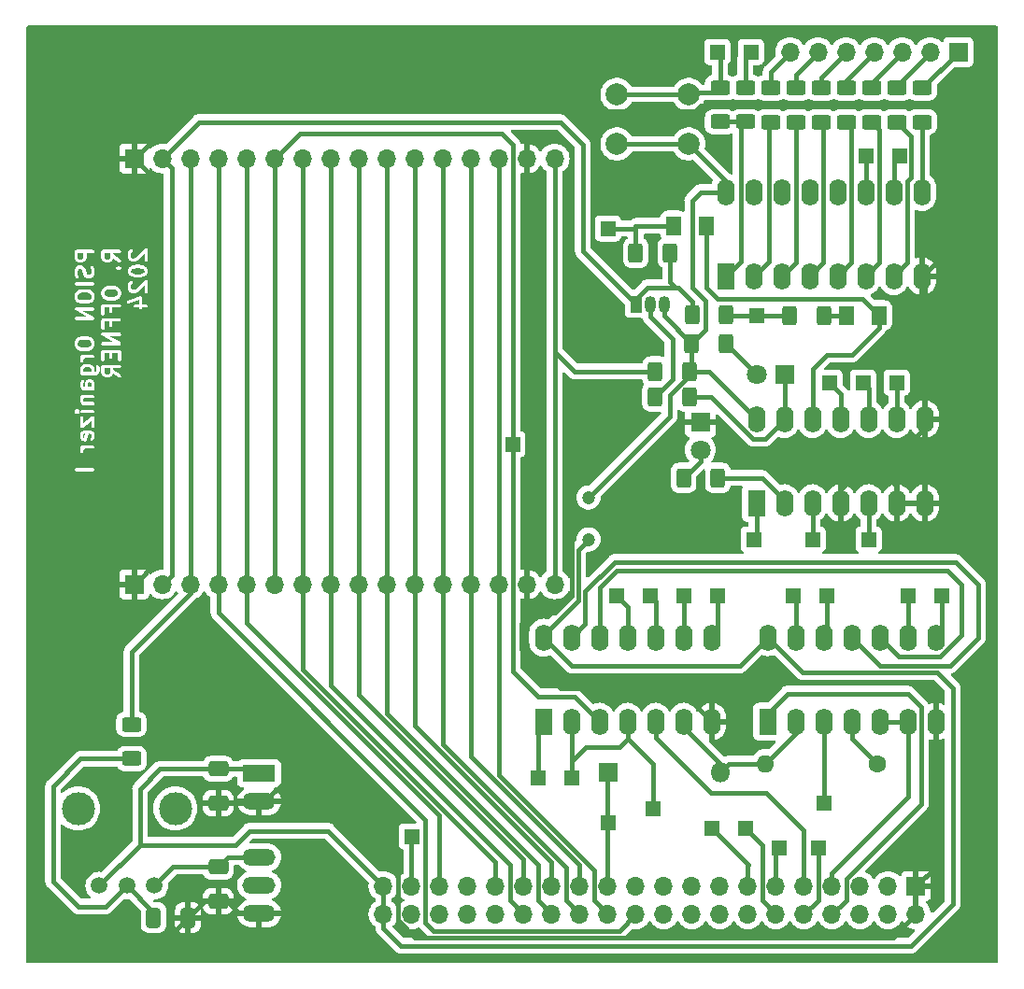
<source format=gbr>
%TF.GenerationSoftware,KiCad,Pcbnew,7.0.10-7.0.10~ubuntu20.04.1*%
%TF.CreationDate,2024-01-16T10:42:34+01:00*%
%TF.ProjectId,Unicomp_LCD_Board,556e6963-6f6d-4705-9f4c-43445f426f61,rev?*%
%TF.SameCoordinates,Original*%
%TF.FileFunction,Copper,L2,Bot*%
%TF.FilePolarity,Positive*%
%FSLAX46Y46*%
G04 Gerber Fmt 4.6, Leading zero omitted, Abs format (unit mm)*
G04 Created by KiCad (PCBNEW 7.0.10-7.0.10~ubuntu20.04.1) date 2024-01-16 10:42:34*
%MOMM*%
%LPD*%
G01*
G04 APERTURE LIST*
G04 Aperture macros list*
%AMRoundRect*
0 Rectangle with rounded corners*
0 $1 Rounding radius*
0 $2 $3 $4 $5 $6 $7 $8 $9 X,Y pos of 4 corners*
0 Add a 4 corners polygon primitive as box body*
4,1,4,$2,$3,$4,$5,$6,$7,$8,$9,$2,$3,0*
0 Add four circle primitives for the rounded corners*
1,1,$1+$1,$2,$3*
1,1,$1+$1,$4,$5*
1,1,$1+$1,$6,$7*
1,1,$1+$1,$8,$9*
0 Add four rect primitives between the rounded corners*
20,1,$1+$1,$2,$3,$4,$5,0*
20,1,$1+$1,$4,$5,$6,$7,0*
20,1,$1+$1,$6,$7,$8,$9,0*
20,1,$1+$1,$8,$9,$2,$3,0*%
G04 Aperture macros list end*
%ADD10C,0.300000*%
%TA.AperFunction,ComponentPad*%
%ADD11R,1.700000X1.700000*%
%TD*%
%TA.AperFunction,ComponentPad*%
%ADD12O,1.700000X1.700000*%
%TD*%
%TA.AperFunction,ComponentPad*%
%ADD13R,1.350000X1.350000*%
%TD*%
%TA.AperFunction,ComponentPad*%
%ADD14C,1.600000*%
%TD*%
%TA.AperFunction,ComponentPad*%
%ADD15O,1.600000X1.600000*%
%TD*%
%TA.AperFunction,ComponentPad*%
%ADD16R,1.600000X2.400000*%
%TD*%
%TA.AperFunction,ComponentPad*%
%ADD17O,1.600000X2.400000*%
%TD*%
%TA.AperFunction,ComponentPad*%
%ADD18R,1.800000X1.800000*%
%TD*%
%TA.AperFunction,ComponentPad*%
%ADD19C,1.800000*%
%TD*%
%TA.AperFunction,ComponentPad*%
%ADD20R,3.000000X1.500000*%
%TD*%
%TA.AperFunction,ComponentPad*%
%ADD21O,3.000000X1.500000*%
%TD*%
%TA.AperFunction,ComponentPad*%
%ADD22C,3.000000*%
%TD*%
%TA.AperFunction,ComponentPad*%
%ADD23C,1.500000*%
%TD*%
%TA.AperFunction,ComponentPad*%
%ADD24C,2.000000*%
%TD*%
%TA.AperFunction,ComponentPad*%
%ADD25R,1.050000X1.500000*%
%TD*%
%TA.AperFunction,ComponentPad*%
%ADD26O,1.050000X1.500000*%
%TD*%
%TA.AperFunction,ComponentPad*%
%ADD27O,1.800000X1.800000*%
%TD*%
%TA.AperFunction,SMDPad,CuDef*%
%ADD28RoundRect,0.250000X-0.400000X-0.625000X0.400000X-0.625000X0.400000X0.625000X-0.400000X0.625000X0*%
%TD*%
%TA.AperFunction,SMDPad,CuDef*%
%ADD29RoundRect,0.250000X-0.650000X0.412500X-0.650000X-0.412500X0.650000X-0.412500X0.650000X0.412500X0*%
%TD*%
%TA.AperFunction,SMDPad,CuDef*%
%ADD30RoundRect,0.250000X-0.625000X0.400000X-0.625000X-0.400000X0.625000X-0.400000X0.625000X0.400000X0*%
%TD*%
%TA.AperFunction,SMDPad,CuDef*%
%ADD31RoundRect,0.250000X0.400000X0.625000X-0.400000X0.625000X-0.400000X-0.625000X0.400000X-0.625000X0*%
%TD*%
%TA.AperFunction,SMDPad,CuDef*%
%ADD32RoundRect,0.250000X0.625000X-0.400000X0.625000X0.400000X-0.625000X0.400000X-0.625000X-0.400000X0*%
%TD*%
%TA.AperFunction,SMDPad,CuDef*%
%ADD33RoundRect,0.250001X0.462499X0.624999X-0.462499X0.624999X-0.462499X-0.624999X0.462499X-0.624999X0*%
%TD*%
%TA.AperFunction,SMDPad,CuDef*%
%ADD34RoundRect,0.250000X0.650000X-0.412500X0.650000X0.412500X-0.650000X0.412500X-0.650000X-0.412500X0*%
%TD*%
%TA.AperFunction,SMDPad,CuDef*%
%ADD35RoundRect,0.250000X-0.412500X-0.650000X0.412500X-0.650000X0.412500X0.650000X-0.412500X0.650000X0*%
%TD*%
%TA.AperFunction,ViaPad*%
%ADD36C,1.200000*%
%TD*%
%TA.AperFunction,Conductor*%
%ADD37C,0.400000*%
%TD*%
G04 APERTURE END LIST*
D10*
G36*
X75232411Y-59378884D02*
G01*
X75180060Y-59352709D01*
X75146828Y-59286244D01*
X75146828Y-59071351D01*
X75180060Y-59004886D01*
X75246524Y-58971655D01*
X75313858Y-58971655D01*
X75232411Y-59378884D01*
G37*
G36*
X75813597Y-54362029D02*
G01*
X75846828Y-54428492D01*
X75846828Y-54714815D01*
X75832695Y-54743083D01*
X75575400Y-54743083D01*
X75575400Y-54428492D01*
X75608631Y-54362028D01*
X75675095Y-54328797D01*
X75747133Y-54328797D01*
X75813597Y-54362029D01*
G37*
G36*
X77547542Y-53429101D02*
G01*
X77502835Y-53518514D01*
X77465830Y-53555519D01*
X77376418Y-53600225D01*
X77232952Y-53600225D01*
X77143539Y-53555519D01*
X77106535Y-53518515D01*
X77061828Y-53429100D01*
X77061828Y-53043082D01*
X77547542Y-53043082D01*
X77547542Y-53429101D01*
G37*
G36*
X75765116Y-53016359D02*
G01*
X75802121Y-53053364D01*
X75846828Y-53142777D01*
X75846828Y-53357672D01*
X75832695Y-53385940D01*
X75160962Y-53385940D01*
X75146828Y-53357672D01*
X75146828Y-53142778D01*
X75191535Y-53053363D01*
X75228539Y-53016359D01*
X75317952Y-52971654D01*
X75675704Y-52971654D01*
X75765116Y-53016359D01*
G37*
G36*
X75705854Y-50528526D02*
G01*
X75802121Y-50624793D01*
X75846828Y-50714206D01*
X75846828Y-50929101D01*
X75802121Y-51018513D01*
X75705854Y-51114780D01*
X75478363Y-51171654D01*
X75015292Y-51171654D01*
X74787801Y-51114780D01*
X74691535Y-51018514D01*
X74646828Y-50929100D01*
X74646828Y-50714207D01*
X74691535Y-50624793D01*
X74787802Y-50528526D01*
X75015292Y-50471654D01*
X75478364Y-50471654D01*
X75705854Y-50528526D01*
G37*
G36*
X75705854Y-46242811D02*
G01*
X75802121Y-46339078D01*
X75846828Y-46428491D01*
X75846828Y-46643386D01*
X75802121Y-46732798D01*
X75705854Y-46829065D01*
X75478363Y-46885939D01*
X75015292Y-46885939D01*
X74787801Y-46829065D01*
X74691535Y-46732799D01*
X74646828Y-46643385D01*
X74646828Y-46428492D01*
X74691535Y-46339078D01*
X74787802Y-46242811D01*
X75015292Y-46185939D01*
X75478364Y-46185939D01*
X75705854Y-46242811D01*
G37*
G36*
X78120854Y-45957097D02*
G01*
X78217121Y-46053364D01*
X78261828Y-46142777D01*
X78261828Y-46357672D01*
X78217121Y-46447084D01*
X78120854Y-46543351D01*
X77893363Y-46600225D01*
X77430292Y-46600225D01*
X77202801Y-46543351D01*
X77106535Y-46447085D01*
X77061828Y-46357671D01*
X77061828Y-46142778D01*
X77106535Y-46053364D01*
X77202802Y-45957097D01*
X77430292Y-45900225D01*
X77893364Y-45900225D01*
X78120854Y-45957097D01*
G37*
G36*
X80488757Y-44034607D02*
G01*
X80595117Y-44087788D01*
X80632121Y-44124792D01*
X80676828Y-44214205D01*
X80676828Y-44286243D01*
X80632121Y-44375656D01*
X80595116Y-44412661D01*
X80488759Y-44465839D01*
X80236935Y-44528796D01*
X79916721Y-44528796D01*
X79664897Y-44465839D01*
X79558539Y-44412661D01*
X79521535Y-44375657D01*
X79476828Y-44286242D01*
X79476828Y-44214206D01*
X79521535Y-44124791D01*
X79558539Y-44087787D01*
X79664898Y-44034608D01*
X79916721Y-43971653D01*
X80236936Y-43971653D01*
X80488757Y-44034607D01*
G37*
G36*
X75132542Y-43000529D02*
G01*
X75087835Y-43089942D01*
X75050830Y-43126947D01*
X74961418Y-43171653D01*
X74817952Y-43171653D01*
X74728539Y-43126947D01*
X74691535Y-43089943D01*
X74646828Y-43000528D01*
X74646828Y-42614510D01*
X75132542Y-42614510D01*
X75132542Y-43000529D01*
G37*
G36*
X77547542Y-43000529D02*
G01*
X77502835Y-43089942D01*
X77465830Y-43126947D01*
X77376418Y-43171653D01*
X77232952Y-43171653D01*
X77143539Y-43126947D01*
X77106535Y-43089943D01*
X77061828Y-43000528D01*
X77061828Y-42614510D01*
X77547542Y-42614510D01*
X77547542Y-43000529D01*
G37*
G36*
X81191114Y-62614511D02*
G01*
X74132542Y-62614511D01*
X74132542Y-62250225D01*
X74346828Y-62250225D01*
X74366924Y-62325225D01*
X74421828Y-62380129D01*
X74496828Y-62400225D01*
X75996828Y-62400225D01*
X76071828Y-62380129D01*
X76126732Y-62325225D01*
X76146828Y-62250225D01*
X76126732Y-62175225D01*
X76071828Y-62120321D01*
X75996828Y-62100225D01*
X74496828Y-62100225D01*
X74421828Y-62120321D01*
X74366924Y-62175225D01*
X74346828Y-62250225D01*
X74132542Y-62250225D01*
X74132542Y-60607369D01*
X74846828Y-60607369D01*
X74866924Y-60682369D01*
X74921828Y-60737273D01*
X74996828Y-60757369D01*
X75071828Y-60737273D01*
X75126732Y-60682369D01*
X75146828Y-60607369D01*
X75146828Y-60499922D01*
X75191535Y-60410507D01*
X75228539Y-60373503D01*
X75317952Y-60328797D01*
X75996828Y-60328797D01*
X76071828Y-60308701D01*
X76126732Y-60253797D01*
X76146828Y-60178797D01*
X76126732Y-60103797D01*
X76071828Y-60048893D01*
X75996828Y-60028797D01*
X74996828Y-60028797D01*
X74921828Y-60048893D01*
X74866924Y-60103797D01*
X74846828Y-60178797D01*
X74866924Y-60253797D01*
X74911961Y-60298834D01*
X74862664Y-60397430D01*
X74855751Y-60431210D01*
X74846828Y-60464512D01*
X74846828Y-60607369D01*
X74132542Y-60607369D01*
X74132542Y-59321655D01*
X74846828Y-59321655D01*
X74855751Y-59354956D01*
X74862664Y-59388737D01*
X74934093Y-59531594D01*
X74940179Y-59538457D01*
X74943080Y-59547160D01*
X74965620Y-59567148D01*
X74985609Y-59589689D01*
X74994311Y-59592589D01*
X75001175Y-59598676D01*
X75144031Y-59670105D01*
X75177813Y-59677018D01*
X75211114Y-59685941D01*
X75353971Y-59685941D01*
X75377613Y-59679606D01*
X75402038Y-59678031D01*
X75414501Y-59669722D01*
X75428971Y-59665845D01*
X75446277Y-59648538D01*
X75466644Y-59634961D01*
X75473283Y-59621532D01*
X75483875Y-59610941D01*
X75490209Y-59587298D01*
X75501058Y-59565358D01*
X75619798Y-58971655D01*
X75747133Y-58971655D01*
X75813597Y-59004887D01*
X75846828Y-59071350D01*
X75846828Y-59286245D01*
X75791236Y-59397430D01*
X75775669Y-59473500D01*
X75800223Y-59547161D01*
X75858318Y-59598676D01*
X75934388Y-59614243D01*
X76008049Y-59589689D01*
X76059564Y-59531594D01*
X76130992Y-59388736D01*
X76137903Y-59354960D01*
X76146828Y-59321655D01*
X76146828Y-59035941D01*
X76137906Y-59002644D01*
X76130993Y-58968860D01*
X76059564Y-58826002D01*
X76053478Y-58819139D01*
X76050577Y-58810434D01*
X76028032Y-58790442D01*
X76008049Y-58767907D01*
X75999346Y-58765006D01*
X75992482Y-58758919D01*
X75849623Y-58687491D01*
X75815847Y-58680579D01*
X75782542Y-58671655D01*
X75211114Y-58671655D01*
X75177808Y-58680579D01*
X75144033Y-58687491D01*
X75001175Y-58758919D01*
X74994312Y-58765004D01*
X74985608Y-58767906D01*
X74965620Y-58790446D01*
X74943080Y-58810434D01*
X74940178Y-58819138D01*
X74934093Y-58826001D01*
X74862664Y-58968859D01*
X74855751Y-59002639D01*
X74846828Y-59035941D01*
X74846828Y-59321655D01*
X74132542Y-59321655D01*
X74132542Y-58321655D01*
X74846828Y-58321655D01*
X74849639Y-58332149D01*
X74848345Y-58342939D01*
X74859550Y-58369137D01*
X74866924Y-58396655D01*
X74874607Y-58404338D01*
X74878880Y-58414328D01*
X74901680Y-58431411D01*
X74921828Y-58451559D01*
X74932324Y-58454371D01*
X74941019Y-58460886D01*
X74969307Y-58464280D01*
X74996828Y-58471655D01*
X75007322Y-58468843D01*
X75018112Y-58470138D01*
X75044310Y-58458932D01*
X75071828Y-58451559D01*
X75079511Y-58443875D01*
X75089501Y-58439603D01*
X75846828Y-57844559D01*
X75846828Y-58321655D01*
X75866924Y-58396655D01*
X75921828Y-58451559D01*
X75996828Y-58471655D01*
X76071828Y-58451559D01*
X76126732Y-58396655D01*
X76146828Y-58321655D01*
X76146828Y-57535940D01*
X76144016Y-57525445D01*
X76145311Y-57514656D01*
X76134105Y-57488457D01*
X76126732Y-57460940D01*
X76119048Y-57453256D01*
X76114776Y-57443267D01*
X76091975Y-57426183D01*
X76071828Y-57406036D01*
X76061331Y-57403223D01*
X76052637Y-57396709D01*
X76024348Y-57393314D01*
X75996828Y-57385940D01*
X75986333Y-57388751D01*
X75975544Y-57387457D01*
X75949345Y-57398662D01*
X75921828Y-57406036D01*
X75914144Y-57413719D01*
X75904155Y-57417992D01*
X75146828Y-58013035D01*
X75146828Y-57535940D01*
X75126732Y-57460940D01*
X75071828Y-57406036D01*
X74996828Y-57385940D01*
X74921828Y-57406036D01*
X74866924Y-57460940D01*
X74846828Y-57535940D01*
X74846828Y-58321655D01*
X74132542Y-58321655D01*
X74132542Y-56964511D01*
X74346828Y-56964511D01*
X74351939Y-56983585D01*
X74351939Y-57003334D01*
X74361812Y-57020436D01*
X74366924Y-57039511D01*
X74380888Y-57053475D01*
X74390762Y-57070577D01*
X74462191Y-57142006D01*
X74462192Y-57142007D01*
X74490612Y-57158414D01*
X74529434Y-57180829D01*
X74529435Y-57180829D01*
X74607081Y-57180829D01*
X74674321Y-57142007D01*
X74674323Y-57142006D01*
X74674324Y-57142005D01*
X74745752Y-57070576D01*
X74755625Y-57053474D01*
X74769589Y-57039511D01*
X74774700Y-57020436D01*
X74784574Y-57003334D01*
X74784574Y-56983585D01*
X74789685Y-56964511D01*
X74846828Y-56964511D01*
X74866924Y-57039511D01*
X74921828Y-57094415D01*
X74996828Y-57114511D01*
X75996828Y-57114511D01*
X76071828Y-57094415D01*
X76126732Y-57039511D01*
X76146828Y-56964511D01*
X76126732Y-56889511D01*
X76071828Y-56834607D01*
X75996828Y-56814511D01*
X74996828Y-56814511D01*
X74921828Y-56834607D01*
X74866924Y-56889511D01*
X74846828Y-56964511D01*
X74789685Y-56964511D01*
X74784574Y-56945436D01*
X74784574Y-56925688D01*
X74784574Y-56925687D01*
X74774699Y-56908584D01*
X74769589Y-56889511D01*
X74755624Y-56875546D01*
X74745751Y-56858445D01*
X74674323Y-56787017D01*
X74645904Y-56770609D01*
X74607081Y-56748194D01*
X74607080Y-56748194D01*
X74529434Y-56748194D01*
X74490612Y-56770608D01*
X74462192Y-56787016D01*
X74390763Y-56858444D01*
X74390762Y-56858444D01*
X74390762Y-56858445D01*
X74380888Y-56875546D01*
X74366924Y-56889511D01*
X74361813Y-56908584D01*
X74351939Y-56925687D01*
X74351939Y-56925688D01*
X74351939Y-56945436D01*
X74346828Y-56964511D01*
X74132542Y-56964511D01*
X74132542Y-56035940D01*
X74846828Y-56035940D01*
X74855751Y-56069241D01*
X74862664Y-56103022D01*
X74934093Y-56245879D01*
X74940179Y-56252742D01*
X74943080Y-56261445D01*
X74965620Y-56281433D01*
X74985609Y-56303974D01*
X74994311Y-56306874D01*
X75001175Y-56312961D01*
X75144031Y-56384390D01*
X75177813Y-56391303D01*
X75211114Y-56400226D01*
X75996828Y-56400226D01*
X76071828Y-56380130D01*
X76126732Y-56325226D01*
X76146828Y-56250226D01*
X76126732Y-56175226D01*
X76071828Y-56120322D01*
X75996828Y-56100226D01*
X75246524Y-56100226D01*
X75180060Y-56066994D01*
X75146828Y-56000529D01*
X75146828Y-55857064D01*
X75191535Y-55767649D01*
X75201818Y-55757368D01*
X75996828Y-55757368D01*
X76071828Y-55737272D01*
X76126732Y-55682368D01*
X76146828Y-55607368D01*
X76126732Y-55532368D01*
X76071828Y-55477464D01*
X75996828Y-55457368D01*
X74996828Y-55457368D01*
X74921828Y-55477464D01*
X74866924Y-55532368D01*
X74846828Y-55607368D01*
X74866924Y-55682368D01*
X74888152Y-55703596D01*
X74862664Y-55754572D01*
X74855751Y-55788352D01*
X74846828Y-55821654D01*
X74846828Y-56035940D01*
X74132542Y-56035940D01*
X74132542Y-54678797D01*
X74846828Y-54678797D01*
X74855751Y-54712098D01*
X74862664Y-54745879D01*
X74934093Y-54888736D01*
X74940179Y-54895599D01*
X74943080Y-54904302D01*
X74965620Y-54924290D01*
X74985609Y-54946831D01*
X74994311Y-54949731D01*
X75001175Y-54955818D01*
X75144031Y-55027247D01*
X75177813Y-55034160D01*
X75211114Y-55043083D01*
X75996828Y-55043083D01*
X76071828Y-55022987D01*
X76126732Y-54968083D01*
X76146828Y-54893083D01*
X76128083Y-54823125D01*
X76130993Y-54817306D01*
X76137906Y-54783521D01*
X76146828Y-54750225D01*
X76146828Y-54393083D01*
X76137906Y-54359786D01*
X76130993Y-54326002D01*
X76059564Y-54183144D01*
X76053478Y-54176281D01*
X76050577Y-54167576D01*
X76028032Y-54147584D01*
X76008049Y-54125049D01*
X75999346Y-54122148D01*
X75992482Y-54116061D01*
X75849623Y-54044633D01*
X75815847Y-54037721D01*
X75782542Y-54028797D01*
X75639685Y-54028797D01*
X75606379Y-54037721D01*
X75572604Y-54044633D01*
X75429746Y-54116061D01*
X75422883Y-54122146D01*
X75414179Y-54125048D01*
X75394191Y-54147588D01*
X75371651Y-54167576D01*
X75368749Y-54176280D01*
X75362664Y-54183143D01*
X75291236Y-54326002D01*
X75284324Y-54359777D01*
X75275400Y-54393083D01*
X75275400Y-54714815D01*
X75261266Y-54743083D01*
X75246524Y-54743083D01*
X75180060Y-54709851D01*
X75146828Y-54643386D01*
X75146828Y-54428493D01*
X75202421Y-54317307D01*
X75217988Y-54241238D01*
X75193434Y-54167576D01*
X75135339Y-54116061D01*
X75059270Y-54100494D01*
X74985608Y-54125048D01*
X74934093Y-54183143D01*
X74862664Y-54326001D01*
X74855751Y-54359781D01*
X74846828Y-54393083D01*
X74846828Y-54678797D01*
X74132542Y-54678797D01*
X74132542Y-53535940D01*
X74846828Y-53535940D01*
X74866924Y-53610940D01*
X74921828Y-53665844D01*
X74996828Y-53685940D01*
X76211114Y-53685940D01*
X76244415Y-53677016D01*
X76278196Y-53670104D01*
X76421053Y-53598675D01*
X76439121Y-53582652D01*
X76460037Y-53570577D01*
X76531466Y-53499148D01*
X76543540Y-53478233D01*
X76555709Y-53464511D01*
X76761828Y-53464511D01*
X76770751Y-53497812D01*
X76777664Y-53531593D01*
X76849093Y-53674450D01*
X76865115Y-53692518D01*
X76877190Y-53713433D01*
X76948618Y-53784862D01*
X76969533Y-53796937D01*
X76987603Y-53812961D01*
X77130461Y-53884389D01*
X77164236Y-53891300D01*
X77197542Y-53900225D01*
X77411828Y-53900225D01*
X77445131Y-53891301D01*
X77478910Y-53884389D01*
X77621767Y-53812961D01*
X77639836Y-53796937D01*
X77660751Y-53784863D01*
X77732180Y-53713434D01*
X77744254Y-53692519D01*
X77760278Y-53674450D01*
X77831706Y-53531592D01*
X77832485Y-53527783D01*
X78325809Y-53873110D01*
X78398775Y-53899656D01*
X78475240Y-53886162D01*
X78534713Y-53836244D01*
X78561259Y-53763278D01*
X78547765Y-53686813D01*
X78497847Y-53627340D01*
X77847542Y-53172126D01*
X77847542Y-53043082D01*
X78411828Y-53043082D01*
X78486828Y-53022986D01*
X78541732Y-52968082D01*
X78561828Y-52893082D01*
X78541732Y-52818082D01*
X78486828Y-52763178D01*
X78411828Y-52743082D01*
X76911828Y-52743082D01*
X76836828Y-52763178D01*
X76781924Y-52818082D01*
X76761828Y-52893082D01*
X76761828Y-53464511D01*
X76555709Y-53464511D01*
X76559564Y-53460164D01*
X76630992Y-53317306D01*
X76637903Y-53283530D01*
X76646828Y-53250225D01*
X76646828Y-53035940D01*
X76637906Y-53002643D01*
X76630993Y-52968859D01*
X76559564Y-52826001D01*
X76508049Y-52767906D01*
X76434388Y-52743351D01*
X76358319Y-52758918D01*
X76300224Y-52810433D01*
X76275669Y-52884094D01*
X76291236Y-52960163D01*
X76346828Y-53071349D01*
X76346828Y-53214815D01*
X76302121Y-53304228D01*
X76265117Y-53341232D01*
X76175704Y-53385940D01*
X76146828Y-53385940D01*
X76146828Y-53107368D01*
X76137903Y-53074062D01*
X76130992Y-53040287D01*
X76059564Y-52897429D01*
X76043540Y-52879359D01*
X76031466Y-52858445D01*
X75960037Y-52787016D01*
X75939122Y-52774941D01*
X75921053Y-52758918D01*
X75778196Y-52687490D01*
X75744417Y-52680577D01*
X75711114Y-52671654D01*
X75282542Y-52671654D01*
X75249236Y-52680578D01*
X75215461Y-52687490D01*
X75072603Y-52758918D01*
X75054533Y-52774941D01*
X75033618Y-52787017D01*
X74962190Y-52858446D01*
X74950115Y-52879360D01*
X74934093Y-52897429D01*
X74862664Y-53040286D01*
X74855751Y-53074066D01*
X74846828Y-53107368D01*
X74846828Y-53393082D01*
X74855751Y-53426383D01*
X74862664Y-53460164D01*
X74865573Y-53465982D01*
X74846828Y-53535940D01*
X74132542Y-53535940D01*
X74132542Y-52393083D01*
X74846828Y-52393083D01*
X74866924Y-52468083D01*
X74921828Y-52522987D01*
X74996828Y-52543083D01*
X75071828Y-52522987D01*
X75126732Y-52468083D01*
X75146828Y-52393083D01*
X75146828Y-52285636D01*
X75164533Y-52250225D01*
X76761828Y-52250225D01*
X76781924Y-52325225D01*
X76836828Y-52380129D01*
X76911828Y-52400225D01*
X76986828Y-52380129D01*
X77041732Y-52325225D01*
X77061828Y-52250225D01*
X77061828Y-51685939D01*
X77476114Y-51685939D01*
X77476114Y-52035939D01*
X77496210Y-52110939D01*
X77551114Y-52165843D01*
X77626114Y-52185939D01*
X77701114Y-52165843D01*
X77756018Y-52110939D01*
X77776114Y-52035939D01*
X77776114Y-51685939D01*
X78261828Y-51685939D01*
X78261828Y-52250225D01*
X78281924Y-52325225D01*
X78336828Y-52380129D01*
X78411828Y-52400225D01*
X78486828Y-52380129D01*
X78541732Y-52325225D01*
X78561828Y-52250225D01*
X78561828Y-51535939D01*
X78541732Y-51460939D01*
X78486828Y-51406035D01*
X78411828Y-51385939D01*
X76911828Y-51385939D01*
X76836828Y-51406035D01*
X76781924Y-51460939D01*
X76761828Y-51535939D01*
X76761828Y-52250225D01*
X75164533Y-52250225D01*
X75191535Y-52196221D01*
X75228539Y-52159217D01*
X75317952Y-52114511D01*
X75996828Y-52114511D01*
X76071828Y-52094415D01*
X76126732Y-52039511D01*
X76146828Y-51964511D01*
X76126732Y-51889511D01*
X76071828Y-51834607D01*
X75996828Y-51814511D01*
X74996828Y-51814511D01*
X74921828Y-51834607D01*
X74866924Y-51889511D01*
X74846828Y-51964511D01*
X74866924Y-52039511D01*
X74911961Y-52084548D01*
X74862664Y-52183144D01*
X74855751Y-52216924D01*
X74846828Y-52250226D01*
X74846828Y-52393083D01*
X74132542Y-52393083D01*
X74132542Y-50964511D01*
X74346828Y-50964511D01*
X74355751Y-50997812D01*
X74362664Y-51031593D01*
X74434093Y-51174450D01*
X74450115Y-51192518D01*
X74462191Y-51213434D01*
X74605048Y-51356291D01*
X74606176Y-51356942D01*
X74606847Y-51358060D01*
X74639719Y-51376308D01*
X74672291Y-51395114D01*
X74673595Y-51395114D01*
X74674733Y-51395746D01*
X74960447Y-51467175D01*
X74978951Y-51466863D01*
X74996828Y-51471654D01*
X75496828Y-51471654D01*
X75514704Y-51466863D01*
X75533209Y-51467175D01*
X75818922Y-51395746D01*
X75820060Y-51395114D01*
X75821364Y-51395114D01*
X75853934Y-51376309D01*
X75886809Y-51358060D01*
X75887479Y-51356942D01*
X75888608Y-51356291D01*
X76031466Y-51213434D01*
X76043541Y-51192519D01*
X76059564Y-51174450D01*
X76130992Y-51031592D01*
X76137903Y-50997816D01*
X76146828Y-50964511D01*
X76146828Y-50821653D01*
X76761828Y-50821653D01*
X76781924Y-50896653D01*
X76836828Y-50951557D01*
X76911828Y-50971653D01*
X78411828Y-50971653D01*
X78412160Y-50971563D01*
X78412496Y-50971652D01*
X78449727Y-50961497D01*
X78486828Y-50951557D01*
X78487071Y-50951313D01*
X78487406Y-50951222D01*
X78514567Y-50923817D01*
X78541732Y-50896653D01*
X78541821Y-50896319D01*
X78542065Y-50896074D01*
X78551887Y-50858752D01*
X78561828Y-50821653D01*
X78561738Y-50821320D01*
X78561827Y-50820985D01*
X78551672Y-50783753D01*
X78541732Y-50746653D01*
X78541488Y-50746409D01*
X78541397Y-50746075D01*
X78514048Y-50718969D01*
X78486828Y-50691749D01*
X78486493Y-50691659D01*
X78486249Y-50691417D01*
X77476662Y-50114510D01*
X78411828Y-50114510D01*
X78486828Y-50094414D01*
X78541732Y-50039510D01*
X78561828Y-49964510D01*
X78541732Y-49889510D01*
X78486828Y-49834606D01*
X78411828Y-49814510D01*
X76911828Y-49814510D01*
X76911495Y-49814599D01*
X76911160Y-49814511D01*
X76873928Y-49824665D01*
X76836828Y-49834606D01*
X76836584Y-49834849D01*
X76836250Y-49834941D01*
X76809144Y-49862289D01*
X76781924Y-49889510D01*
X76781834Y-49889844D01*
X76781592Y-49890089D01*
X76771797Y-49927304D01*
X76761828Y-49964510D01*
X76761917Y-49964842D01*
X76761829Y-49965178D01*
X76771983Y-50002409D01*
X76781924Y-50039510D01*
X76782167Y-50039753D01*
X76782259Y-50040088D01*
X76809607Y-50067193D01*
X76836828Y-50094414D01*
X76837162Y-50094503D01*
X76837407Y-50094746D01*
X77846993Y-50671653D01*
X76911828Y-50671653D01*
X76836828Y-50691749D01*
X76781924Y-50746653D01*
X76761828Y-50821653D01*
X76146828Y-50821653D01*
X76146828Y-50678797D01*
X76137903Y-50645491D01*
X76130992Y-50611716D01*
X76059564Y-50468858D01*
X76043540Y-50450788D01*
X76031466Y-50429874D01*
X75888608Y-50287016D01*
X75887479Y-50286364D01*
X75886809Y-50285247D01*
X75853948Y-50267005D01*
X75821365Y-50248193D01*
X75820060Y-50248193D01*
X75818922Y-50247561D01*
X75533208Y-50176133D01*
X75514705Y-50176444D01*
X75496828Y-50171654D01*
X74996828Y-50171654D01*
X74978950Y-50176444D01*
X74960448Y-50176133D01*
X74674734Y-50247561D01*
X74673596Y-50248193D01*
X74672290Y-50248193D01*
X74639694Y-50267012D01*
X74606847Y-50285247D01*
X74606176Y-50286364D01*
X74605048Y-50287016D01*
X74462191Y-50429874D01*
X74450115Y-50450788D01*
X74434093Y-50468858D01*
X74362664Y-50611715D01*
X74355751Y-50645495D01*
X74346828Y-50678797D01*
X74346828Y-50964511D01*
X74132542Y-50964511D01*
X74132542Y-49393082D01*
X76761828Y-49393082D01*
X76781924Y-49468082D01*
X76836828Y-49522986D01*
X76911828Y-49543082D01*
X76986828Y-49522986D01*
X77041732Y-49468082D01*
X77061828Y-49393082D01*
X77061828Y-48828796D01*
X77476114Y-48828796D01*
X77476114Y-49178796D01*
X77496210Y-49253796D01*
X77551114Y-49308700D01*
X77626114Y-49328796D01*
X77701114Y-49308700D01*
X77756018Y-49253796D01*
X77776114Y-49178796D01*
X77776114Y-48828796D01*
X78411828Y-48828796D01*
X78486828Y-48808700D01*
X78541732Y-48753796D01*
X78561828Y-48678796D01*
X78541732Y-48603796D01*
X78486828Y-48548892D01*
X78411828Y-48528796D01*
X76911828Y-48528796D01*
X76836828Y-48548892D01*
X76781924Y-48603796D01*
X76761828Y-48678796D01*
X76761828Y-49393082D01*
X74132542Y-49393082D01*
X74132542Y-48535939D01*
X74346828Y-48535939D01*
X74366924Y-48610939D01*
X74421828Y-48665843D01*
X74496828Y-48685939D01*
X75996828Y-48685939D01*
X75997160Y-48685849D01*
X75997496Y-48685938D01*
X76034727Y-48675783D01*
X76071828Y-48665843D01*
X76072071Y-48665599D01*
X76072406Y-48665508D01*
X76099567Y-48638103D01*
X76126732Y-48610939D01*
X76126821Y-48610605D01*
X76127065Y-48610360D01*
X76136887Y-48573038D01*
X76146828Y-48535939D01*
X76146738Y-48535606D01*
X76146827Y-48535271D01*
X76136672Y-48498039D01*
X76126732Y-48460939D01*
X76126488Y-48460695D01*
X76126397Y-48460361D01*
X76099048Y-48433255D01*
X76071828Y-48406035D01*
X76071493Y-48405945D01*
X76071249Y-48405703D01*
X75549163Y-48107368D01*
X76761828Y-48107368D01*
X76781924Y-48182368D01*
X76836828Y-48237272D01*
X76911828Y-48257368D01*
X76986828Y-48237272D01*
X77041732Y-48182368D01*
X77061828Y-48107368D01*
X77061828Y-47543082D01*
X77476114Y-47543082D01*
X77476114Y-47893082D01*
X77496210Y-47968082D01*
X77551114Y-48022986D01*
X77626114Y-48043082D01*
X77701114Y-48022986D01*
X77756018Y-47968082D01*
X77776114Y-47893082D01*
X77776114Y-47543082D01*
X78411828Y-47543082D01*
X78486828Y-47522986D01*
X78541732Y-47468082D01*
X78561828Y-47393082D01*
X78541732Y-47318082D01*
X78486828Y-47263178D01*
X78411828Y-47243082D01*
X76911828Y-47243082D01*
X76836828Y-47263178D01*
X76781924Y-47318082D01*
X76761828Y-47393082D01*
X76761828Y-48107368D01*
X75549163Y-48107368D01*
X75061662Y-47828796D01*
X75996828Y-47828796D01*
X76071828Y-47808700D01*
X76126732Y-47753796D01*
X76146828Y-47678796D01*
X76126732Y-47603796D01*
X76071828Y-47548892D01*
X75996828Y-47528796D01*
X74496828Y-47528796D01*
X74496495Y-47528885D01*
X74496160Y-47528797D01*
X74458928Y-47538951D01*
X74421828Y-47548892D01*
X74421584Y-47549135D01*
X74421250Y-47549227D01*
X74394144Y-47576575D01*
X74366924Y-47603796D01*
X74366834Y-47604130D01*
X74366592Y-47604375D01*
X74356797Y-47641590D01*
X74346828Y-47678796D01*
X74346917Y-47679128D01*
X74346829Y-47679464D01*
X74356983Y-47716695D01*
X74366924Y-47753796D01*
X74367167Y-47754039D01*
X74367259Y-47754374D01*
X74394607Y-47781479D01*
X74421828Y-47808700D01*
X74422162Y-47808789D01*
X74422407Y-47809032D01*
X75431993Y-48385939D01*
X74496828Y-48385939D01*
X74421828Y-48406035D01*
X74366924Y-48460939D01*
X74346828Y-48535939D01*
X74132542Y-48535939D01*
X74132542Y-46678796D01*
X74346828Y-46678796D01*
X74355751Y-46712097D01*
X74362664Y-46745878D01*
X74434093Y-46888735D01*
X74450115Y-46906803D01*
X74462191Y-46927719D01*
X74605048Y-47070576D01*
X74606176Y-47071227D01*
X74606847Y-47072345D01*
X74639719Y-47090593D01*
X74672291Y-47109399D01*
X74673595Y-47109399D01*
X74674733Y-47110031D01*
X74960447Y-47181460D01*
X74978951Y-47181148D01*
X74996828Y-47185939D01*
X75496828Y-47185939D01*
X75514704Y-47181148D01*
X75533209Y-47181460D01*
X75818922Y-47110031D01*
X75820060Y-47109399D01*
X75821364Y-47109399D01*
X75853934Y-47090594D01*
X75886809Y-47072345D01*
X75887479Y-47071227D01*
X75888608Y-47070576D01*
X75953318Y-47005866D01*
X79108445Y-47005866D01*
X79113098Y-47083372D01*
X79155879Y-47148169D01*
X79225328Y-47182893D01*
X79302834Y-47178240D01*
X80176828Y-46886909D01*
X80176828Y-47243081D01*
X79826828Y-47243081D01*
X79751828Y-47263177D01*
X79696924Y-47318081D01*
X79676828Y-47393081D01*
X79696924Y-47468081D01*
X79751828Y-47522985D01*
X79826828Y-47543081D01*
X80176828Y-47543081D01*
X80176828Y-47607366D01*
X80196924Y-47682366D01*
X80251828Y-47737270D01*
X80326828Y-47757366D01*
X80401828Y-47737270D01*
X80456732Y-47682366D01*
X80476828Y-47607366D01*
X80476828Y-47543081D01*
X80826828Y-47543081D01*
X80901828Y-47522985D01*
X80956732Y-47468081D01*
X80976828Y-47393081D01*
X80956732Y-47318081D01*
X80901828Y-47263177D01*
X80826828Y-47243081D01*
X80476828Y-47243081D01*
X80476828Y-46678795D01*
X80470576Y-46655464D01*
X80469130Y-46631361D01*
X80460695Y-46618585D01*
X80456732Y-46603795D01*
X80439652Y-46586715D01*
X80426348Y-46566565D01*
X80412655Y-46559718D01*
X80401828Y-46548891D01*
X80378500Y-46542640D01*
X80356900Y-46531840D01*
X80341616Y-46532757D01*
X80326828Y-46528795D01*
X80303499Y-46535045D01*
X80279393Y-46536493D01*
X79207966Y-46893636D01*
X79143169Y-46936417D01*
X79108445Y-47005866D01*
X75953318Y-47005866D01*
X76031466Y-46927719D01*
X76043541Y-46906804D01*
X76059564Y-46888735D01*
X76130992Y-46745877D01*
X76137903Y-46712101D01*
X76146828Y-46678796D01*
X76146828Y-46393082D01*
X76761828Y-46393082D01*
X76770751Y-46426383D01*
X76777664Y-46460164D01*
X76849093Y-46603021D01*
X76865115Y-46621089D01*
X76877191Y-46642005D01*
X77020048Y-46784862D01*
X77021176Y-46785513D01*
X77021847Y-46786631D01*
X77054719Y-46804879D01*
X77087291Y-46823685D01*
X77088595Y-46823685D01*
X77089733Y-46824317D01*
X77375447Y-46895746D01*
X77393951Y-46895434D01*
X77411828Y-46900225D01*
X77911828Y-46900225D01*
X77929704Y-46895434D01*
X77948209Y-46895746D01*
X78233922Y-46824317D01*
X78235060Y-46823685D01*
X78236364Y-46823685D01*
X78268934Y-46804880D01*
X78301809Y-46786631D01*
X78302479Y-46785513D01*
X78303608Y-46784862D01*
X78446466Y-46642005D01*
X78458541Y-46621090D01*
X78474564Y-46603021D01*
X78545992Y-46460163D01*
X78552903Y-46426387D01*
X78561828Y-46393082D01*
X78561828Y-46107368D01*
X78552903Y-46074062D01*
X78545992Y-46040287D01*
X78474564Y-45897429D01*
X78458540Y-45879359D01*
X78446466Y-45858445D01*
X78409673Y-45821652D01*
X79176828Y-45821652D01*
X79185751Y-45854953D01*
X79192664Y-45888734D01*
X79264093Y-46031592D01*
X79280116Y-46049661D01*
X79292191Y-46070576D01*
X79363619Y-46142004D01*
X79384534Y-46154079D01*
X79402603Y-46170102D01*
X79545459Y-46241531D01*
X79579241Y-46248444D01*
X79612542Y-46257367D01*
X79755400Y-46257367D01*
X79778728Y-46251116D01*
X79802835Y-46249669D01*
X80017119Y-46178240D01*
X80045882Y-46159248D01*
X80075751Y-46142004D01*
X80676828Y-45540927D01*
X80676828Y-46107367D01*
X80696924Y-46182367D01*
X80751828Y-46237271D01*
X80826828Y-46257367D01*
X80901828Y-46237271D01*
X80956732Y-46182367D01*
X80976828Y-46107367D01*
X80976828Y-45178795D01*
X80971717Y-45159720D01*
X80971717Y-45139972D01*
X80961843Y-45122869D01*
X80956732Y-45103795D01*
X80942767Y-45089830D01*
X80932894Y-45072729D01*
X80915792Y-45062855D01*
X80901828Y-45048891D01*
X80882753Y-45043779D01*
X80865651Y-45033906D01*
X80845903Y-45033906D01*
X80826828Y-45028795D01*
X80807753Y-45033906D01*
X80788005Y-45033906D01*
X80770902Y-45043779D01*
X80751828Y-45048891D01*
X80737863Y-45062855D01*
X80720762Y-45072729D01*
X79888657Y-45904833D01*
X79731059Y-45957367D01*
X79647952Y-45957367D01*
X79558539Y-45912660D01*
X79521535Y-45875656D01*
X79476828Y-45786242D01*
X79476828Y-45499920D01*
X79521535Y-45410506D01*
X79575751Y-45356290D01*
X79614574Y-45289047D01*
X79614574Y-45211401D01*
X79575751Y-45144158D01*
X79508508Y-45105335D01*
X79430862Y-45105335D01*
X79363619Y-45144158D01*
X79292191Y-45215586D01*
X79280116Y-45236500D01*
X79264093Y-45254570D01*
X79192664Y-45397428D01*
X79185751Y-45431208D01*
X79176828Y-45464510D01*
X79176828Y-45821652D01*
X78409673Y-45821652D01*
X78303608Y-45715587D01*
X78302479Y-45714935D01*
X78301809Y-45713818D01*
X78268948Y-45695576D01*
X78236365Y-45676764D01*
X78235060Y-45676764D01*
X78233922Y-45676132D01*
X77948208Y-45604704D01*
X77929705Y-45605015D01*
X77911828Y-45600225D01*
X77411828Y-45600225D01*
X77393950Y-45605015D01*
X77375448Y-45604704D01*
X77089734Y-45676132D01*
X77088596Y-45676764D01*
X77087290Y-45676764D01*
X77054694Y-45695583D01*
X77021847Y-45713818D01*
X77021176Y-45714935D01*
X77020048Y-45715587D01*
X76877191Y-45858445D01*
X76865115Y-45879359D01*
X76849093Y-45897429D01*
X76777664Y-46040286D01*
X76770751Y-46074066D01*
X76761828Y-46107368D01*
X76761828Y-46393082D01*
X76146828Y-46393082D01*
X76137903Y-46359776D01*
X76130992Y-46326001D01*
X76059564Y-46183143D01*
X76043540Y-46165073D01*
X76031466Y-46144159D01*
X75888608Y-46001301D01*
X75887479Y-46000649D01*
X75886809Y-45999532D01*
X75853948Y-45981290D01*
X75821365Y-45962478D01*
X75820060Y-45962478D01*
X75818922Y-45961846D01*
X75533208Y-45890418D01*
X75514705Y-45890729D01*
X75496828Y-45885939D01*
X74996828Y-45885939D01*
X74978950Y-45890729D01*
X74960448Y-45890418D01*
X74674734Y-45961846D01*
X74673596Y-45962478D01*
X74672290Y-45962478D01*
X74639694Y-45981297D01*
X74606847Y-45999532D01*
X74606176Y-46000649D01*
X74605048Y-46001301D01*
X74462191Y-46144159D01*
X74450115Y-46165073D01*
X74434093Y-46183143D01*
X74362664Y-46326000D01*
X74355751Y-46359780D01*
X74346828Y-46393082D01*
X74346828Y-46678796D01*
X74132542Y-46678796D01*
X74132542Y-45393081D01*
X74346828Y-45393081D01*
X74366924Y-45468081D01*
X74421828Y-45522985D01*
X74496828Y-45543081D01*
X75996828Y-45543081D01*
X76071828Y-45522985D01*
X76126732Y-45468081D01*
X76146828Y-45393081D01*
X76126732Y-45318081D01*
X76071828Y-45263177D01*
X75996828Y-45243081D01*
X74496828Y-45243081D01*
X74421828Y-45263177D01*
X74366924Y-45318081D01*
X74346828Y-45393081D01*
X74132542Y-45393081D01*
X74132542Y-44535939D01*
X74346828Y-44535939D01*
X74353078Y-44559267D01*
X74354526Y-44583373D01*
X74425954Y-44797659D01*
X74468736Y-44862455D01*
X74538185Y-44897180D01*
X74615691Y-44892527D01*
X74680488Y-44849745D01*
X74715212Y-44780296D01*
X74710559Y-44702790D01*
X74646828Y-44511598D01*
X74646828Y-44214206D01*
X74691535Y-44124791D01*
X74728539Y-44087787D01*
X74817952Y-44043082D01*
X74889990Y-44043082D01*
X74979401Y-44087787D01*
X75016406Y-44124792D01*
X75069586Y-44231152D01*
X75137021Y-44500890D01*
X75145057Y-44515367D01*
X75148378Y-44531592D01*
X75219807Y-44674450D01*
X75235830Y-44692519D01*
X75247906Y-44713435D01*
X75319335Y-44784863D01*
X75340249Y-44796937D01*
X75358318Y-44812960D01*
X75501174Y-44884389D01*
X75534956Y-44891302D01*
X75568257Y-44900225D01*
X75711114Y-44900225D01*
X75744415Y-44891301D01*
X75778196Y-44884389D01*
X75921053Y-44812960D01*
X75939121Y-44796937D01*
X75960036Y-44784863D01*
X76031465Y-44713435D01*
X76043542Y-44692517D01*
X76059564Y-44674449D01*
X76130993Y-44531591D01*
X76137906Y-44497806D01*
X76146828Y-44464510D01*
X76146828Y-44321653D01*
X79176828Y-44321653D01*
X79185751Y-44354954D01*
X79192664Y-44388735D01*
X79264093Y-44531592D01*
X79280115Y-44549660D01*
X79292190Y-44570575D01*
X79363618Y-44642004D01*
X79384533Y-44654079D01*
X79402603Y-44670103D01*
X79545461Y-44741531D01*
X79561684Y-44744850D01*
X79576162Y-44752888D01*
X79861876Y-44824317D01*
X79880380Y-44824005D01*
X79898257Y-44828796D01*
X80255400Y-44828796D01*
X80273276Y-44824005D01*
X80291781Y-44824317D01*
X80577494Y-44752888D01*
X80591971Y-44744851D01*
X80608196Y-44741531D01*
X80751053Y-44670103D01*
X80769122Y-44654079D01*
X80790037Y-44642005D01*
X80861466Y-44570576D01*
X80873540Y-44549661D01*
X80889564Y-44531592D01*
X80960992Y-44388734D01*
X80967903Y-44354958D01*
X80976828Y-44321653D01*
X80976828Y-44178796D01*
X80967903Y-44145490D01*
X80960992Y-44111715D01*
X80889564Y-43968857D01*
X80873540Y-43950787D01*
X80861466Y-43929873D01*
X80790037Y-43858444D01*
X80769121Y-43846368D01*
X80751053Y-43830346D01*
X80608196Y-43758917D01*
X80591971Y-43755596D01*
X80577494Y-43747560D01*
X80291780Y-43676132D01*
X80273277Y-43676443D01*
X80255400Y-43671653D01*
X79898257Y-43671653D01*
X79880379Y-43676443D01*
X79861877Y-43676132D01*
X79576162Y-43747560D01*
X79561685Y-43755596D01*
X79545459Y-43758917D01*
X79402603Y-43830346D01*
X79384534Y-43846368D01*
X79363618Y-43858445D01*
X79292190Y-43929874D01*
X79280115Y-43950788D01*
X79264093Y-43968857D01*
X79192664Y-44111714D01*
X79185751Y-44145494D01*
X79176828Y-44178796D01*
X79176828Y-44321653D01*
X76146828Y-44321653D01*
X76146828Y-44107368D01*
X76140578Y-44084042D01*
X76139131Y-44059934D01*
X76107323Y-43964510D01*
X78118971Y-43964510D01*
X78124082Y-43983584D01*
X78124082Y-44003333D01*
X78133955Y-44020435D01*
X78139067Y-44039510D01*
X78153031Y-44053474D01*
X78162905Y-44070576D01*
X78234334Y-44142005D01*
X78234335Y-44142006D01*
X78256499Y-44154802D01*
X78301577Y-44180828D01*
X78301578Y-44180828D01*
X78379224Y-44180828D01*
X78424301Y-44154802D01*
X78446466Y-44142005D01*
X78446467Y-44142004D01*
X78517895Y-44070575D01*
X78527768Y-44053473D01*
X78541732Y-44039510D01*
X78546843Y-44020435D01*
X78556717Y-44003333D01*
X78556717Y-43983584D01*
X78561828Y-43964510D01*
X78556717Y-43945435D01*
X78556717Y-43925687D01*
X78556717Y-43925686D01*
X78546842Y-43908583D01*
X78541732Y-43889510D01*
X78527767Y-43875545D01*
X78520471Y-43862908D01*
X78517894Y-43858444D01*
X78446466Y-43787016D01*
X78405178Y-43763178D01*
X78379224Y-43748193D01*
X78379223Y-43748193D01*
X78301577Y-43748193D01*
X78267437Y-43767904D01*
X78234335Y-43787015D01*
X78162906Y-43858443D01*
X78162905Y-43858443D01*
X78162905Y-43858444D01*
X78160328Y-43862908D01*
X78153031Y-43875545D01*
X78139067Y-43889510D01*
X78133956Y-43908583D01*
X78124082Y-43925686D01*
X78124082Y-43925687D01*
X78124082Y-43945435D01*
X78118971Y-43964510D01*
X76107323Y-43964510D01*
X76067703Y-43845648D01*
X76024921Y-43780852D01*
X75955472Y-43746127D01*
X75877966Y-43750779D01*
X75813170Y-43793561D01*
X75778445Y-43863010D01*
X75783097Y-43940516D01*
X75846828Y-44131710D01*
X75846828Y-44429100D01*
X75802122Y-44518512D01*
X75765118Y-44555517D01*
X75675704Y-44600225D01*
X75603667Y-44600225D01*
X75514253Y-44555517D01*
X75477248Y-44518513D01*
X75424069Y-44412154D01*
X75356635Y-44142416D01*
X75348598Y-44127939D01*
X75345278Y-44111713D01*
X75273849Y-43968857D01*
X75257826Y-43950788D01*
X75245752Y-43929874D01*
X75174324Y-43858445D01*
X75153408Y-43846369D01*
X75135339Y-43830346D01*
X74992482Y-43758918D01*
X74958703Y-43752005D01*
X74925400Y-43743082D01*
X74782542Y-43743082D01*
X74749236Y-43752006D01*
X74715461Y-43758918D01*
X74572603Y-43830346D01*
X74554533Y-43846369D01*
X74533618Y-43858445D01*
X74462190Y-43929874D01*
X74450115Y-43950788D01*
X74434093Y-43968857D01*
X74362664Y-44111714D01*
X74355751Y-44145494D01*
X74346828Y-44178796D01*
X74346828Y-44535939D01*
X74132542Y-44535939D01*
X74132542Y-43035939D01*
X74346828Y-43035939D01*
X74355751Y-43069240D01*
X74362664Y-43103021D01*
X74434093Y-43245878D01*
X74450115Y-43263946D01*
X74462190Y-43284861D01*
X74533618Y-43356290D01*
X74554533Y-43368365D01*
X74572603Y-43384389D01*
X74715461Y-43455817D01*
X74749236Y-43462728D01*
X74782542Y-43471653D01*
X74996828Y-43471653D01*
X75030131Y-43462729D01*
X75063910Y-43455817D01*
X75206767Y-43384389D01*
X75224836Y-43368365D01*
X75245751Y-43356291D01*
X75317180Y-43284862D01*
X75329254Y-43263947D01*
X75345278Y-43245878D01*
X75416706Y-43103020D01*
X75423617Y-43069244D01*
X75432542Y-43035939D01*
X76761828Y-43035939D01*
X76770751Y-43069240D01*
X76777664Y-43103021D01*
X76849093Y-43245878D01*
X76865115Y-43263946D01*
X76877190Y-43284861D01*
X76948618Y-43356290D01*
X76969533Y-43368365D01*
X76987603Y-43384389D01*
X77130461Y-43455817D01*
X77164236Y-43462728D01*
X77197542Y-43471653D01*
X77411828Y-43471653D01*
X77445131Y-43462729D01*
X77478910Y-43455817D01*
X77621767Y-43384389D01*
X77639836Y-43368365D01*
X77660751Y-43356291D01*
X77732180Y-43284862D01*
X77744254Y-43263947D01*
X77760278Y-43245878D01*
X77831706Y-43103020D01*
X77832485Y-43099211D01*
X78325809Y-43444538D01*
X78398775Y-43471084D01*
X78475240Y-43457590D01*
X78534713Y-43407672D01*
X78561259Y-43334706D01*
X78547765Y-43258241D01*
X78497847Y-43198768D01*
X78163193Y-42964510D01*
X79176828Y-42964510D01*
X79185751Y-42997811D01*
X79192664Y-43031592D01*
X79264093Y-43174450D01*
X79280116Y-43192519D01*
X79292191Y-43213434D01*
X79363619Y-43284862D01*
X79384534Y-43296937D01*
X79402603Y-43312960D01*
X79545459Y-43384389D01*
X79579241Y-43391302D01*
X79612542Y-43400225D01*
X79755400Y-43400225D01*
X79778728Y-43393974D01*
X79802835Y-43392527D01*
X80017119Y-43321098D01*
X80045882Y-43302106D01*
X80075751Y-43284862D01*
X80676828Y-42683785D01*
X80676828Y-43250225D01*
X80696924Y-43325225D01*
X80751828Y-43380129D01*
X80826828Y-43400225D01*
X80901828Y-43380129D01*
X80956732Y-43325225D01*
X80976828Y-43250225D01*
X80976828Y-42321653D01*
X80971717Y-42302578D01*
X80971717Y-42282830D01*
X80961843Y-42265727D01*
X80956732Y-42246653D01*
X80942767Y-42232688D01*
X80932894Y-42215587D01*
X80915792Y-42205713D01*
X80901828Y-42191749D01*
X80882753Y-42186637D01*
X80865651Y-42176764D01*
X80845903Y-42176764D01*
X80826828Y-42171653D01*
X80807753Y-42176764D01*
X80788005Y-42176764D01*
X80770902Y-42186637D01*
X80751828Y-42191749D01*
X80737863Y-42205713D01*
X80720762Y-42215587D01*
X79888657Y-43047691D01*
X79731059Y-43100225D01*
X79647952Y-43100225D01*
X79558539Y-43055518D01*
X79521535Y-43018514D01*
X79476828Y-42929100D01*
X79476828Y-42642778D01*
X79521535Y-42553364D01*
X79575751Y-42499148D01*
X79614574Y-42431905D01*
X79614574Y-42354259D01*
X79575751Y-42287016D01*
X79508508Y-42248193D01*
X79430862Y-42248193D01*
X79363619Y-42287016D01*
X79292191Y-42358444D01*
X79280116Y-42379358D01*
X79264093Y-42397428D01*
X79192664Y-42540286D01*
X79185751Y-42574066D01*
X79176828Y-42607368D01*
X79176828Y-42964510D01*
X78163193Y-42964510D01*
X77847542Y-42743554D01*
X77847542Y-42614510D01*
X78411828Y-42614510D01*
X78486828Y-42594414D01*
X78541732Y-42539510D01*
X78561828Y-42464510D01*
X78541732Y-42389510D01*
X78486828Y-42334606D01*
X78411828Y-42314510D01*
X76911828Y-42314510D01*
X76836828Y-42334606D01*
X76781924Y-42389510D01*
X76761828Y-42464510D01*
X76761828Y-43035939D01*
X75432542Y-43035939D01*
X75432542Y-42614510D01*
X75996828Y-42614510D01*
X76071828Y-42594414D01*
X76126732Y-42539510D01*
X76146828Y-42464510D01*
X76126732Y-42389510D01*
X76071828Y-42334606D01*
X75996828Y-42314510D01*
X74496828Y-42314510D01*
X74421828Y-42334606D01*
X74366924Y-42389510D01*
X74346828Y-42464510D01*
X74346828Y-43035939D01*
X74132542Y-43035939D01*
X74132542Y-41957367D01*
X81191114Y-41957367D01*
X81191114Y-62614511D01*
G37*
D11*
%TO.P,U7,1,VSS*%
%TO.N,GND*%
X79756000Y-72644000D03*
D12*
%TO.P,U7,2,VDD*%
%TO.N,/VLDC*%
X82296000Y-72644000D03*
%TO.P,U7,3,VO*%
%TO.N,/LCD_Vo*%
X84836000Y-72644000D03*
%TO.P,U7,4,RS*%
%TO.N,/A0*%
X87376000Y-72644000D03*
%TO.P,U7,5,R/W*%
%TO.N,/R{slash}~{W}_e*%
X89916000Y-72644000D03*
%TO.P,U7,6,E*%
%TO.N,/~{LCDE}*%
X92456000Y-72644000D03*
%TO.P,U7,7,DB0*%
%TO.N,/D0*%
X94996000Y-72644000D03*
%TO.P,U7,8,DB1*%
%TO.N,/D1*%
X97536000Y-72644000D03*
%TO.P,U7,9,DB2*%
%TO.N,/D2*%
X100076000Y-72644000D03*
%TO.P,U7,10,DB3*%
%TO.N,/D3*%
X102616000Y-72644000D03*
%TO.P,U7,11,DB4*%
%TO.N,/D4*%
X105156000Y-72644000D03*
%TO.P,U7,12,DB5*%
%TO.N,/D5*%
X107696000Y-72644000D03*
%TO.P,U7,13,DB6*%
%TO.N,/D6*%
X110236000Y-72644000D03*
%TO.P,U7,14,DB7*%
%TO.N,/D7*%
X112776000Y-72644000D03*
%TO.P,U7,15,A*%
%TO.N,GND*%
X115316000Y-72644000D03*
%TO.P,U7,16,K*%
%TO.N,Net-(U1-K)*%
X117856000Y-72644000D03*
%TD*%
D13*
%TO.P,J9,1,Pin_1*%
%TO.N,Net-(J9-Pin_1)*%
X132588000Y-73660000D03*
%TD*%
%TO.P,J30,1,Pin_1*%
%TO.N,Net-(J30-Pin_1)*%
X132588000Y-24384000D03*
%TD*%
%TO.P,J2,1,Pin_1*%
%TO.N,Net-(J2-Pin_1)*%
X142240000Y-92456000D03*
%TD*%
%TO.P,J14,1,Pin_1*%
%TO.N,/A11*%
X138176000Y-96520000D03*
%TD*%
%TO.P,J12,1,Pin_1*%
%TO.N,Net-(J12-Pin_1)*%
X149860000Y-73660000D03*
%TD*%
%TO.P,J16,1,Pin_1*%
%TO.N,/A9*%
X132080000Y-94742000D03*
%TD*%
%TO.P,J28,1,Pin_1*%
%TO.N,Net-(J28-Pin_1)*%
X136144000Y-48260000D03*
%TD*%
D14*
%TO.P,R1,1*%
%TO.N,Net-(R1-Pad1)*%
X147066000Y-88900000D03*
D15*
%TO.P,R1,2*%
%TO.N,Net-(D1-A)*%
X136906000Y-88900000D03*
%TD*%
D13*
%TO.P,J23,1,Pin_1*%
%TO.N,Net-(J23-Pin_1)*%
X139446000Y-73660000D03*
%TD*%
%TO.P,J31,1,Pin_1*%
%TO.N,Net-(J31-Pin_1)*%
X135636000Y-24384000D03*
%TD*%
D11*
%TO.P,J1,1,Pin_1*%
%TO.N,GND*%
X150600000Y-100000000D03*
D12*
%TO.P,J1,2,Pin_2*%
X150600000Y-102540000D03*
%TO.P,J1,3,Pin_3*%
%TO.N,/A19*%
X148060000Y-100000000D03*
%TO.P,J1,4,Pin_4*%
%TO.N,/A18*%
X148060000Y-102540000D03*
%TO.P,J1,5,Pin_5*%
%TO.N,/A17*%
X145520000Y-100000000D03*
%TO.P,J1,6,Pin_6*%
%TO.N,/A16*%
X145520000Y-102540000D03*
%TO.P,J1,7,Pin_7*%
%TO.N,/A15*%
X142980000Y-100000000D03*
%TO.P,J1,8,Pin_8*%
%TO.N,/A14*%
X142980000Y-102540000D03*
%TO.P,J1,9,Pin_9*%
%TO.N,/A13*%
X140440000Y-100000000D03*
%TO.P,J1,10,Pin_10*%
%TO.N,/A12*%
X140440000Y-102540000D03*
%TO.P,J1,11,Pin_11*%
%TO.N,/A11*%
X137900000Y-100000000D03*
%TO.P,J1,12,Pin_12*%
%TO.N,/A10*%
X137900000Y-102540000D03*
%TO.P,J1,13,Pin_13*%
%TO.N,/A9*%
X135360000Y-100000000D03*
%TO.P,J1,14,Pin_14*%
%TO.N,/A8*%
X135360000Y-102540000D03*
%TO.P,J1,15,Pin_15*%
%TO.N,/A7*%
X132820000Y-100000000D03*
%TO.P,J1,16,Pin_16*%
%TO.N,/A6*%
X132820000Y-102540000D03*
%TO.P,J1,17,Pin_17*%
%TO.N,/A5*%
X130280000Y-100000000D03*
%TO.P,J1,18,Pin_18*%
%TO.N,/A4*%
X130280000Y-102540000D03*
%TO.P,J1,19,Pin_19*%
%TO.N,/A3*%
X127740000Y-100000000D03*
%TO.P,J1,20,Pin_20*%
%TO.N,/A2*%
X127740000Y-102540000D03*
%TO.P,J1,21,Pin_21*%
%TO.N,/A1*%
X125200000Y-100000000D03*
%TO.P,J1,22,Pin_22*%
%TO.N,/A0*%
X125200000Y-102540000D03*
%TO.P,J1,23,Pin_23*%
%TO.N,/~{RST}*%
X122660000Y-100000000D03*
%TO.P,J1,24,Pin_24*%
%TO.N,/D7*%
X122660000Y-102540000D03*
%TO.P,J1,25,Pin_25*%
%TO.N,/D6*%
X120120000Y-100000000D03*
%TO.P,J1,26,Pin_26*%
%TO.N,/D5*%
X120120000Y-102540000D03*
%TO.P,J1,27,Pin_27*%
%TO.N,/D4*%
X117580000Y-100000000D03*
%TO.P,J1,28,Pin_28*%
%TO.N,/D3*%
X117580000Y-102540000D03*
%TO.P,J1,29,Pin_29*%
%TO.N,/D2*%
X115040000Y-100000000D03*
%TO.P,J1,30,Pin_30*%
%TO.N,/D1*%
X115040000Y-102540000D03*
%TO.P,J1,31,Pin_31*%
%TO.N,/D0*%
X112500000Y-100000000D03*
%TO.P,J1,32,Pin_32*%
%TO.N,/~{IOWR}*%
X112500000Y-102540000D03*
%TO.P,J1,33,Pin_33*%
%TO.N,/~{MWR}*%
X109960000Y-100000000D03*
%TO.P,J1,34,Pin_34*%
%TO.N,/~{MRD}*%
X109960000Y-102540000D03*
%TO.P,J1,35,Pin_35*%
%TO.N,/R{slash}~{W}_e*%
X107420000Y-100000000D03*
%TO.P,J1,36,Pin_36*%
%TO.N,/~{IORD}*%
X107420000Y-102540000D03*
%TO.P,J1,37,Pin_37*%
%TO.N,/PHI2_e*%
X104880000Y-100000000D03*
%TO.P,J1,38,Pin_38*%
%TO.N,/PHI1_e*%
X104880000Y-102540000D03*
%TO.P,J1,39,Pin_39*%
%TO.N,+5V*%
X102340000Y-100000000D03*
%TO.P,J1,40,Pin_40*%
X102340000Y-102540000D03*
%TD*%
D13*
%TO.P,J7,1,Pin_1*%
%TO.N,Net-(J7-Pin_1)*%
X145796000Y-54356000D03*
%TD*%
%TO.P,J3,1,Pin_1*%
%TO.N,Net-(J3-Pin_1)*%
X126746000Y-92964000D03*
%TD*%
D16*
%TO.P,U3,1*%
%TO.N,Net-(J5-Pin_1)*%
X116840000Y-85090000D03*
D17*
%TO.P,U3,2*%
%TO.N,Net-(J3-Pin_1)*%
X119380000Y-85090000D03*
%TO.P,U3,3*%
%TO.N,/~{LCDE}*%
X121920000Y-85090000D03*
%TO.P,U3,4*%
%TO.N,Net-(J3-Pin_1)*%
X124460000Y-85090000D03*
%TO.P,U3,5*%
%TO.N,/A13*%
X127000000Y-85090000D03*
%TO.P,U3,6*%
%TO.N,Net-(D1-A)*%
X129540000Y-85090000D03*
%TO.P,U3,7,VSS*%
%TO.N,GND*%
X132080000Y-85090000D03*
%TO.P,U3,8*%
%TO.N,Net-(J9-Pin_1)*%
X132080000Y-77470000D03*
%TO.P,U3,9*%
%TO.N,Net-(J13-Pin_1)*%
X129540000Y-77470000D03*
%TO.P,U3,10*%
%TO.N,Net-(J19-Pin_1)*%
X127000000Y-77470000D03*
%TO.P,U3,11*%
%TO.N,Net-(J25-Pin_1)*%
X124460000Y-77470000D03*
%TO.P,U3,12*%
%TO.N,Net-(U2-Pad10)*%
X121920000Y-77470000D03*
%TO.P,U3,13*%
%TO.N,Net-(U2-Pad11)*%
X119380000Y-77470000D03*
%TO.P,U3,14,VDD*%
%TO.N,+5V*%
X116840000Y-77470000D03*
%TD*%
D16*
%TO.P,U2,1*%
%TO.N,/A14*%
X137155000Y-85080000D03*
D17*
%TO.P,U2,2*%
%TO.N,Net-(D1-A)*%
X139695000Y-85080000D03*
%TO.P,U2,3*%
%TO.N,Net-(J2-Pin_1)*%
X142235000Y-85080000D03*
%TO.P,U2,4*%
%TO.N,Net-(R1-Pad1)*%
X144775000Y-85080000D03*
%TO.P,U2,5*%
%TO.N,/A15*%
X147315000Y-85080000D03*
%TO.P,U2,6*%
X149855000Y-85080000D03*
%TO.P,U2,7,VSS*%
%TO.N,GND*%
X152395000Y-85080000D03*
%TO.P,U2,8*%
%TO.N,Net-(J22-Pin_1)*%
X152395000Y-77460000D03*
%TO.P,U2,9*%
%TO.N,Net-(J12-Pin_1)*%
X149855000Y-77460000D03*
%TO.P,U2,10*%
%TO.N,Net-(U2-Pad10)*%
X147315000Y-77460000D03*
%TO.P,U2,11*%
%TO.N,Net-(U2-Pad11)*%
X144775000Y-77460000D03*
%TO.P,U2,12*%
%TO.N,Net-(J15-Pin_1)*%
X142235000Y-77460000D03*
%TO.P,U2,13*%
%TO.N,Net-(J23-Pin_1)*%
X139695000Y-77460000D03*
%TO.P,U2,14,VDD*%
%TO.N,+5V*%
X137155000Y-77460000D03*
%TD*%
D13*
%TO.P,J25,1,Pin_1*%
%TO.N,Net-(J25-Pin_1)*%
X123444000Y-73660000D03*
%TD*%
%TO.P,J21,1,Pin_1*%
%TO.N,Net-(J21-Pin_1)*%
X142748000Y-54356000D03*
%TD*%
D18*
%TO.P,D2,1,K*%
%TO.N,GND*%
X131064000Y-57912000D03*
D19*
%TO.P,D2,2,A*%
%TO.N,Net-(D2-A)*%
X131064000Y-60452000D03*
%TD*%
D20*
%TO.P,U4,1,+Vin*%
%TO.N,+5V*%
X91072250Y-89775750D03*
D21*
%TO.P,U4,2,-Vin*%
%TO.N,GND*%
X91072250Y-92315750D03*
%TO.P,U4,4,-Vout*%
%TO.N,Net-(U4--Vout)*%
X91072250Y-97395750D03*
%TO.P,U4,5*%
%TO.N,unconnected-(U4-Pad5)*%
X91072250Y-99935750D03*
%TO.P,U4,6,+Vout*%
%TO.N,GND*%
X91072250Y-102475750D03*
%TD*%
D13*
%TO.P,J24,1,Pin_1*%
%TO.N,Net-(J24-Pin_1)*%
X135890000Y-68580000D03*
%TD*%
%TO.P,J33,1,Pin_1*%
%TO.N,Net-(D4-A)*%
X122682000Y-40386000D03*
%TD*%
%TO.P,J29,1,Pin_1*%
%TO.N,/~{RST}*%
X122682000Y-94234000D03*
%TD*%
%TO.P,J6,1,Pin_1*%
%TO.N,/PHI2_e*%
X104902000Y-95504000D03*
%TD*%
%TO.P,J18,1,Pin_1*%
%TO.N,Net-(J18-Pin_1)*%
X146304000Y-68580000D03*
%TD*%
%TO.P,J13,1,Pin_1*%
%TO.N,Net-(J13-Pin_1)*%
X129540000Y-73660000D03*
%TD*%
%TO.P,J27,1,Pin_1*%
%TO.N,Net-(J27-Pin_1)*%
X146050000Y-33782000D03*
%TD*%
D18*
%TO.P,D3,1,K*%
%TO.N,Net-(D3-K)*%
X138684000Y-53594000D03*
D19*
%TO.P,D3,2,A*%
%TO.N,Net-(D3-A)*%
X136144000Y-53594000D03*
%TD*%
D13*
%TO.P,J20,1,Pin_1*%
%TO.N,Net-(J20-Pin_1)*%
X141224000Y-68580000D03*
%TD*%
D16*
%TO.P,U5,1,Q*%
%TO.N,Net-(J24-Pin_1)*%
X136144000Y-65278000D03*
D17*
%TO.P,U5,2,~{Q}*%
%TO.N,Net-(U5A-~{Q})*%
X138684000Y-65278000D03*
%TO.P,U5,3,C*%
%TO.N,Net-(J20-Pin_1)*%
X141224000Y-65278000D03*
%TO.P,U5,4,R*%
%TO.N,GND*%
X143764000Y-65278000D03*
%TO.P,U5,5,D*%
%TO.N,Net-(J18-Pin_1)*%
X146304000Y-65278000D03*
%TO.P,U5,6,S*%
%TO.N,GND*%
X148844000Y-65278000D03*
%TO.P,U5,7,VSS*%
X151384000Y-65278000D03*
%TO.P,U5,8,S*%
X151384000Y-57658000D03*
%TO.P,U5,9,D*%
%TO.N,Net-(J8-Pin_1)*%
X148844000Y-57658000D03*
%TO.P,U5,10,R*%
%TO.N,Net-(J7-Pin_1)*%
X146304000Y-57658000D03*
%TO.P,U5,11,C*%
%TO.N,Net-(J21-Pin_1)*%
X143764000Y-57658000D03*
%TO.P,U5,12,~{Q}*%
%TO.N,Net-(D4-K)*%
X141224000Y-57658000D03*
%TO.P,U5,13,Q*%
%TO.N,Net-(D3-K)*%
X138684000Y-57658000D03*
%TO.P,U5,14,VDD*%
%TO.N,+5V*%
X136144000Y-57658000D03*
%TD*%
D22*
%TO.P,RV2,1,1*%
%TO.N,+5V*%
X74676000Y-92964000D03*
D23*
X76576000Y-99964000D03*
D22*
X83476000Y-92964000D03*
D23*
%TO.P,RV2,2,2*%
%TO.N,Net-(C3-Pad1)*%
X79076000Y-99964000D03*
%TO.P,RV2,3,3*%
%TO.N,Net-(U4--Vout)*%
X81576000Y-99964000D03*
%TD*%
D13*
%TO.P,J17,1,Pin_1*%
%TO.N,/A10*%
X135128000Y-94742000D03*
%TD*%
D11*
%TO.P,U1,1,VSS*%
%TO.N,GND*%
X79756000Y-34036000D03*
D12*
%TO.P,U1,2,VDD*%
%TO.N,/VLDC*%
X82296000Y-34036000D03*
%TO.P,U1,3,VO*%
%TO.N,/LCD_Vo*%
X84836000Y-34036000D03*
%TO.P,U1,4,RS*%
%TO.N,/A0*%
X87376000Y-34036000D03*
%TO.P,U1,5,R/W*%
%TO.N,/R{slash}~{W}_e*%
X89916000Y-34036000D03*
%TO.P,U1,6,E*%
%TO.N,/~{LCDE}*%
X92456000Y-34036000D03*
%TO.P,U1,7,DB0*%
%TO.N,/D0*%
X94996000Y-34036000D03*
%TO.P,U1,8,DB1*%
%TO.N,/D1*%
X97536000Y-34036000D03*
%TO.P,U1,9,DB2*%
%TO.N,/D2*%
X100076000Y-34036000D03*
%TO.P,U1,10,DB3*%
%TO.N,/D3*%
X102616000Y-34036000D03*
%TO.P,U1,11,DB4*%
%TO.N,/D4*%
X105156000Y-34036000D03*
%TO.P,U1,12,DB5*%
%TO.N,/D5*%
X107696000Y-34036000D03*
%TO.P,U1,13,DB6*%
%TO.N,/D6*%
X110236000Y-34036000D03*
%TO.P,U1,14,DB7*%
%TO.N,/D7*%
X112776000Y-34036000D03*
%TO.P,U1,15,A*%
%TO.N,GND*%
X115316000Y-34036000D03*
%TO.P,U1,16,K*%
%TO.N,Net-(U1-K)*%
X117856000Y-34036000D03*
%TD*%
D16*
%TO.P,U6,1,Q11*%
%TO.N,Net-(U6-Q11)*%
X133350000Y-44704000D03*
D17*
%TO.P,U6,2,Q5*%
%TO.N,Net-(U6-Q5)*%
X135890000Y-44704000D03*
%TO.P,U6,3,Q4*%
%TO.N,Net-(U6-Q4)*%
X138430000Y-44704000D03*
%TO.P,U6,4,Q6*%
%TO.N,Net-(U6-Q6)*%
X140970000Y-44704000D03*
%TO.P,U6,5,Q3*%
%TO.N,Net-(U6-Q3)*%
X143510000Y-44704000D03*
%TO.P,U6,6,Q2*%
%TO.N,Net-(U6-Q2)*%
X146050000Y-44704000D03*
%TO.P,U6,7,Q1*%
%TO.N,Net-(U6-Q1)*%
X148590000Y-44704000D03*
%TO.P,U6,8,VSS*%
%TO.N,GND*%
X151130000Y-44704000D03*
%TO.P,U6,9,Q0*%
%TO.N,Net-(U6-Q0)*%
X151130000Y-37084000D03*
%TO.P,U6,10,CLK*%
%TO.N,Net-(J26-Pin_1)*%
X148590000Y-37084000D03*
%TO.P,U6,11,Reset*%
%TO.N,Net-(J27-Pin_1)*%
X146050000Y-37084000D03*
%TO.P,U6,12,Q8*%
%TO.N,unconnected-(U6-Q8-Pad12)*%
X143510000Y-37084000D03*
%TO.P,U6,13,Q7*%
%TO.N,unconnected-(U6-Q7-Pad13)*%
X140970000Y-37084000D03*
%TO.P,U6,14,Q9*%
%TO.N,unconnected-(U6-Q9-Pad14)*%
X138430000Y-37084000D03*
%TO.P,U6,15,Q10*%
%TO.N,unconnected-(U6-Q10-Pad15)*%
X135890000Y-37084000D03*
%TO.P,U6,16,VDD*%
%TO.N,+5V*%
X133350000Y-37084000D03*
%TD*%
D13*
%TO.P,J4,1,Pin_1*%
%TO.N,Net-(J3-Pin_1)*%
X119380000Y-90170000D03*
%TD*%
D24*
%TO.P,SW1,1,1*%
%TO.N,Net-(J30-Pin_1)*%
X123496000Y-28230000D03*
X129996000Y-28230000D03*
%TO.P,SW1,2,2*%
%TO.N,+5V*%
X123496000Y-32730000D03*
X129996000Y-32730000D03*
%TD*%
D13*
%TO.P,J26,1,Pin_1*%
%TO.N,Net-(J26-Pin_1)*%
X149098000Y-33782000D03*
%TD*%
D25*
%TO.P,Q1,1,C*%
%TO.N,/VLDC*%
X125222000Y-47244000D03*
D26*
%TO.P,Q1,2,B*%
%TO.N,Net-(Q1-B)*%
X126492000Y-47244000D03*
%TO.P,Q1,3,E*%
%TO.N,+5V*%
X127762000Y-47244000D03*
%TD*%
D13*
%TO.P,J19,1,Pin_1*%
%TO.N,Net-(J19-Pin_1)*%
X126492000Y-73660000D03*
%TD*%
D18*
%TO.P,D1,1,K*%
%TO.N,/~{RST}*%
X122682000Y-89662000D03*
D27*
%TO.P,D1,2,A*%
%TO.N,Net-(D1-A)*%
X132842000Y-89662000D03*
%TD*%
D13*
%TO.P,J5,1,Pin_1*%
%TO.N,Net-(J5-Pin_1)*%
X116332000Y-90170000D03*
%TD*%
%TO.P,J10,1,Pin_1*%
%TO.N,/~{LCDE}*%
X114046000Y-59944000D03*
%TD*%
%TO.P,J22,1,Pin_1*%
%TO.N,Net-(J22-Pin_1)*%
X152908000Y-73660000D03*
%TD*%
%TO.P,J15,1,Pin_1*%
%TO.N,Net-(J15-Pin_1)*%
X142494000Y-73660000D03*
%TD*%
%TO.P,J11,1,Pin_1*%
%TO.N,/A12*%
X141732000Y-96520000D03*
%TD*%
D11*
%TO.P,J32,1,Pin_1*%
%TO.N,Net-(J32-Pin_1)*%
X154432000Y-24384000D03*
D12*
%TO.P,J32,2,Pin_2*%
%TO.N,Net-(J32-Pin_2)*%
X151892000Y-24384000D03*
%TO.P,J32,3,Pin_3*%
%TO.N,Net-(J32-Pin_3)*%
X149352000Y-24384000D03*
%TO.P,J32,4,Pin_4*%
%TO.N,Net-(J32-Pin_4)*%
X146812000Y-24384000D03*
%TO.P,J32,5,Pin_5*%
%TO.N,Net-(J32-Pin_5)*%
X144272000Y-24384000D03*
%TO.P,J32,6,Pin_6*%
%TO.N,Net-(J32-Pin_6)*%
X141732000Y-24384000D03*
%TO.P,J32,7,Pin_7*%
%TO.N,Net-(J32-Pin_7)*%
X139192000Y-24384000D03*
%TD*%
D13*
%TO.P,J8,1,Pin_1*%
%TO.N,Net-(J8-Pin_1)*%
X148844000Y-54356000D03*
%TD*%
D28*
%TO.P,R17,1*%
%TO.N,Net-(Q1-B)*%
X126948000Y-55626000D03*
%TO.P,R17,2*%
%TO.N,Net-(D3-K)*%
X130048000Y-55626000D03*
%TD*%
D29*
%TO.P,C1,1*%
%TO.N,+5V*%
X87376000Y-89369500D03*
%TO.P,C1,2*%
%TO.N,GND*%
X87376000Y-92494500D03*
%TD*%
D30*
%TO.P,R8,1*%
%TO.N,Net-(J32-Pin_1)*%
X151130000Y-27634000D03*
%TO.P,R8,2*%
%TO.N,Net-(U6-Q0)*%
X151130000Y-30734000D03*
%TD*%
%TO.P,R15,1*%
%TO.N,Net-(J31-Pin_1)*%
X135128000Y-27617404D03*
%TO.P,R15,2*%
%TO.N,Net-(U6-Q11)*%
X135128000Y-30717404D03*
%TD*%
D31*
%TO.P,R4,1*%
%TO.N,Net-(U5A-~{Q})*%
X132640000Y-62992000D03*
%TO.P,R4,2*%
%TO.N,Net-(D2-A)*%
X129540000Y-62992000D03*
%TD*%
D30*
%TO.P,R16,1*%
%TO.N,Net-(J30-Pin_1)*%
X132842000Y-27617404D03*
%TO.P,R16,2*%
%TO.N,Net-(U6-Q11)*%
X132842000Y-30717404D03*
%TD*%
D31*
%TO.P,R6,1*%
%TO.N,Net-(D5-A)*%
X142240000Y-48260000D03*
%TO.P,R6,2*%
%TO.N,Net-(J28-Pin_1)*%
X139140000Y-48260000D03*
%TD*%
D30*
%TO.P,R9,1*%
%TO.N,Net-(J32-Pin_2)*%
X148844000Y-27634000D03*
%TO.P,R9,2*%
%TO.N,Net-(U6-Q1)*%
X148844000Y-30734000D03*
%TD*%
%TO.P,R13,1*%
%TO.N,Net-(J32-Pin_7)*%
X137414000Y-27634000D03*
%TO.P,R13,2*%
%TO.N,Net-(U6-Q5)*%
X137414000Y-30734000D03*
%TD*%
D31*
%TO.P,R7,1*%
%TO.N,Net-(J28-Pin_1)*%
X133402000Y-48246000D03*
%TO.P,R7,2*%
%TO.N,/VLDC*%
X130302000Y-48246000D03*
%TD*%
%TO.P,R5,1*%
%TO.N,Net-(D3-A)*%
X133376000Y-50800000D03*
%TO.P,R5,2*%
%TO.N,+5V*%
X130276000Y-50800000D03*
%TD*%
D30*
%TO.P,R10,1*%
%TO.N,Net-(J32-Pin_3)*%
X146558000Y-27634000D03*
%TO.P,R10,2*%
%TO.N,Net-(U6-Q2)*%
X146558000Y-30734000D03*
%TD*%
D32*
%TO.P,R3,1*%
%TO.N,Net-(C3-Pad1)*%
X79502000Y-88444000D03*
%TO.P,R3,2*%
%TO.N,/LCD_Vo*%
X79502000Y-85344000D03*
%TD*%
D33*
%TO.P,D4,1,K*%
%TO.N,Net-(D4-K)*%
X131572000Y-40132000D03*
%TO.P,D4,2,A*%
%TO.N,Net-(D4-A)*%
X128597000Y-40132000D03*
%TD*%
%TO.P,D5,1,K*%
%TO.N,Net-(D4-K)*%
X147247000Y-48260000D03*
%TO.P,D5,2,A*%
%TO.N,Net-(D5-A)*%
X144272000Y-48260000D03*
%TD*%
D30*
%TO.P,R12,1*%
%TO.N,Net-(J32-Pin_6)*%
X139700000Y-27634000D03*
%TO.P,R12,2*%
%TO.N,Net-(U6-Q4)*%
X139700000Y-30734000D03*
%TD*%
%TO.P,R11,1*%
%TO.N,Net-(J32-Pin_4)*%
X144272000Y-27634000D03*
%TO.P,R11,2*%
%TO.N,Net-(U6-Q3)*%
X144272000Y-30734000D03*
%TD*%
D34*
%TO.P,C2,1*%
%TO.N,GND*%
X87376000Y-101384500D03*
%TO.P,C2,2*%
%TO.N,Net-(U4--Vout)*%
X87376000Y-98259500D03*
%TD*%
D28*
%TO.P,R2,1*%
%TO.N,Net-(U1-K)*%
X126948000Y-53340000D03*
%TO.P,R2,2*%
%TO.N,+5V*%
X130048000Y-53340000D03*
%TD*%
D30*
%TO.P,R14,1*%
%TO.N,Net-(J32-Pin_5)*%
X141986000Y-27634000D03*
%TO.P,R14,2*%
%TO.N,Net-(U6-Q6)*%
X141986000Y-30734000D03*
%TD*%
D35*
%TO.P,C3,1*%
%TO.N,Net-(C3-Pad1)*%
X81495500Y-102870000D03*
%TO.P,C3,2*%
%TO.N,GND*%
X84620500Y-102870000D03*
%TD*%
D28*
%TO.P,R18,1*%
%TO.N,Net-(D4-A)*%
X125205384Y-42591859D03*
%TO.P,R18,2*%
%TO.N,/VLDC*%
X128305384Y-42591859D03*
%TD*%
D36*
%TO.N,+5V*%
X120904000Y-68580000D03*
X120904000Y-64770002D03*
%TD*%
D37*
%TO.N,GND*%
X79756000Y-72644000D02*
X81800000Y-70600000D01*
X81800000Y-70600000D02*
X81800000Y-36080000D01*
X81800000Y-36080000D02*
X79756000Y-34036000D01*
%TO.N,+5V*%
X140305000Y-80610000D02*
X137155000Y-77460000D01*
X123496000Y-32730000D02*
X129996000Y-32730000D01*
X116840000Y-77216000D02*
X116840000Y-77470000D01*
X130276000Y-50800000D02*
X127762000Y-48286000D01*
X131826000Y-53340000D02*
X130048000Y-53340000D01*
X97336000Y-94996000D02*
X90170000Y-94996000D01*
X130276000Y-53112000D02*
X130048000Y-53340000D01*
X129996000Y-32730000D02*
X133350000Y-36084000D01*
X153924000Y-82042000D02*
X152492000Y-80610000D01*
X116840000Y-77470000D02*
X119380000Y-80010000D01*
X88900000Y-96266000D02*
X90170000Y-94996000D01*
X119980000Y-69504000D02*
X119980000Y-74076000D01*
X134605000Y-80010000D02*
X137155000Y-77460000D01*
X102340000Y-103864000D02*
X103886000Y-105410000D01*
X80274000Y-91176000D02*
X80274000Y-96266000D01*
X102340000Y-102540000D02*
X102340000Y-100000000D01*
X76576000Y-99964000D02*
X80274000Y-96266000D01*
X131480000Y-49596000D02*
X131480000Y-46898000D01*
X119980000Y-74076000D02*
X116840000Y-77216000D01*
X152492000Y-80610000D02*
X140305000Y-80610000D01*
X130309500Y-45727500D02*
X130309500Y-37838500D01*
X102340000Y-100000000D02*
X97336000Y-94996000D01*
X80274000Y-96266000D02*
X88900000Y-96266000D01*
X133350000Y-36084000D02*
X133350000Y-37084000D01*
X136144000Y-57658000D02*
X136144000Y-57404000D01*
X131480000Y-46898000D02*
X130309500Y-45727500D01*
X87376000Y-89369500D02*
X82080500Y-89369500D01*
X130309500Y-37838500D02*
X131064000Y-37084000D01*
X128270000Y-55452834D02*
X128270000Y-57404002D01*
X82080500Y-89369500D02*
X80274000Y-91176000D01*
X120904000Y-68580000D02*
X119980000Y-69504000D01*
X102340000Y-102540000D02*
X102340000Y-103864000D01*
X127762000Y-48286000D02*
X127762000Y-47244000D01*
X131064000Y-37084000D02*
X133350000Y-37084000D01*
X130048000Y-53340000D02*
X130048000Y-53674834D01*
X87376000Y-89369500D02*
X90666000Y-89369500D01*
X103886000Y-105410000D02*
X150114000Y-105410000D01*
X150114000Y-105410000D02*
X153924000Y-101600000D01*
X130276000Y-50800000D02*
X130276000Y-53112000D01*
X90666000Y-89369500D02*
X91072250Y-89775750D01*
X136144000Y-57658000D02*
X131826000Y-53340000D01*
X153924000Y-101600000D02*
X153924000Y-82042000D01*
X130048000Y-53674834D02*
X128270000Y-55452834D01*
X119380000Y-80010000D02*
X134605000Y-80010000D01*
X130276000Y-50800000D02*
X131480000Y-49596000D01*
X128270000Y-57404002D02*
X120904000Y-64770002D01*
%TO.N,/PHI2_e*%
X104880000Y-100000000D02*
X104880000Y-95526000D01*
X104880000Y-95526000D02*
X104902000Y-95504000D01*
%TO.N,/R{slash}~{W}_e*%
X107420000Y-93623056D02*
X89916000Y-76119056D01*
X89916000Y-76119056D02*
X89916000Y-34036000D01*
X107420000Y-100000000D02*
X107420000Y-93623056D01*
%TO.N,/D0*%
X94996000Y-34036000D02*
X94996000Y-80350528D01*
X112500000Y-97854528D02*
X112500000Y-100000000D01*
X94996000Y-80350528D02*
X112500000Y-97854528D01*
%TO.N,/D1*%
X97536000Y-81788000D02*
X97536000Y-34036000D01*
X115040000Y-102540000D02*
X113790000Y-101290000D01*
X113790000Y-101290000D02*
X113790000Y-98042000D01*
X113790000Y-98042000D02*
X97536000Y-81788000D01*
%TO.N,/D2*%
X100076000Y-34036000D02*
X100076000Y-82636528D01*
X100076000Y-82636528D02*
X115040000Y-97600528D01*
X115040000Y-97600528D02*
X115040000Y-100000000D01*
%TO.N,/D3*%
X116330000Y-101290000D02*
X116330000Y-98042000D01*
X116330000Y-98042000D02*
X102616000Y-84328000D01*
X117580000Y-102540000D02*
X116330000Y-101290000D01*
X102616000Y-84328000D02*
X102616000Y-34036000D01*
%TO.N,/D4*%
X117580000Y-97854528D02*
X117580000Y-100000000D01*
X105156000Y-85430528D02*
X117580000Y-97854528D01*
X105156000Y-34036000D02*
X105156000Y-85430528D01*
%TO.N,/D5*%
X118870000Y-98296000D02*
X107696000Y-87122000D01*
X107696000Y-87122000D02*
X107696000Y-34036000D01*
X120120000Y-102540000D02*
X118870000Y-101290000D01*
X118870000Y-101290000D02*
X118870000Y-98296000D01*
%TO.N,/D6*%
X120120000Y-98108528D02*
X120120000Y-100000000D01*
X110236000Y-88224528D02*
X120120000Y-98108528D01*
X110236000Y-34036000D02*
X110236000Y-88224528D01*
%TO.N,/D7*%
X121410000Y-101290000D02*
X122660000Y-102540000D01*
X112776000Y-89916000D02*
X121410000Y-98550000D01*
X121410000Y-98550000D02*
X121410000Y-101290000D01*
X112776000Y-34036000D02*
X112776000Y-89916000D01*
%TO.N,/~{RST}*%
X122660000Y-89684000D02*
X122682000Y-89662000D01*
X122660000Y-100000000D02*
X122660000Y-89684000D01*
%TO.N,/A0*%
X123692000Y-104048000D02*
X106842000Y-104048000D01*
X125200000Y-102540000D02*
X123692000Y-104048000D01*
X106130000Y-93980000D02*
X87376000Y-75226000D01*
X106842000Y-104048000D02*
X106130000Y-103336000D01*
X106130000Y-103336000D02*
X106130000Y-93980000D01*
X87376000Y-75226000D02*
X87376000Y-34036000D01*
%TO.N,/A9*%
X135382000Y-98044000D02*
X135360000Y-98066000D01*
X135360000Y-98066000D02*
X135360000Y-100000000D01*
X132080000Y-94742000D02*
X135382000Y-98044000D01*
%TO.N,/A10*%
X136650000Y-101290000D02*
X136650000Y-96264000D01*
X136650000Y-96264000D02*
X135128000Y-94742000D01*
X137900000Y-102540000D02*
X136650000Y-101290000D01*
%TO.N,/A11*%
X137900000Y-96796000D02*
X138176000Y-96520000D01*
X137900000Y-100000000D02*
X137900000Y-96796000D01*
%TO.N,/A12*%
X141730000Y-101250000D02*
X140440000Y-102540000D01*
X141732000Y-96520000D02*
X141730000Y-96522000D01*
X141730000Y-96522000D02*
X141730000Y-101250000D01*
%TO.N,/A13*%
X140440000Y-94974000D02*
X140440000Y-100000000D01*
X127000000Y-86560000D02*
X131980000Y-91540000D01*
X127000000Y-85090000D02*
X127000000Y-86560000D01*
X131980000Y-91540000D02*
X137006000Y-91540000D01*
X137006000Y-91540000D02*
X140440000Y-94974000D01*
%TO.N,/A14*%
X144270000Y-101250000D02*
X144270000Y-99316000D01*
X151055000Y-83745000D02*
X149860000Y-82550000D01*
X144270000Y-99316000D02*
X151055000Y-92531000D01*
X137155000Y-84333000D02*
X137155000Y-85080000D01*
X149860000Y-82550000D02*
X138938000Y-82550000D01*
X138938000Y-82550000D02*
X137155000Y-84333000D01*
X151055000Y-92531000D02*
X151055000Y-83745000D01*
X142980000Y-102540000D02*
X144270000Y-101250000D01*
%TO.N,/A15*%
X142980000Y-98797919D02*
X149855000Y-91922919D01*
X149855000Y-91922919D02*
X149855000Y-85080000D01*
X142980000Y-100000000D02*
X142980000Y-98797919D01*
X149855000Y-85080000D02*
X147315000Y-85080000D01*
%TO.N,GND*%
X73660000Y-86868000D02*
X71374000Y-89154000D01*
X105220233Y-104648000D02*
X148492000Y-104648000D01*
X87376000Y-101384500D02*
X87451250Y-101309250D01*
X152908000Y-42926000D02*
X152908000Y-29718000D01*
X148492000Y-104648000D02*
X150600000Y-102540000D01*
X119380000Y-73660000D02*
X119380000Y-68072000D01*
X86106000Y-101384500D02*
X84620500Y-102870000D01*
X87376000Y-92494500D02*
X90893500Y-92494500D01*
X143764000Y-64008000D02*
X144780000Y-62992000D01*
X71374000Y-102362000D02*
X73914000Y-104902000D01*
X146558000Y-62992000D02*
X148082000Y-62992000D01*
X115824000Y-75184000D02*
X117856000Y-75184000D01*
X131064000Y-29210000D02*
X130556000Y-29718000D01*
X131064000Y-57912000D02*
X132842000Y-57912000D01*
X152395000Y-98205000D02*
X150600000Y-100000000D01*
X91186000Y-86868000D02*
X73660000Y-86868000D01*
X84620500Y-102870000D02*
X84582000Y-102870000D01*
X151384000Y-44958000D02*
X151384000Y-57658000D01*
X91072250Y-102475750D02*
X89267750Y-102475750D01*
X132842000Y-57912000D02*
X135636000Y-60706000D01*
X87376000Y-101384500D02*
X86106000Y-101384500D01*
X71374000Y-89154000D02*
X71374000Y-102362000D01*
X93472000Y-88646000D02*
X91694000Y-86868000D01*
X84582000Y-102870000D02*
X82550000Y-104902000D01*
X129540000Y-57912000D02*
X131064000Y-57912000D01*
X148844000Y-63754000D02*
X148844000Y-65278000D01*
X97649750Y-92315750D02*
X103630000Y-98296000D01*
X148082000Y-62992000D02*
X148844000Y-63754000D01*
X88176500Y-101384500D02*
X87376000Y-101384500D01*
X91072250Y-92315750D02*
X97649750Y-92315750D01*
X137414000Y-81534000D02*
X150876000Y-81534000D01*
X114808000Y-76200000D02*
X115824000Y-75184000D01*
X152395000Y-85080000D02*
X152395000Y-98205000D01*
X151384000Y-57658000D02*
X151384000Y-65278000D01*
X115316000Y-72644000D02*
X115316000Y-34036000D01*
X132080000Y-85090000D02*
X133858000Y-85090000D01*
X146558000Y-61214000D02*
X146558000Y-62992000D01*
X119380000Y-68072000D02*
X129540000Y-57912000D01*
X118364000Y-82042000D02*
X129032000Y-82042000D01*
X115316000Y-75692000D02*
X115316000Y-72644000D01*
X117856000Y-75184000D02*
X119380000Y-73660000D01*
X150876000Y-81534000D02*
X152395000Y-83053000D01*
X91694000Y-86868000D02*
X91186000Y-86868000D01*
X84074000Y-29718000D02*
X79756000Y-34036000D01*
X133858000Y-85090000D02*
X137414000Y-81534000D01*
X150600000Y-102540000D02*
X150600000Y-100000000D01*
X73914000Y-104902000D02*
X82550000Y-104902000D01*
X90893500Y-92494500D02*
X91072250Y-92315750D01*
X152908000Y-29718000D02*
X152400000Y-29210000D01*
X114808000Y-78486000D02*
X118364000Y-82042000D01*
X151384000Y-57658000D02*
X151384000Y-58420000D01*
X149098000Y-60706000D02*
X147066000Y-60706000D01*
X114808000Y-76200000D02*
X114808000Y-78486000D01*
X147066000Y-60706000D02*
X135636000Y-60706000D01*
X129032000Y-82042000D02*
X132080000Y-85090000D01*
X130556000Y-29718000D02*
X84074000Y-29718000D01*
X114808000Y-76200000D02*
X115316000Y-75692000D01*
X151130000Y-44704000D02*
X151384000Y-44958000D01*
X143764000Y-65278000D02*
X143764000Y-64008000D01*
X152400000Y-29210000D02*
X131064000Y-29210000D01*
X91582250Y-92315750D02*
X93472000Y-90426000D01*
X151130000Y-44704000D02*
X152908000Y-42926000D01*
X93472000Y-90426000D02*
X93472000Y-88646000D01*
X147066000Y-60706000D02*
X146558000Y-61214000D01*
X103630000Y-98296000D02*
X103630000Y-103057767D01*
X152395000Y-83053000D02*
X152395000Y-85080000D01*
X151384000Y-58420000D02*
X149098000Y-60706000D01*
X144780000Y-62992000D02*
X146558000Y-62992000D01*
X89267750Y-102475750D02*
X88176500Y-101384500D01*
X103630000Y-103057767D02*
X105220233Y-104648000D01*
X91072250Y-92315750D02*
X91582250Y-92315750D01*
%TO.N,Net-(J2-Pin_1)*%
X142240000Y-92456000D02*
X142240000Y-85085000D01*
X142240000Y-85085000D02*
X142235000Y-85080000D01*
%TO.N,Net-(R1-Pad1)*%
X144775000Y-85080000D02*
X144775000Y-86609000D01*
X144775000Y-86609000D02*
X147066000Y-88900000D01*
%TO.N,Net-(J3-Pin_1)*%
X119380000Y-90170000D02*
X119380000Y-85090000D01*
X119380000Y-90170000D02*
X119380000Y-88646000D01*
X119380000Y-88646000D02*
X120650000Y-87376000D01*
X120650000Y-87376000D02*
X123698000Y-87376000D01*
X123698000Y-87376000D02*
X124460000Y-86614000D01*
X126746000Y-88900000D02*
X124460000Y-86614000D01*
X124460000Y-86614000D02*
X124460000Y-85090000D01*
X126746000Y-92964000D02*
X126746000Y-88900000D01*
%TO.N,Net-(D1-A)*%
X139695000Y-85080000D02*
X139695000Y-86111000D01*
X139695000Y-86111000D02*
X136906000Y-88900000D01*
X133604000Y-88900000D02*
X132842000Y-89662000D01*
X132842000Y-89662000D02*
X132842000Y-88900000D01*
X129540000Y-85598000D02*
X129540000Y-85090000D01*
X132842000Y-88900000D02*
X129540000Y-85598000D01*
X136906000Y-88900000D02*
X133604000Y-88900000D01*
%TO.N,/~{LCDE}*%
X114046000Y-70866000D02*
X114046000Y-59944000D01*
X92456000Y-72644000D02*
X92456000Y-34036000D01*
X121920000Y-85090000D02*
X119634000Y-82804000D01*
X114046000Y-80518000D02*
X114046000Y-59944000D01*
X114046000Y-59944000D02*
X114066000Y-59924000D01*
X119634000Y-82804000D02*
X116332000Y-82804000D01*
X94742000Y-31750000D02*
X92456000Y-34036000D01*
X116332000Y-82804000D02*
X114046000Y-80518000D01*
X114066000Y-59924000D02*
X114066000Y-32786000D01*
X114066000Y-32786000D02*
X113030000Y-31750000D01*
X113030000Y-31750000D02*
X94742000Y-31750000D01*
%TO.N,Net-(U4--Vout)*%
X91072250Y-97395750D02*
X88239750Y-97395750D01*
X83280500Y-98259500D02*
X81576000Y-99964000D01*
X90924750Y-97248250D02*
X91072250Y-97395750D01*
X87376000Y-98259500D02*
X83280500Y-98259500D01*
X88239750Y-97395750D02*
X87376000Y-98259500D01*
%TO.N,Net-(U1-K)*%
X117856000Y-34036000D02*
X117856000Y-51562000D01*
X117856000Y-51562000D02*
X117856000Y-72644000D01*
X119634000Y-53340000D02*
X117856000Y-51562000D01*
X126948000Y-53340000D02*
X119634000Y-53340000D01*
%TO.N,/LCD_Vo*%
X84836000Y-73406000D02*
X84836000Y-72898000D01*
X79502000Y-85344000D02*
X79502000Y-78740000D01*
X79502000Y-78740000D02*
X84836000Y-73406000D01*
X84836000Y-34036000D02*
X84836000Y-72898000D01*
%TO.N,Net-(U2-Pad10)*%
X154686000Y-77266056D02*
X154686000Y-72644000D01*
X123444000Y-71374000D02*
X121920000Y-72898000D01*
X147315000Y-77460000D02*
X149011000Y-79156000D01*
X121920000Y-72898000D02*
X121920000Y-77470000D01*
X153416000Y-71374000D02*
X123444000Y-71374000D01*
X154686000Y-72644000D02*
X153416000Y-71374000D01*
X152796056Y-79156000D02*
X154686000Y-77266056D01*
X149011000Y-79156000D02*
X152796056Y-79156000D01*
%TO.N,Net-(J15-Pin_1)*%
X142494000Y-73660000D02*
X142494000Y-77201000D01*
X142494000Y-77201000D02*
X142235000Y-77460000D01*
%TO.N,Net-(C3-Pad1)*%
X81495500Y-102383500D02*
X81495500Y-102870000D01*
X74878000Y-88444000D02*
X72390000Y-90932000D01*
X77186000Y-101854000D02*
X74676000Y-101854000D01*
X74676000Y-101854000D02*
X72390000Y-99568000D01*
X72390000Y-90932000D02*
X72390000Y-99568000D01*
X79076000Y-99964000D02*
X77186000Y-101854000D01*
X79076000Y-99964000D02*
X81495500Y-102383500D01*
X79502000Y-88444000D02*
X74878000Y-88444000D01*
%TO.N,Net-(D2-A)*%
X131064000Y-60452000D02*
X131064000Y-61468000D01*
X131064000Y-61468000D02*
X129540000Y-62992000D01*
%TO.N,Net-(U5A-~{Q})*%
X138684000Y-65018000D02*
X138684000Y-65278000D01*
X136658000Y-62992000D02*
X138684000Y-65018000D01*
X132842000Y-62992000D02*
X136658000Y-62992000D01*
%TO.N,Net-(J7-Pin_1)*%
X146304000Y-54864000D02*
X145796000Y-54356000D01*
X146304000Y-57658000D02*
X146304000Y-54864000D01*
%TO.N,Net-(J19-Pin_1)*%
X127000000Y-77470000D02*
X127000000Y-74168000D01*
X127000000Y-74168000D02*
X126492000Y-73660000D01*
%TO.N,Net-(U2-Pad11)*%
X147325000Y-80010000D02*
X153670000Y-80010000D01*
X156210000Y-72644000D02*
X154178000Y-70612000D01*
X153670000Y-80010000D02*
X156210000Y-77470000D01*
X123276528Y-70612000D02*
X120580000Y-73308528D01*
X156210000Y-77470000D02*
X156210000Y-72644000D01*
X144775000Y-77460000D02*
X147325000Y-80010000D01*
X154178000Y-70612000D02*
X123276528Y-70612000D01*
X120580000Y-76270000D02*
X119380000Y-77470000D01*
X120580000Y-73308528D02*
X120580000Y-76270000D01*
%TO.N,Net-(J13-Pin_1)*%
X129540000Y-77470000D02*
X129540000Y-73660000D01*
%TO.N,Net-(J18-Pin_1)*%
X146304000Y-65278000D02*
X146304000Y-68580000D01*
%TO.N,Net-(J20-Pin_1)*%
X141224000Y-65278000D02*
X141224000Y-68580000D01*
%TO.N,Net-(J21-Pin_1)*%
X143764000Y-55372000D02*
X142748000Y-54356000D01*
X143764000Y-57658000D02*
X143764000Y-55372000D01*
%TO.N,Net-(J8-Pin_1)*%
X148844000Y-57658000D02*
X148844000Y-54356000D01*
%TO.N,Net-(J9-Pin_1)*%
X132588000Y-73660000D02*
X132588000Y-76962000D01*
X132588000Y-76962000D02*
X132080000Y-77470000D01*
%TO.N,Net-(J22-Pin_1)*%
X152908000Y-76947000D02*
X152395000Y-77460000D01*
X152908000Y-73660000D02*
X152908000Y-76947000D01*
%TO.N,Net-(J12-Pin_1)*%
X149855000Y-73665000D02*
X149860000Y-73660000D01*
X149855000Y-77460000D02*
X149855000Y-73665000D01*
%TO.N,Net-(J23-Pin_1)*%
X139695000Y-73909000D02*
X139446000Y-73660000D01*
X139700000Y-77455000D02*
X139695000Y-77460000D01*
X139695000Y-77460000D02*
X139695000Y-73909000D01*
%TO.N,Net-(J24-Pin_1)*%
X136144000Y-68326000D02*
X135890000Y-68580000D01*
X136144000Y-65278000D02*
X136144000Y-68326000D01*
%TO.N,Net-(D3-K)*%
X135824944Y-59436000D02*
X136906000Y-59436000D01*
X136906000Y-59436000D02*
X138684000Y-57658000D01*
X132014944Y-55626000D02*
X135824944Y-59436000D01*
X130048000Y-55626000D02*
X132014944Y-55626000D01*
X138684000Y-53594000D02*
X138684000Y-57658000D01*
%TO.N,Net-(D3-A)*%
X133376000Y-50826000D02*
X136144000Y-53594000D01*
X133376000Y-50800000D02*
X133376000Y-50826000D01*
%TO.N,Net-(J25-Pin_1)*%
X124460000Y-77470000D02*
X124460000Y-74676000D01*
X124460000Y-74676000D02*
X123444000Y-73660000D01*
%TO.N,Net-(J26-Pin_1)*%
X148590000Y-34290000D02*
X149098000Y-33782000D01*
X148590000Y-37084000D02*
X148590000Y-34290000D01*
%TO.N,Net-(J27-Pin_1)*%
X146050000Y-33782000D02*
X146050000Y-37084000D01*
%TO.N,Net-(D4-K)*%
X141224000Y-57658000D02*
X141224000Y-53086000D01*
X147247000Y-48260000D02*
X145723000Y-46736000D01*
X131572000Y-45726000D02*
X131572000Y-40132000D01*
X147247000Y-49349000D02*
X144780000Y-51816000D01*
X147247000Y-48260000D02*
X147247000Y-49349000D01*
X142494000Y-51816000D02*
X144780000Y-51816000D01*
X145723000Y-46736000D02*
X132582000Y-46736000D01*
X141224000Y-53086000D02*
X142494000Y-51816000D01*
X132582000Y-46736000D02*
X131572000Y-45726000D01*
%TO.N,Net-(D5-A)*%
X144272000Y-48260000D02*
X142240000Y-48260000D01*
%TO.N,Net-(J28-Pin_1)*%
X138938000Y-48260000D02*
X136144000Y-48260000D01*
X136144000Y-48260000D02*
X133364000Y-48260000D01*
X133364000Y-48260000D02*
X133350000Y-48246000D01*
%TO.N,Net-(J5-Pin_1)*%
X116332000Y-90170000D02*
X116332000Y-85598000D01*
X116332000Y-85598000D02*
X116840000Y-85090000D01*
%TO.N,Net-(J30-Pin_1)*%
X132415404Y-28044000D02*
X132842000Y-27617404D01*
X129286000Y-28044000D02*
X132415404Y-28044000D01*
X132842000Y-27617404D02*
X132842000Y-24638000D01*
X129996000Y-28230000D02*
X123496000Y-28230000D01*
X132842000Y-24638000D02*
X132588000Y-24384000D01*
%TO.N,Net-(J31-Pin_1)*%
X135128000Y-24892000D02*
X135636000Y-24384000D01*
X135128000Y-27617404D02*
X135128000Y-24892000D01*
%TO.N,Net-(U6-Q0)*%
X151130000Y-30734000D02*
X151130000Y-37084000D01*
%TO.N,Net-(U6-Q1)*%
X150173000Y-35755000D02*
X149790000Y-36138000D01*
X150173000Y-32063000D02*
X150173000Y-35755000D01*
X149790000Y-36138000D02*
X149790000Y-43504000D01*
X149790000Y-43504000D02*
X148590000Y-44704000D01*
X148844000Y-30734000D02*
X150173000Y-32063000D01*
%TO.N,Net-(U6-Q2)*%
X146558000Y-30734000D02*
X147250000Y-31426000D01*
X147250000Y-43504000D02*
X146050000Y-44704000D01*
X147250000Y-31426000D02*
X147250000Y-43504000D01*
%TO.N,Net-(U6-Q3)*%
X144272000Y-30734000D02*
X144710000Y-31172000D01*
X144710000Y-31172000D02*
X144710000Y-43504000D01*
X144710000Y-43504000D02*
X143510000Y-44704000D01*
%TO.N,Net-(U6-Q4)*%
X139700000Y-43434000D02*
X138430000Y-44704000D01*
X139700000Y-30734000D02*
X139700000Y-43434000D01*
%TO.N,Net-(U6-Q5)*%
X137414000Y-30734000D02*
X137230000Y-30918000D01*
X137230000Y-30918000D02*
X137230000Y-43364000D01*
X137230000Y-43364000D02*
X135890000Y-44704000D01*
%TO.N,Net-(U6-Q6)*%
X142170000Y-43504000D02*
X140970000Y-44704000D01*
X141986000Y-30734000D02*
X142170000Y-30918000D01*
X142170000Y-30918000D02*
X142170000Y-43504000D01*
%TO.N,Net-(U6-Q11)*%
X135128000Y-30717404D02*
X132842000Y-30717404D01*
X134690000Y-43364000D02*
X133350000Y-44704000D01*
X135128000Y-30717404D02*
X134690000Y-31155404D01*
X134690000Y-31155404D02*
X134690000Y-43364000D01*
%TO.N,Net-(J32-Pin_1)*%
X151130000Y-27634000D02*
X151182000Y-27634000D01*
X151182000Y-27634000D02*
X154432000Y-24384000D01*
%TO.N,Net-(J32-Pin_2)*%
X148844000Y-27634000D02*
X148844000Y-27432000D01*
X148844000Y-27432000D02*
X151892000Y-24384000D01*
%TO.N,Net-(J32-Pin_3)*%
X146558000Y-27178000D02*
X149352000Y-24384000D01*
X146558000Y-27634000D02*
X146558000Y-27178000D01*
%TO.N,Net-(J32-Pin_4)*%
X144272000Y-26924000D02*
X146812000Y-24384000D01*
X144272000Y-27634000D02*
X144272000Y-26924000D01*
%TO.N,Net-(J32-Pin_5)*%
X141986000Y-27634000D02*
X141986000Y-26670000D01*
X141986000Y-26670000D02*
X144272000Y-24384000D01*
%TO.N,Net-(J32-Pin_6)*%
X139700000Y-26416000D02*
X141732000Y-24384000D01*
X139700000Y-27634000D02*
X139700000Y-26416000D01*
%TO.N,Net-(J32-Pin_7)*%
X137414000Y-26162000D02*
X139192000Y-24384000D01*
X137414000Y-27634000D02*
X137414000Y-26162000D01*
%TO.N,Net-(D4-A)*%
X125205384Y-42591859D02*
X125205384Y-40185116D01*
X125205384Y-40185116D02*
X125258500Y-40132000D01*
X128597000Y-40132000D02*
X125258500Y-40132000D01*
X125004500Y-40386000D02*
X125258500Y-40132000D01*
X122682000Y-40386000D02*
X125004500Y-40386000D01*
%TO.N,/VLDC*%
X128305384Y-45247384D02*
X128778000Y-45720000D01*
X128305384Y-42591859D02*
X128305384Y-45247384D01*
X83146000Y-34886000D02*
X83146000Y-71794000D01*
X127254000Y-45720000D02*
X128778000Y-45720000D01*
X125222000Y-47244000D02*
X125222000Y-46736000D01*
X129032000Y-45720000D02*
X130302000Y-46990000D01*
X130302000Y-46990000D02*
X130302000Y-48246000D01*
X82296000Y-34036000D02*
X83146000Y-34886000D01*
X83146000Y-71794000D02*
X82296000Y-72644000D01*
X85598000Y-30734000D02*
X118364000Y-30734000D01*
X125222000Y-46736000D02*
X126238000Y-45720000D01*
X128778000Y-45720000D02*
X129032000Y-45720000D01*
X120396000Y-32766000D02*
X120396000Y-42418000D01*
X118364000Y-30734000D02*
X120396000Y-32766000D01*
X120396000Y-42418000D02*
X125222000Y-47244000D01*
X82296000Y-34036000D02*
X85598000Y-30734000D01*
X126238000Y-45720000D02*
X127254000Y-45720000D01*
%TO.N,Net-(Q1-B)*%
X126948000Y-55626000D02*
X128524000Y-54050000D01*
X128524000Y-54050000D02*
X128524000Y-50426000D01*
X126492000Y-48394000D02*
X126492000Y-47244000D01*
X128524000Y-50426000D02*
X126492000Y-48394000D01*
%TD*%
%TA.AperFunction,Conductor*%
%TO.N,GND*%
G36*
X103694855Y-103206546D02*
G01*
X103711575Y-103225842D01*
X103841500Y-103411395D01*
X103841505Y-103411401D01*
X104008599Y-103578495D01*
X104048610Y-103606511D01*
X104202165Y-103714032D01*
X104202167Y-103714033D01*
X104202170Y-103714035D01*
X104416337Y-103813903D01*
X104644592Y-103875063D01*
X104832918Y-103891539D01*
X104879999Y-103895659D01*
X104880000Y-103895659D01*
X104880001Y-103895659D01*
X104919234Y-103892226D01*
X105115408Y-103875063D01*
X105343663Y-103813903D01*
X105449220Y-103764679D01*
X105518297Y-103754188D01*
X105582081Y-103782707D01*
X105596469Y-103798640D01*
X105596840Y-103798312D01*
X105601816Y-103803929D01*
X105641492Y-103839078D01*
X105645728Y-103842831D01*
X105646828Y-103843805D01*
X105652283Y-103848940D01*
X106301162Y-104497819D01*
X106334647Y-104559142D01*
X106329663Y-104628834D01*
X106287791Y-104684767D01*
X106222327Y-104709184D01*
X106213481Y-104709500D01*
X104227519Y-104709500D01*
X104160480Y-104689815D01*
X104139838Y-104673181D01*
X103215957Y-103749300D01*
X103182472Y-103687977D01*
X103187456Y-103618285D01*
X103215953Y-103573942D01*
X103378495Y-103411401D01*
X103508425Y-103225842D01*
X103563002Y-103182217D01*
X103632500Y-103175023D01*
X103694855Y-103206546D01*
G37*
%TD.AperFunction*%
%TA.AperFunction,Conductor*%
G36*
X149415160Y-103206110D02*
G01*
X149431879Y-103225405D01*
X149561890Y-103411078D01*
X149728917Y-103578105D01*
X149922421Y-103713600D01*
X150136507Y-103813429D01*
X150136516Y-103813433D01*
X150364674Y-103874567D01*
X150370201Y-103875051D01*
X150435271Y-103900501D01*
X150476252Y-103957090D01*
X150480133Y-104026852D01*
X150447080Y-104086261D01*
X149860162Y-104673181D01*
X149798839Y-104706666D01*
X149772481Y-104709500D01*
X124320518Y-104709500D01*
X124253479Y-104689815D01*
X124207724Y-104637011D01*
X124197780Y-104567853D01*
X124226805Y-104504297D01*
X124232837Y-104497819D01*
X124530390Y-104200266D01*
X124828006Y-103902649D01*
X124889327Y-103869166D01*
X124947778Y-103870557D01*
X124964592Y-103875063D01*
X125152918Y-103891539D01*
X125199999Y-103895659D01*
X125200000Y-103895659D01*
X125200001Y-103895659D01*
X125239234Y-103892226D01*
X125435408Y-103875063D01*
X125663663Y-103813903D01*
X125877830Y-103714035D01*
X126071401Y-103578495D01*
X126238495Y-103411401D01*
X126368425Y-103225842D01*
X126423002Y-103182217D01*
X126492500Y-103175023D01*
X126554855Y-103206546D01*
X126571575Y-103225842D01*
X126701500Y-103411395D01*
X126701505Y-103411401D01*
X126868599Y-103578495D01*
X126908610Y-103606511D01*
X127062165Y-103714032D01*
X127062167Y-103714033D01*
X127062170Y-103714035D01*
X127276337Y-103813903D01*
X127504592Y-103875063D01*
X127692918Y-103891539D01*
X127739999Y-103895659D01*
X127740000Y-103895659D01*
X127740001Y-103895659D01*
X127779234Y-103892226D01*
X127975408Y-103875063D01*
X128203663Y-103813903D01*
X128417830Y-103714035D01*
X128611401Y-103578495D01*
X128778495Y-103411401D01*
X128908425Y-103225842D01*
X128963002Y-103182217D01*
X129032500Y-103175023D01*
X129094855Y-103206546D01*
X129111575Y-103225842D01*
X129241500Y-103411395D01*
X129241505Y-103411401D01*
X129408599Y-103578495D01*
X129448610Y-103606511D01*
X129602165Y-103714032D01*
X129602167Y-103714033D01*
X129602170Y-103714035D01*
X129816337Y-103813903D01*
X130044592Y-103875063D01*
X130232918Y-103891539D01*
X130279999Y-103895659D01*
X130280000Y-103895659D01*
X130280001Y-103895659D01*
X130319234Y-103892226D01*
X130515408Y-103875063D01*
X130743663Y-103813903D01*
X130957830Y-103714035D01*
X131151401Y-103578495D01*
X131318495Y-103411401D01*
X131448425Y-103225842D01*
X131503002Y-103182217D01*
X131572500Y-103175023D01*
X131634855Y-103206546D01*
X131651575Y-103225842D01*
X131781500Y-103411395D01*
X131781505Y-103411401D01*
X131948599Y-103578495D01*
X131988610Y-103606511D01*
X132142165Y-103714032D01*
X132142167Y-103714033D01*
X132142170Y-103714035D01*
X132356337Y-103813903D01*
X132584592Y-103875063D01*
X132772918Y-103891539D01*
X132819999Y-103895659D01*
X132820000Y-103895659D01*
X132820001Y-103895659D01*
X132859234Y-103892226D01*
X133055408Y-103875063D01*
X133283663Y-103813903D01*
X133497830Y-103714035D01*
X133691401Y-103578495D01*
X133858495Y-103411401D01*
X133988425Y-103225842D01*
X134043002Y-103182217D01*
X134112500Y-103175023D01*
X134174855Y-103206546D01*
X134191575Y-103225842D01*
X134321500Y-103411395D01*
X134321505Y-103411401D01*
X134488599Y-103578495D01*
X134528610Y-103606511D01*
X134682165Y-103714032D01*
X134682167Y-103714033D01*
X134682170Y-103714035D01*
X134896337Y-103813903D01*
X135124592Y-103875063D01*
X135312918Y-103891539D01*
X135359999Y-103895659D01*
X135360000Y-103895659D01*
X135360001Y-103895659D01*
X135399234Y-103892226D01*
X135595408Y-103875063D01*
X135823663Y-103813903D01*
X136037830Y-103714035D01*
X136231401Y-103578495D01*
X136398495Y-103411401D01*
X136528425Y-103225842D01*
X136583002Y-103182217D01*
X136652500Y-103175023D01*
X136714855Y-103206546D01*
X136731575Y-103225842D01*
X136861500Y-103411395D01*
X136861505Y-103411401D01*
X137028599Y-103578495D01*
X137068610Y-103606511D01*
X137222165Y-103714032D01*
X137222167Y-103714033D01*
X137222170Y-103714035D01*
X137436337Y-103813903D01*
X137664592Y-103875063D01*
X137852918Y-103891539D01*
X137899999Y-103895659D01*
X137900000Y-103895659D01*
X137900001Y-103895659D01*
X137939234Y-103892226D01*
X138135408Y-103875063D01*
X138363663Y-103813903D01*
X138577830Y-103714035D01*
X138771401Y-103578495D01*
X138938495Y-103411401D01*
X139068425Y-103225842D01*
X139123002Y-103182217D01*
X139192500Y-103175023D01*
X139254855Y-103206546D01*
X139271575Y-103225842D01*
X139401500Y-103411395D01*
X139401505Y-103411401D01*
X139568599Y-103578495D01*
X139608610Y-103606511D01*
X139762165Y-103714032D01*
X139762167Y-103714033D01*
X139762170Y-103714035D01*
X139976337Y-103813903D01*
X140204592Y-103875063D01*
X140392918Y-103891539D01*
X140439999Y-103895659D01*
X140440000Y-103895659D01*
X140440001Y-103895659D01*
X140479234Y-103892226D01*
X140675408Y-103875063D01*
X140903663Y-103813903D01*
X141117830Y-103714035D01*
X141311401Y-103578495D01*
X141478495Y-103411401D01*
X141608425Y-103225842D01*
X141663002Y-103182217D01*
X141732500Y-103175023D01*
X141794855Y-103206546D01*
X141811575Y-103225842D01*
X141941500Y-103411395D01*
X141941505Y-103411401D01*
X142108599Y-103578495D01*
X142148610Y-103606511D01*
X142302165Y-103714032D01*
X142302167Y-103714033D01*
X142302170Y-103714035D01*
X142516337Y-103813903D01*
X142744592Y-103875063D01*
X142932918Y-103891539D01*
X142979999Y-103895659D01*
X142980000Y-103895659D01*
X142980001Y-103895659D01*
X143019234Y-103892226D01*
X143215408Y-103875063D01*
X143443663Y-103813903D01*
X143657830Y-103714035D01*
X143851401Y-103578495D01*
X144018495Y-103411401D01*
X144148425Y-103225842D01*
X144203002Y-103182217D01*
X144272500Y-103175023D01*
X144334855Y-103206546D01*
X144351575Y-103225842D01*
X144481500Y-103411395D01*
X144481505Y-103411401D01*
X144648599Y-103578495D01*
X144688610Y-103606511D01*
X144842165Y-103714032D01*
X144842167Y-103714033D01*
X144842170Y-103714035D01*
X145056337Y-103813903D01*
X145284592Y-103875063D01*
X145472918Y-103891539D01*
X145519999Y-103895659D01*
X145520000Y-103895659D01*
X145520001Y-103895659D01*
X145559234Y-103892226D01*
X145755408Y-103875063D01*
X145983663Y-103813903D01*
X146197830Y-103714035D01*
X146391401Y-103578495D01*
X146558495Y-103411401D01*
X146688425Y-103225842D01*
X146743002Y-103182217D01*
X146812500Y-103175023D01*
X146874855Y-103206546D01*
X146891575Y-103225842D01*
X147021500Y-103411395D01*
X147021505Y-103411401D01*
X147188599Y-103578495D01*
X147228610Y-103606511D01*
X147382165Y-103714032D01*
X147382167Y-103714033D01*
X147382170Y-103714035D01*
X147596337Y-103813903D01*
X147824592Y-103875063D01*
X148012918Y-103891539D01*
X148059999Y-103895659D01*
X148060000Y-103895659D01*
X148060001Y-103895659D01*
X148099234Y-103892226D01*
X148295408Y-103875063D01*
X148523663Y-103813903D01*
X148737830Y-103714035D01*
X148931401Y-103578495D01*
X149098495Y-103411401D01*
X149228730Y-103225405D01*
X149283307Y-103181781D01*
X149352805Y-103174587D01*
X149415160Y-103206110D01*
G37*
%TD.AperFunction*%
%TA.AperFunction,Conductor*%
G36*
X152645000Y-86758872D02*
G01*
X152841317Y-86706269D01*
X152841326Y-86706265D01*
X153047095Y-86610314D01*
X153116172Y-86599822D01*
X153179956Y-86628342D01*
X153218196Y-86686818D01*
X153223500Y-86722696D01*
X153223500Y-101258480D01*
X153203815Y-101325519D01*
X153187181Y-101346161D01*
X152146261Y-102387080D01*
X152084938Y-102420565D01*
X152015246Y-102415581D01*
X151959313Y-102373709D01*
X151935051Y-102310201D01*
X151934567Y-102304675D01*
X151934567Y-102304673D01*
X151873433Y-102076516D01*
X151873429Y-102076507D01*
X151773600Y-101862422D01*
X151773599Y-101862420D01*
X151638113Y-101668926D01*
X151638108Y-101668920D01*
X151515665Y-101546477D01*
X151482180Y-101485154D01*
X151487164Y-101415462D01*
X151529036Y-101359529D01*
X151560013Y-101342614D01*
X151692086Y-101293354D01*
X151692093Y-101293350D01*
X151807187Y-101207190D01*
X151807190Y-101207187D01*
X151893350Y-101092093D01*
X151893354Y-101092086D01*
X151943596Y-100957379D01*
X151943598Y-100957372D01*
X151949999Y-100897844D01*
X151950000Y-100897827D01*
X151950000Y-100250000D01*
X151033686Y-100250000D01*
X151059493Y-100209844D01*
X151100000Y-100071889D01*
X151100000Y-99928111D01*
X151059493Y-99790156D01*
X151033686Y-99750000D01*
X151950000Y-99750000D01*
X151950000Y-99102172D01*
X151949999Y-99102155D01*
X151943598Y-99042627D01*
X151943596Y-99042620D01*
X151893354Y-98907913D01*
X151893350Y-98907906D01*
X151807190Y-98792812D01*
X151807187Y-98792809D01*
X151692093Y-98706649D01*
X151692086Y-98706645D01*
X151557379Y-98656403D01*
X151557372Y-98656401D01*
X151497844Y-98650000D01*
X150850000Y-98650000D01*
X150850000Y-99564498D01*
X150742315Y-99515320D01*
X150635763Y-99500000D01*
X150564237Y-99500000D01*
X150457685Y-99515320D01*
X150350000Y-99564498D01*
X150350000Y-98650000D01*
X149702155Y-98650000D01*
X149642627Y-98656401D01*
X149642620Y-98656403D01*
X149507913Y-98706645D01*
X149507906Y-98706649D01*
X149392812Y-98792809D01*
X149392809Y-98792812D01*
X149306649Y-98907906D01*
X149306645Y-98907913D01*
X149257578Y-99039470D01*
X149215707Y-99095404D01*
X149150242Y-99119821D01*
X149081969Y-99104969D01*
X149053715Y-99083819D01*
X149009366Y-99039470D01*
X148931401Y-98961505D01*
X148931397Y-98961502D01*
X148931396Y-98961501D01*
X148737834Y-98825967D01*
X148737830Y-98825965D01*
X148734225Y-98824284D01*
X148523663Y-98726097D01*
X148523659Y-98726096D01*
X148523655Y-98726094D01*
X148295413Y-98664938D01*
X148295403Y-98664936D01*
X148060001Y-98644341D01*
X148059999Y-98644341D01*
X147824596Y-98664936D01*
X147824586Y-98664938D01*
X147596344Y-98726094D01*
X147596335Y-98726098D01*
X147382171Y-98825964D01*
X147382169Y-98825965D01*
X147188597Y-98961505D01*
X147021505Y-99128597D01*
X146891575Y-99314158D01*
X146836998Y-99357783D01*
X146767500Y-99364977D01*
X146705145Y-99333454D01*
X146688425Y-99314158D01*
X146558494Y-99128597D01*
X146391402Y-98961506D01*
X146391395Y-98961501D01*
X146389251Y-98960000D01*
X146332106Y-98919986D01*
X146197834Y-98825967D01*
X146197830Y-98825965D01*
X146053385Y-98758609D01*
X146000946Y-98712437D01*
X145981794Y-98645243D01*
X146002010Y-98578362D01*
X146018104Y-98558551D01*
X151532731Y-93043924D01*
X151538151Y-93038822D01*
X151583183Y-92998929D01*
X151617366Y-92949404D01*
X151621775Y-92943413D01*
X151658878Y-92896057D01*
X151663034Y-92886821D01*
X151674062Y-92867266D01*
X151679818Y-92858930D01*
X151701150Y-92802678D01*
X151703996Y-92795808D01*
X151728695Y-92740932D01*
X151730522Y-92730961D01*
X151736552Y-92709331D01*
X151738734Y-92703580D01*
X151740140Y-92699872D01*
X151747387Y-92640185D01*
X151748514Y-92632778D01*
X151755432Y-92595028D01*
X151759358Y-92573606D01*
X151755726Y-92513565D01*
X151755500Y-92506078D01*
X151755500Y-86810828D01*
X151775185Y-86743789D01*
X151827989Y-86698034D01*
X151897147Y-86688090D01*
X151931908Y-86698448D01*
X151948669Y-86706264D01*
X151948682Y-86706269D01*
X152144999Y-86758872D01*
X152145000Y-86758871D01*
X152145000Y-85395686D01*
X152156955Y-85407641D01*
X152269852Y-85465165D01*
X152363519Y-85480000D01*
X152426481Y-85480000D01*
X152520148Y-85465165D01*
X152633045Y-85407641D01*
X152645000Y-85395686D01*
X152645000Y-86758872D01*
G37*
%TD.AperFunction*%
%TA.AperFunction,Conductor*%
G36*
X150850000Y-102104498D02*
G01*
X150742315Y-102055320D01*
X150635763Y-102040000D01*
X150564237Y-102040000D01*
X150457685Y-102055320D01*
X150350000Y-102104498D01*
X150350000Y-100435501D01*
X150457685Y-100484680D01*
X150564237Y-100500000D01*
X150635763Y-100500000D01*
X150742315Y-100484680D01*
X150850000Y-100435501D01*
X150850000Y-102104498D01*
G37*
%TD.AperFunction*%
%TA.AperFunction,Conductor*%
G36*
X103694855Y-100666546D02*
G01*
X103711575Y-100685842D01*
X103841501Y-100871396D01*
X103841506Y-100871402D01*
X104008597Y-101038493D01*
X104008603Y-101038498D01*
X104194158Y-101168425D01*
X104237783Y-101223002D01*
X104244977Y-101292500D01*
X104213454Y-101354855D01*
X104194158Y-101371575D01*
X104008597Y-101501505D01*
X103841505Y-101668597D01*
X103711575Y-101854158D01*
X103656998Y-101897783D01*
X103587500Y-101904977D01*
X103525145Y-101873454D01*
X103508425Y-101854158D01*
X103378494Y-101668597D01*
X103211404Y-101501508D01*
X103211402Y-101501506D01*
X103211401Y-101501505D01*
X103211396Y-101501501D01*
X103211393Y-101501499D01*
X103093376Y-101418861D01*
X103049751Y-101364284D01*
X103040500Y-101317287D01*
X103040500Y-101222711D01*
X103060185Y-101155672D01*
X103093377Y-101121136D01*
X103211401Y-101038495D01*
X103378495Y-100871401D01*
X103508425Y-100685842D01*
X103563002Y-100642217D01*
X103632500Y-100635023D01*
X103694855Y-100666546D01*
G37*
%TD.AperFunction*%
%TA.AperFunction,Conductor*%
G36*
X115566000Y-73974633D02*
G01*
X115779483Y-73917433D01*
X115779492Y-73917429D01*
X115993578Y-73817600D01*
X116187082Y-73682105D01*
X116354105Y-73515082D01*
X116484119Y-73329405D01*
X116538696Y-73285781D01*
X116608195Y-73278588D01*
X116670549Y-73310110D01*
X116687269Y-73329405D01*
X116817505Y-73515401D01*
X116984599Y-73682495D01*
X117058841Y-73734480D01*
X117178165Y-73818032D01*
X117178167Y-73818033D01*
X117178170Y-73818035D01*
X117392337Y-73917903D01*
X117620592Y-73979063D01*
X117791319Y-73994000D01*
X117855999Y-73999659D01*
X117856000Y-73999659D01*
X117856001Y-73999659D01*
X117920681Y-73994000D01*
X118091408Y-73979063D01*
X118319663Y-73917903D01*
X118533830Y-73818035D01*
X118727401Y-73682495D01*
X118894495Y-73515401D01*
X119030035Y-73321830D01*
X119043119Y-73293770D01*
X119089289Y-73241334D01*
X119156483Y-73222181D01*
X119223364Y-73242396D01*
X119268699Y-73295561D01*
X119279500Y-73346177D01*
X119279500Y-73734480D01*
X119259815Y-73801519D01*
X119243181Y-73822161D01*
X117286316Y-75779025D01*
X117224993Y-75812510D01*
X117166542Y-75811119D01*
X117066697Y-75784366D01*
X117066693Y-75784365D01*
X117066692Y-75784365D01*
X117066691Y-75784364D01*
X117066686Y-75784364D01*
X116840002Y-75764532D01*
X116839998Y-75764532D01*
X116613313Y-75784364D01*
X116613302Y-75784366D01*
X116393511Y-75843258D01*
X116393502Y-75843261D01*
X116187267Y-75939431D01*
X116187265Y-75939432D01*
X116000858Y-76069954D01*
X115839954Y-76230858D01*
X115709432Y-76417265D01*
X115709431Y-76417267D01*
X115613261Y-76623502D01*
X115613258Y-76623511D01*
X115554366Y-76843302D01*
X115554364Y-76843312D01*
X115539500Y-77013214D01*
X115539500Y-77926785D01*
X115554364Y-78096687D01*
X115554366Y-78096697D01*
X115613258Y-78316488D01*
X115613261Y-78316497D01*
X115709431Y-78522732D01*
X115709432Y-78522734D01*
X115839954Y-78709141D01*
X116000858Y-78870045D01*
X116000861Y-78870047D01*
X116187266Y-79000568D01*
X116393504Y-79096739D01*
X116613308Y-79155635D01*
X116775230Y-79169801D01*
X116839998Y-79175468D01*
X116840000Y-79175468D01*
X116840002Y-79175468D01*
X116896673Y-79170509D01*
X117066692Y-79155635D01*
X117286496Y-79096739D01*
X117337100Y-79073141D01*
X117406174Y-79062649D01*
X117469958Y-79091167D01*
X117477185Y-79097842D01*
X118867058Y-80487715D01*
X118872178Y-80493153D01*
X118912071Y-80538183D01*
X118955018Y-80567827D01*
X118961569Y-80572349D01*
X118967601Y-80576788D01*
X119014938Y-80613874D01*
X119014943Y-80613877D01*
X119024174Y-80618031D01*
X119043727Y-80629059D01*
X119052070Y-80634818D01*
X119108322Y-80656151D01*
X119115228Y-80659012D01*
X119170063Y-80683692D01*
X119170064Y-80683692D01*
X119170068Y-80683694D01*
X119180030Y-80685519D01*
X119201651Y-80691546D01*
X119201667Y-80691552D01*
X119211128Y-80695140D01*
X119255234Y-80700495D01*
X119270830Y-80702389D01*
X119278235Y-80703516D01*
X119299400Y-80707394D01*
X119337394Y-80714357D01*
X119397422Y-80710726D01*
X119404909Y-80710500D01*
X134580079Y-80710500D01*
X134587566Y-80710725D01*
X134647606Y-80714358D01*
X134706782Y-80703513D01*
X134714185Y-80702387D01*
X134717921Y-80701933D01*
X134773872Y-80695140D01*
X134783335Y-80691550D01*
X134804961Y-80685522D01*
X134805893Y-80685351D01*
X134814932Y-80683695D01*
X134869808Y-80658996D01*
X134876678Y-80656150D01*
X134932930Y-80634818D01*
X134941266Y-80629062D01*
X134960821Y-80618034D01*
X134970057Y-80613878D01*
X135017413Y-80576775D01*
X135023404Y-80572366D01*
X135072929Y-80538183D01*
X135112822Y-80493151D01*
X135117924Y-80487731D01*
X136517815Y-79087840D01*
X136579136Y-79054357D01*
X136648828Y-79059341D01*
X136657894Y-79063139D01*
X136708504Y-79086739D01*
X136708509Y-79086740D01*
X136708511Y-79086741D01*
X136745821Y-79096738D01*
X136928308Y-79145635D01*
X137090230Y-79159801D01*
X137154998Y-79165468D01*
X137155000Y-79165468D01*
X137155002Y-79165468D01*
X137211673Y-79160509D01*
X137381692Y-79145635D01*
X137601496Y-79086739D01*
X137652100Y-79063141D01*
X137721174Y-79052649D01*
X137784958Y-79081167D01*
X137792185Y-79087842D01*
X139792058Y-81087715D01*
X139797178Y-81093153D01*
X139837071Y-81138183D01*
X139886573Y-81172352D01*
X139892591Y-81176780D01*
X139921427Y-81199371D01*
X139939947Y-81213880D01*
X139939946Y-81213880D01*
X139949177Y-81218034D01*
X139968731Y-81229062D01*
X139977070Y-81234818D01*
X140033331Y-81256154D01*
X140040208Y-81259003D01*
X140061563Y-81268615D01*
X140095063Y-81283693D01*
X140095066Y-81283693D01*
X140095069Y-81283695D01*
X140105034Y-81285521D01*
X140126656Y-81291548D01*
X140129777Y-81292731D01*
X140136128Y-81295140D01*
X140193689Y-81302128D01*
X140195815Y-81302387D01*
X140203222Y-81303514D01*
X140262394Y-81314358D01*
X140322433Y-81310725D01*
X140329921Y-81310500D01*
X152150481Y-81310500D01*
X152217520Y-81330185D01*
X152238162Y-81346819D01*
X153187181Y-82295838D01*
X153220666Y-82357161D01*
X153223500Y-82383519D01*
X153223500Y-83437303D01*
X153203815Y-83504342D01*
X153151011Y-83550097D01*
X153081853Y-83560041D01*
X153047095Y-83549685D01*
X152841328Y-83453734D01*
X152645000Y-83401127D01*
X152645000Y-84764314D01*
X152633045Y-84752359D01*
X152520148Y-84694835D01*
X152426481Y-84680000D01*
X152363519Y-84680000D01*
X152269852Y-84694835D01*
X152156955Y-84752359D01*
X152145000Y-84764314D01*
X152145000Y-83401127D01*
X151948674Y-83453734D01*
X151853036Y-83498330D01*
X151783958Y-83508821D01*
X151720175Y-83480301D01*
X151684689Y-83429914D01*
X151679818Y-83417070D01*
X151674058Y-83408726D01*
X151663035Y-83389180D01*
X151661563Y-83385909D01*
X151658878Y-83379943D01*
X151621763Y-83332569D01*
X151617345Y-83326563D01*
X151583185Y-83277073D01*
X151583183Y-83277071D01*
X151538153Y-83237178D01*
X151532715Y-83232058D01*
X150372940Y-82072283D01*
X150367805Y-82066828D01*
X150327929Y-82021816D01*
X150327924Y-82021812D01*
X150278438Y-81987655D01*
X150272403Y-81983215D01*
X150225060Y-81946124D01*
X150225055Y-81946120D01*
X150215813Y-81941961D01*
X150196266Y-81930936D01*
X150194657Y-81929826D01*
X150187930Y-81925182D01*
X150131694Y-81903854D01*
X150124790Y-81900994D01*
X150069932Y-81876305D01*
X150069930Y-81876304D01*
X150059946Y-81874474D01*
X150038343Y-81868451D01*
X150028874Y-81864860D01*
X150028871Y-81864859D01*
X149969171Y-81857610D01*
X149961770Y-81856483D01*
X149902609Y-81845642D01*
X149902603Y-81845642D01*
X149842567Y-81849274D01*
X149835079Y-81849500D01*
X138962921Y-81849500D01*
X138955433Y-81849274D01*
X138895396Y-81845642D01*
X138895388Y-81845642D01*
X138836227Y-81856483D01*
X138828827Y-81857610D01*
X138769128Y-81864860D01*
X138769121Y-81864861D01*
X138759647Y-81868454D01*
X138738049Y-81874475D01*
X138728069Y-81876304D01*
X138673227Y-81900987D01*
X138666309Y-81903852D01*
X138610072Y-81925181D01*
X138610066Y-81925184D01*
X138601722Y-81930943D01*
X138582187Y-81941961D01*
X138572947Y-81946120D01*
X138572945Y-81946121D01*
X138525609Y-81983205D01*
X138519582Y-81987639D01*
X138470070Y-82021817D01*
X138470068Y-82021819D01*
X138430183Y-82066838D01*
X138425051Y-82072290D01*
X137154160Y-83343181D01*
X137092837Y-83376666D01*
X137066479Y-83379500D01*
X136307129Y-83379500D01*
X136307123Y-83379501D01*
X136247516Y-83385908D01*
X136112671Y-83436202D01*
X136112664Y-83436206D01*
X135997455Y-83522452D01*
X135997452Y-83522455D01*
X135911206Y-83637664D01*
X135911202Y-83637671D01*
X135860908Y-83772517D01*
X135854501Y-83832116D01*
X135854500Y-83832135D01*
X135854500Y-86327870D01*
X135854501Y-86327876D01*
X135860908Y-86387483D01*
X135911202Y-86522328D01*
X135911206Y-86522335D01*
X135997452Y-86637544D01*
X135997455Y-86637547D01*
X136112664Y-86723793D01*
X136112671Y-86723797D01*
X136247517Y-86774091D01*
X136247516Y-86774091D01*
X136254444Y-86774835D01*
X136307127Y-86780500D01*
X137735480Y-86780499D01*
X137802519Y-86800184D01*
X137848274Y-86852987D01*
X137858218Y-86922146D01*
X137829193Y-86985702D01*
X137823161Y-86992180D01*
X137236369Y-87578972D01*
X137175046Y-87612457D01*
X137137881Y-87614819D01*
X137132680Y-87614364D01*
X137113171Y-87612657D01*
X136906002Y-87594532D01*
X136905998Y-87594532D01*
X136679313Y-87614364D01*
X136679302Y-87614366D01*
X136459511Y-87673258D01*
X136459502Y-87673261D01*
X136253267Y-87769431D01*
X136253265Y-87769432D01*
X136066858Y-87899954D01*
X135905954Y-88060858D01*
X135845902Y-88146623D01*
X135791325Y-88190248D01*
X135744327Y-88199500D01*
X133628921Y-88199500D01*
X133621433Y-88199274D01*
X133561396Y-88195642D01*
X133561388Y-88195642D01*
X133502227Y-88206483D01*
X133494827Y-88207610D01*
X133435128Y-88214860D01*
X133435121Y-88214861D01*
X133425647Y-88218454D01*
X133404049Y-88224475D01*
X133394069Y-88226304D01*
X133339227Y-88250987D01*
X133332306Y-88253854D01*
X133301560Y-88265514D01*
X133231896Y-88270880D01*
X133170391Y-88237731D01*
X133169909Y-88237252D01*
X131857289Y-86924632D01*
X131823804Y-86863309D01*
X131828788Y-86793617D01*
X131830000Y-86791977D01*
X131830000Y-85405686D01*
X131841955Y-85417641D01*
X131954852Y-85475165D01*
X132048519Y-85490000D01*
X132111481Y-85490000D01*
X132205148Y-85475165D01*
X132318045Y-85417641D01*
X132330000Y-85405686D01*
X132330000Y-86768872D01*
X132526317Y-86716269D01*
X132526326Y-86716265D01*
X132732482Y-86620134D01*
X132918820Y-86489657D01*
X133079657Y-86328820D01*
X133210134Y-86142482D01*
X133306265Y-85936326D01*
X133306269Y-85936317D01*
X133365139Y-85716610D01*
X133365141Y-85716599D01*
X133379999Y-85546766D01*
X133380000Y-85546764D01*
X133380000Y-85340000D01*
X132395686Y-85340000D01*
X132407641Y-85328045D01*
X132465165Y-85215148D01*
X132484986Y-85090000D01*
X132465165Y-84964852D01*
X132407641Y-84851955D01*
X132395686Y-84840000D01*
X133380000Y-84840000D01*
X133380000Y-84633236D01*
X133379999Y-84633233D01*
X133365141Y-84463400D01*
X133365139Y-84463389D01*
X133306269Y-84243682D01*
X133306265Y-84243673D01*
X133210134Y-84037517D01*
X133079657Y-83851179D01*
X132918820Y-83690342D01*
X132732482Y-83559865D01*
X132526328Y-83463734D01*
X132330000Y-83411127D01*
X132330000Y-84774314D01*
X132318045Y-84762359D01*
X132205148Y-84704835D01*
X132111481Y-84690000D01*
X132048519Y-84690000D01*
X131954852Y-84704835D01*
X131841955Y-84762359D01*
X131830000Y-84774314D01*
X131830000Y-83411127D01*
X131633671Y-83463734D01*
X131427517Y-83559865D01*
X131241179Y-83690342D01*
X131080342Y-83851179D01*
X130949867Y-84037515D01*
X130922657Y-84095867D01*
X130876484Y-84148306D01*
X130809290Y-84167457D01*
X130742409Y-84147241D01*
X130697893Y-84095865D01*
X130694619Y-84088845D01*
X130670568Y-84037266D01*
X130540047Y-83850861D01*
X130540045Y-83850858D01*
X130379141Y-83689954D01*
X130192734Y-83559432D01*
X130192732Y-83559431D01*
X129986497Y-83463261D01*
X129986488Y-83463258D01*
X129766697Y-83404366D01*
X129766693Y-83404365D01*
X129766692Y-83404365D01*
X129766691Y-83404364D01*
X129766686Y-83404364D01*
X129540002Y-83384532D01*
X129539998Y-83384532D01*
X129313313Y-83404364D01*
X129313302Y-83404366D01*
X129093511Y-83463258D01*
X129093502Y-83463261D01*
X128887267Y-83559431D01*
X128887265Y-83559432D01*
X128700858Y-83689954D01*
X128539954Y-83850858D01*
X128409432Y-84037265D01*
X128409431Y-84037267D01*
X128382382Y-84095275D01*
X128336209Y-84147714D01*
X128269016Y-84166866D01*
X128202135Y-84146650D01*
X128157618Y-84095275D01*
X128130568Y-84037267D01*
X128130567Y-84037265D01*
X128123566Y-84027267D01*
X128000047Y-83850861D01*
X128000045Y-83850858D01*
X127839141Y-83689954D01*
X127652734Y-83559432D01*
X127652732Y-83559431D01*
X127446497Y-83463261D01*
X127446488Y-83463258D01*
X127226697Y-83404366D01*
X127226693Y-83404365D01*
X127226692Y-83404365D01*
X127226691Y-83404364D01*
X127226686Y-83404364D01*
X127000002Y-83384532D01*
X126999998Y-83384532D01*
X126773313Y-83404364D01*
X126773302Y-83404366D01*
X126553511Y-83463258D01*
X126553502Y-83463261D01*
X126347267Y-83559431D01*
X126347265Y-83559432D01*
X126160858Y-83689954D01*
X125999954Y-83850858D01*
X125869432Y-84037265D01*
X125869431Y-84037267D01*
X125842382Y-84095275D01*
X125796209Y-84147714D01*
X125729016Y-84166866D01*
X125662135Y-84146650D01*
X125617618Y-84095275D01*
X125590568Y-84037267D01*
X125590567Y-84037265D01*
X125583566Y-84027267D01*
X125460047Y-83850861D01*
X125460045Y-83850858D01*
X125299141Y-83689954D01*
X125112734Y-83559432D01*
X125112732Y-83559431D01*
X124906497Y-83463261D01*
X124906488Y-83463258D01*
X124686697Y-83404366D01*
X124686693Y-83404365D01*
X124686692Y-83404365D01*
X124686691Y-83404364D01*
X124686686Y-83404364D01*
X124460002Y-83384532D01*
X124459998Y-83384532D01*
X124233313Y-83404364D01*
X124233302Y-83404366D01*
X124013511Y-83463258D01*
X124013502Y-83463261D01*
X123807267Y-83559431D01*
X123807265Y-83559432D01*
X123620858Y-83689954D01*
X123459954Y-83850858D01*
X123329432Y-84037265D01*
X123329431Y-84037267D01*
X123302382Y-84095275D01*
X123256209Y-84147714D01*
X123189016Y-84166866D01*
X123122135Y-84146650D01*
X123077618Y-84095275D01*
X123050568Y-84037267D01*
X123050567Y-84037265D01*
X123043566Y-84027267D01*
X122920047Y-83850861D01*
X122920045Y-83850858D01*
X122759141Y-83689954D01*
X122572734Y-83559432D01*
X122572732Y-83559431D01*
X122366497Y-83463261D01*
X122366488Y-83463258D01*
X122146697Y-83404366D01*
X122146693Y-83404365D01*
X122146692Y-83404365D01*
X122146691Y-83404364D01*
X122146686Y-83404364D01*
X121920002Y-83384532D01*
X121919998Y-83384532D01*
X121693313Y-83404364D01*
X121693302Y-83404366D01*
X121473511Y-83463258D01*
X121473497Y-83463263D01*
X121422899Y-83486858D01*
X121353822Y-83497350D01*
X121290038Y-83468830D01*
X121282814Y-83462157D01*
X120146940Y-82326283D01*
X120141805Y-82320828D01*
X120101929Y-82275816D01*
X120101924Y-82275812D01*
X120052438Y-82241655D01*
X120046403Y-82237215D01*
X119999060Y-82200124D01*
X119999055Y-82200120D01*
X119989813Y-82195961D01*
X119970266Y-82184936D01*
X119961931Y-82179183D01*
X119961932Y-82179183D01*
X119961930Y-82179182D01*
X119905694Y-82157854D01*
X119898790Y-82154994D01*
X119843932Y-82130305D01*
X119843930Y-82130304D01*
X119833946Y-82128474D01*
X119812343Y-82122451D01*
X119802874Y-82118860D01*
X119802871Y-82118859D01*
X119743171Y-82111610D01*
X119735770Y-82110483D01*
X119676609Y-82099642D01*
X119676603Y-82099642D01*
X119616567Y-82103274D01*
X119609079Y-82103500D01*
X116673519Y-82103500D01*
X116606480Y-82083815D01*
X116585838Y-82067181D01*
X114782819Y-80264162D01*
X114749334Y-80202839D01*
X114746500Y-80176481D01*
X114746500Y-74050625D01*
X114766185Y-73983586D01*
X114818989Y-73937831D01*
X114888147Y-73927887D01*
X114902593Y-73930850D01*
X115066000Y-73974634D01*
X115066000Y-73079501D01*
X115173685Y-73128680D01*
X115280237Y-73144000D01*
X115351763Y-73144000D01*
X115458315Y-73128680D01*
X115566000Y-73079501D01*
X115566000Y-73974633D01*
G37*
%TD.AperFunction*%
%TA.AperFunction,Conductor*%
G36*
X115566000Y-35366633D02*
G01*
X115779483Y-35309433D01*
X115779492Y-35309429D01*
X115993578Y-35209600D01*
X116187082Y-35074105D01*
X116354105Y-34907082D01*
X116484119Y-34721405D01*
X116538696Y-34677781D01*
X116608195Y-34670588D01*
X116670549Y-34702110D01*
X116687269Y-34721405D01*
X116817505Y-34907401D01*
X116817506Y-34907402D01*
X116984597Y-35074494D01*
X117102623Y-35157136D01*
X117146248Y-35211713D01*
X117155500Y-35258711D01*
X117155500Y-51537078D01*
X117155274Y-51544565D01*
X117151642Y-51604604D01*
X117151642Y-51604606D01*
X117153469Y-51614575D01*
X117155500Y-51636927D01*
X117155500Y-71421288D01*
X117135815Y-71488327D01*
X117102624Y-71522863D01*
X116984594Y-71605508D01*
X116817508Y-71772594D01*
X116687269Y-71958595D01*
X116632692Y-72002219D01*
X116563193Y-72009412D01*
X116500839Y-71977890D01*
X116484119Y-71958594D01*
X116354113Y-71772926D01*
X116354108Y-71772920D01*
X116187082Y-71605894D01*
X115993578Y-71470399D01*
X115779492Y-71370570D01*
X115779486Y-71370567D01*
X115566000Y-71313364D01*
X115566000Y-72208498D01*
X115458315Y-72159320D01*
X115351763Y-72144000D01*
X115280237Y-72144000D01*
X115173685Y-72159320D01*
X115066000Y-72208498D01*
X115066000Y-71313364D01*
X115065999Y-71313363D01*
X114902593Y-71357148D01*
X114832743Y-71355485D01*
X114774881Y-71316322D01*
X114747377Y-71252094D01*
X114746500Y-71237373D01*
X114746500Y-61229764D01*
X114766185Y-61162725D01*
X114818989Y-61116970D01*
X114827167Y-61113582D01*
X114963328Y-61062797D01*
X114963327Y-61062797D01*
X114963331Y-61062796D01*
X115078546Y-60976546D01*
X115164796Y-60861331D01*
X115215091Y-60726483D01*
X115221500Y-60666873D01*
X115221499Y-59221128D01*
X115215091Y-59161517D01*
X115176499Y-59058047D01*
X115164797Y-59026671D01*
X115164793Y-59026664D01*
X115078547Y-58911455D01*
X115078544Y-58911452D01*
X114963335Y-58825206D01*
X114963328Y-58825202D01*
X114847167Y-58781877D01*
X114791233Y-58740006D01*
X114766816Y-58674541D01*
X114766500Y-58665695D01*
X114766500Y-35447984D01*
X114786185Y-35380945D01*
X114838989Y-35335190D01*
X114908147Y-35325246D01*
X114922593Y-35328209D01*
X115066000Y-35366634D01*
X115066000Y-34471501D01*
X115173685Y-34520680D01*
X115280237Y-34536000D01*
X115351763Y-34536000D01*
X115458315Y-34520680D01*
X115566000Y-34471501D01*
X115566000Y-35366633D01*
G37*
%TD.AperFunction*%
%TA.AperFunction,Conductor*%
G36*
X118761703Y-53458806D02*
G01*
X118768181Y-53464838D01*
X119121058Y-53817715D01*
X119126178Y-53823153D01*
X119166071Y-53868183D01*
X119215573Y-53902352D01*
X119221591Y-53906780D01*
X119268944Y-53943878D01*
X119268947Y-53943880D01*
X119268946Y-53943880D01*
X119278177Y-53948034D01*
X119297731Y-53959062D01*
X119306070Y-53964818D01*
X119362331Y-53986154D01*
X119369208Y-53989003D01*
X119390563Y-53998615D01*
X119424063Y-54013693D01*
X119424066Y-54013693D01*
X119424069Y-54013695D01*
X119434034Y-54015521D01*
X119455656Y-54021548D01*
X119458777Y-54022731D01*
X119465128Y-54025140D01*
X119522689Y-54032128D01*
X119524815Y-54032387D01*
X119532222Y-54033514D01*
X119591394Y-54044358D01*
X119651433Y-54040725D01*
X119658921Y-54040500D01*
X125692846Y-54040500D01*
X125759885Y-54060185D01*
X125805640Y-54112989D01*
X125810552Y-54125496D01*
X125863185Y-54284331D01*
X125863189Y-54284340D01*
X125945572Y-54417904D01*
X125964012Y-54485296D01*
X125945572Y-54548096D01*
X125863189Y-54681659D01*
X125863185Y-54681668D01*
X125858726Y-54695124D01*
X125808001Y-54848203D01*
X125808001Y-54848204D01*
X125808000Y-54848204D01*
X125797500Y-54950983D01*
X125797500Y-56301001D01*
X125797501Y-56301018D01*
X125808000Y-56403796D01*
X125808001Y-56403799D01*
X125863185Y-56570331D01*
X125863186Y-56570334D01*
X125955288Y-56719656D01*
X126079344Y-56843712D01*
X126228666Y-56935814D01*
X126395203Y-56990999D01*
X126497991Y-57001500D01*
X127382483Y-57001499D01*
X127449522Y-57021183D01*
X127495277Y-57073987D01*
X127505221Y-57143146D01*
X127476196Y-57206702D01*
X127470164Y-57213180D01*
X121050161Y-63633183D01*
X120988838Y-63666668D01*
X120962480Y-63669502D01*
X120802024Y-63669502D01*
X120601544Y-63706978D01*
X120601541Y-63706978D01*
X120601541Y-63706979D01*
X120411364Y-63780653D01*
X120411357Y-63780657D01*
X120237960Y-63888019D01*
X120237958Y-63888021D01*
X120087237Y-64025420D01*
X119964327Y-64188180D01*
X119873422Y-64370741D01*
X119873417Y-64370754D01*
X119817602Y-64566919D01*
X119798785Y-64770001D01*
X119798785Y-64770002D01*
X119817602Y-64973084D01*
X119873417Y-65169249D01*
X119873422Y-65169262D01*
X119964327Y-65351823D01*
X120087237Y-65514583D01*
X120237958Y-65651982D01*
X120237960Y-65651984D01*
X120279978Y-65678000D01*
X120411363Y-65759350D01*
X120601544Y-65833026D01*
X120802024Y-65870502D01*
X120802026Y-65870502D01*
X121005974Y-65870502D01*
X121005976Y-65870502D01*
X121206456Y-65833026D01*
X121396637Y-65759350D01*
X121570041Y-65651983D01*
X121720764Y-65514581D01*
X121843673Y-65351823D01*
X121934582Y-65169252D01*
X121990397Y-64973085D01*
X122009215Y-64770002D01*
X122004870Y-64723117D01*
X122018284Y-64654551D01*
X122040657Y-64624000D01*
X128747731Y-57916926D01*
X128753151Y-57911824D01*
X128798183Y-57871931D01*
X128832366Y-57822406D01*
X128836775Y-57816415D01*
X128873878Y-57769059D01*
X128878034Y-57759823D01*
X128889062Y-57740268D01*
X128894818Y-57731932D01*
X128916150Y-57675680D01*
X128918996Y-57668810D01*
X128943695Y-57613934D01*
X128945522Y-57603964D01*
X128951549Y-57582340D01*
X128955140Y-57572874D01*
X128962390Y-57513159D01*
X128963509Y-57505801D01*
X128974357Y-57446608D01*
X128970726Y-57386579D01*
X128970500Y-57379092D01*
X128970500Y-56934230D01*
X128990185Y-56867191D01*
X129042989Y-56821436D01*
X129112147Y-56811492D01*
X129173472Y-56839498D01*
X129173681Y-56839234D01*
X129174757Y-56840085D01*
X129175703Y-56840517D01*
X129177952Y-56842611D01*
X129179341Y-56843709D01*
X129179344Y-56843712D01*
X129328666Y-56935814D01*
X129495203Y-56990999D01*
X129547764Y-56996368D01*
X129552602Y-56996863D01*
X129617294Y-57023259D01*
X129657446Y-57080440D01*
X129664000Y-57120221D01*
X129664000Y-57662000D01*
X130688722Y-57662000D01*
X130640375Y-57745740D01*
X130610190Y-57877992D01*
X130620327Y-58013265D01*
X130669887Y-58139541D01*
X130687797Y-58162000D01*
X129664000Y-58162000D01*
X129664000Y-58859844D01*
X129670401Y-58919372D01*
X129670403Y-58919379D01*
X129720645Y-59054086D01*
X129720649Y-59054093D01*
X129806809Y-59169187D01*
X129806812Y-59169190D01*
X129921906Y-59255350D01*
X129921913Y-59255354D01*
X130002270Y-59285325D01*
X130058204Y-59327196D01*
X130082621Y-59392660D01*
X130067770Y-59460933D01*
X130050168Y-59485489D01*
X129955021Y-59588847D01*
X129955019Y-59588848D01*
X129955016Y-59588853D01*
X129828075Y-59783151D01*
X129734842Y-59995699D01*
X129677866Y-60220691D01*
X129677864Y-60220702D01*
X129658700Y-60451993D01*
X129658700Y-60452006D01*
X129677864Y-60683297D01*
X129677866Y-60683308D01*
X129734842Y-60908300D01*
X129828075Y-61120848D01*
X129955018Y-61315150D01*
X130004416Y-61368810D01*
X130035338Y-61431465D01*
X130027478Y-61500891D01*
X130000867Y-61540474D01*
X129961160Y-61580181D01*
X129899837Y-61613666D01*
X129873479Y-61616500D01*
X129089998Y-61616500D01*
X129089980Y-61616501D01*
X128987203Y-61627000D01*
X128987200Y-61627001D01*
X128820668Y-61682185D01*
X128820663Y-61682187D01*
X128671342Y-61774289D01*
X128547289Y-61898342D01*
X128455187Y-62047663D01*
X128455186Y-62047666D01*
X128400001Y-62214203D01*
X128400001Y-62214204D01*
X128400000Y-62214204D01*
X128389500Y-62316983D01*
X128389500Y-63667001D01*
X128389501Y-63667018D01*
X128400000Y-63769796D01*
X128400001Y-63769799D01*
X128455185Y-63936331D01*
X128455186Y-63936334D01*
X128547288Y-64085656D01*
X128671344Y-64209712D01*
X128820666Y-64301814D01*
X128987203Y-64356999D01*
X129089991Y-64367500D01*
X129990008Y-64367499D01*
X129990016Y-64367498D01*
X129990019Y-64367498D01*
X130046302Y-64361748D01*
X130092797Y-64356999D01*
X130259334Y-64301814D01*
X130408656Y-64209712D01*
X130532712Y-64085656D01*
X130624814Y-63936334D01*
X130679999Y-63769797D01*
X130690500Y-63667009D01*
X130690499Y-62883517D01*
X130710183Y-62816479D01*
X130726814Y-62795841D01*
X131277819Y-62244835D01*
X131339142Y-62211351D01*
X131408834Y-62216335D01*
X131464767Y-62258207D01*
X131489184Y-62323671D01*
X131489500Y-62332517D01*
X131489500Y-63667001D01*
X131489501Y-63667018D01*
X131500000Y-63769796D01*
X131500001Y-63769799D01*
X131555185Y-63936331D01*
X131555186Y-63936334D01*
X131647288Y-64085656D01*
X131771344Y-64209712D01*
X131920666Y-64301814D01*
X132087203Y-64356999D01*
X132189991Y-64367500D01*
X133090008Y-64367499D01*
X133090016Y-64367498D01*
X133090019Y-64367498D01*
X133146302Y-64361748D01*
X133192797Y-64356999D01*
X133359334Y-64301814D01*
X133508656Y-64209712D01*
X133632712Y-64085656D01*
X133724814Y-63936334D01*
X133777448Y-63777493D01*
X133817219Y-63720051D01*
X133881735Y-63693228D01*
X133895153Y-63692500D01*
X134775009Y-63692500D01*
X134842048Y-63712185D01*
X134887803Y-63764989D01*
X134897747Y-63834147D01*
X134891191Y-63859833D01*
X134849908Y-63970517D01*
X134843501Y-64030116D01*
X134843500Y-64030135D01*
X134843500Y-66525870D01*
X134843501Y-66525876D01*
X134849908Y-66585483D01*
X134900202Y-66720328D01*
X134900206Y-66720335D01*
X134986452Y-66835544D01*
X134986455Y-66835547D01*
X135101664Y-66921793D01*
X135101671Y-66921797D01*
X135146618Y-66938561D01*
X135236517Y-66972091D01*
X135296127Y-66978500D01*
X135319497Y-66978499D01*
X135386536Y-66998181D01*
X135432292Y-67050983D01*
X135443500Y-67102499D01*
X135443500Y-67280500D01*
X135423815Y-67347539D01*
X135371011Y-67393294D01*
X135319501Y-67404500D01*
X135167130Y-67404500D01*
X135167123Y-67404501D01*
X135107516Y-67410908D01*
X134972671Y-67461202D01*
X134972664Y-67461206D01*
X134857455Y-67547452D01*
X134857452Y-67547455D01*
X134771206Y-67662664D01*
X134771202Y-67662671D01*
X134720908Y-67797517D01*
X134714501Y-67857116D01*
X134714501Y-67857123D01*
X134714500Y-67857135D01*
X134714500Y-69302870D01*
X134714501Y-69302876D01*
X134720908Y-69362483D01*
X134771202Y-69497328D01*
X134771206Y-69497335D01*
X134857452Y-69612544D01*
X134857455Y-69612547D01*
X134958559Y-69688234D01*
X135000430Y-69744167D01*
X135005414Y-69813859D01*
X134971928Y-69875182D01*
X134910605Y-69908666D01*
X134884248Y-69911500D01*
X123301437Y-69911500D01*
X123293950Y-69911274D01*
X123233924Y-69907643D01*
X123233917Y-69907643D01*
X123174771Y-69918481D01*
X123167371Y-69919608D01*
X123107653Y-69926860D01*
X123098170Y-69930456D01*
X123076566Y-69936478D01*
X123075063Y-69936754D01*
X123066593Y-69938306D01*
X123066591Y-69938307D01*
X123011762Y-69962983D01*
X123004847Y-69965848D01*
X122948596Y-69987182D01*
X122940252Y-69992942D01*
X122920711Y-70003964D01*
X122911469Y-70008123D01*
X122864131Y-70045210D01*
X122858101Y-70049647D01*
X122808600Y-70083816D01*
X122808592Y-70083823D01*
X122768704Y-70128846D01*
X122763572Y-70134298D01*
X120892181Y-72005690D01*
X120830858Y-72039175D01*
X120761166Y-72034191D01*
X120705233Y-71992319D01*
X120680816Y-71926855D01*
X120680500Y-71918009D01*
X120680500Y-69845519D01*
X120700185Y-69778480D01*
X120716819Y-69757838D01*
X120757838Y-69716819D01*
X120819161Y-69683334D01*
X120845519Y-69680500D01*
X121005974Y-69680500D01*
X121005976Y-69680500D01*
X121206456Y-69643024D01*
X121396637Y-69569348D01*
X121570041Y-69461981D01*
X121720764Y-69324579D01*
X121843673Y-69161821D01*
X121934582Y-68979250D01*
X121990397Y-68783083D01*
X122009215Y-68580000D01*
X121990397Y-68376917D01*
X121934582Y-68180750D01*
X121843673Y-67998179D01*
X121737157Y-67857129D01*
X121720762Y-67835418D01*
X121570041Y-67698019D01*
X121570039Y-67698017D01*
X121396642Y-67590655D01*
X121396635Y-67590651D01*
X121230325Y-67526223D01*
X121206456Y-67516976D01*
X121005976Y-67479500D01*
X120802024Y-67479500D01*
X120601544Y-67516976D01*
X120601541Y-67516976D01*
X120601541Y-67516977D01*
X120411364Y-67590651D01*
X120411357Y-67590655D01*
X120237960Y-67698017D01*
X120237958Y-67698019D01*
X120087237Y-67835418D01*
X119964327Y-67998178D01*
X119873422Y-68180739D01*
X119873417Y-68180752D01*
X119817602Y-68376917D01*
X119798785Y-68579999D01*
X119798785Y-68580003D01*
X119803128Y-68626883D01*
X119789712Y-68695453D01*
X119767338Y-68726003D01*
X119502290Y-68991051D01*
X119496838Y-68996183D01*
X119451819Y-69036068D01*
X119417649Y-69085569D01*
X119413213Y-69091597D01*
X119376124Y-69138938D01*
X119376119Y-69138948D01*
X119371960Y-69148188D01*
X119360942Y-69167723D01*
X119355187Y-69176061D01*
X119355179Y-69176076D01*
X119333853Y-69232305D01*
X119330989Y-69239220D01*
X119306305Y-69294068D01*
X119304477Y-69304042D01*
X119298453Y-69325653D01*
X119294860Y-69335127D01*
X119294860Y-69335128D01*
X119287610Y-69394827D01*
X119286483Y-69402227D01*
X119275642Y-69461389D01*
X119275642Y-69461395D01*
X119279274Y-69521432D01*
X119279500Y-69528920D01*
X119279500Y-71941822D01*
X119259815Y-72008861D01*
X119207011Y-72054616D01*
X119137853Y-72064560D01*
X119074297Y-72035535D01*
X119043118Y-71994227D01*
X119030035Y-71966171D01*
X119030034Y-71966169D01*
X118894494Y-71772597D01*
X118727404Y-71605508D01*
X118727401Y-71605505D01*
X118727396Y-71605501D01*
X118727393Y-71605499D01*
X118609376Y-71522861D01*
X118565751Y-71468284D01*
X118556500Y-71421287D01*
X118556500Y-53552519D01*
X118576185Y-53485480D01*
X118628989Y-53439725D01*
X118698147Y-53429781D01*
X118761703Y-53458806D01*
G37*
%TD.AperFunction*%
%TA.AperFunction,Conductor*%
G36*
X144014000Y-66956872D02*
G01*
X144210317Y-66904269D01*
X144210326Y-66904265D01*
X144416482Y-66808134D01*
X144602820Y-66677657D01*
X144763657Y-66516820D01*
X144894132Y-66330484D01*
X144921341Y-66272134D01*
X144967513Y-66219695D01*
X145034707Y-66200542D01*
X145101588Y-66220757D01*
X145146106Y-66272133D01*
X145173431Y-66330732D01*
X145173432Y-66330734D01*
X145303954Y-66517141D01*
X145464857Y-66678044D01*
X145464860Y-66678046D01*
X145464861Y-66678047D01*
X145550623Y-66738097D01*
X145594248Y-66792673D01*
X145603500Y-66839672D01*
X145603500Y-67294235D01*
X145583815Y-67361274D01*
X145531011Y-67407029D01*
X145522834Y-67410417D01*
X145386669Y-67461203D01*
X145386664Y-67461206D01*
X145271455Y-67547452D01*
X145271452Y-67547455D01*
X145185206Y-67662664D01*
X145185202Y-67662671D01*
X145134908Y-67797517D01*
X145128501Y-67857116D01*
X145128501Y-67857123D01*
X145128500Y-67857135D01*
X145128500Y-69302870D01*
X145128501Y-69302876D01*
X145134908Y-69362483D01*
X145185202Y-69497328D01*
X145185206Y-69497335D01*
X145271452Y-69612544D01*
X145271455Y-69612547D01*
X145372559Y-69688234D01*
X145414430Y-69744167D01*
X145419414Y-69813859D01*
X145385928Y-69875182D01*
X145324605Y-69908666D01*
X145298248Y-69911500D01*
X142229752Y-69911500D01*
X142162713Y-69891815D01*
X142116958Y-69839011D01*
X142107014Y-69769853D01*
X142136039Y-69706297D01*
X142155441Y-69688234D01*
X142216311Y-69642665D01*
X142256546Y-69612546D01*
X142342796Y-69497331D01*
X142393091Y-69362483D01*
X142399500Y-69302873D01*
X142399499Y-67857128D01*
X142393091Y-67797517D01*
X142342796Y-67662669D01*
X142342795Y-67662668D01*
X142342793Y-67662664D01*
X142256547Y-67547455D01*
X142256544Y-67547452D01*
X142141335Y-67461206D01*
X142141330Y-67461203D01*
X142005166Y-67410417D01*
X141949233Y-67368545D01*
X141924816Y-67303081D01*
X141924500Y-67294235D01*
X141924500Y-66839672D01*
X141944185Y-66772633D01*
X141977375Y-66738098D01*
X142063139Y-66678047D01*
X142224047Y-66517139D01*
X142354568Y-66330734D01*
X142381895Y-66272129D01*
X142428064Y-66219695D01*
X142495257Y-66200542D01*
X142562139Y-66220757D01*
X142606657Y-66272133D01*
X142633865Y-66330482D01*
X142764342Y-66516820D01*
X142925179Y-66677657D01*
X143111517Y-66808134D01*
X143317673Y-66904265D01*
X143317682Y-66904269D01*
X143513999Y-66956872D01*
X143514000Y-66956871D01*
X143514000Y-65593686D01*
X143525955Y-65605641D01*
X143638852Y-65663165D01*
X143732519Y-65678000D01*
X143795481Y-65678000D01*
X143889148Y-65663165D01*
X144002045Y-65605641D01*
X144014000Y-65593686D01*
X144014000Y-66956872D01*
G37*
%TD.AperFunction*%
%TA.AperFunction,Conductor*%
G36*
X151056359Y-65039955D02*
G01*
X150998835Y-65152852D01*
X150979014Y-65278000D01*
X150998835Y-65403148D01*
X151056359Y-65516045D01*
X151068314Y-65528000D01*
X149159686Y-65528000D01*
X149171641Y-65516045D01*
X149229165Y-65403148D01*
X149248986Y-65278000D01*
X149229165Y-65152852D01*
X149171641Y-65039955D01*
X149159686Y-65028000D01*
X151068314Y-65028000D01*
X151056359Y-65039955D01*
G37*
%TD.AperFunction*%
%TA.AperFunction,Conductor*%
G36*
X118089520Y-31454185D02*
G01*
X118110162Y-31470819D01*
X119659181Y-33019838D01*
X119692666Y-33081161D01*
X119695500Y-33107519D01*
X119695500Y-42393078D01*
X119695274Y-42400566D01*
X119691642Y-42460603D01*
X119691642Y-42460605D01*
X119702483Y-42519770D01*
X119703610Y-42527171D01*
X119710859Y-42586871D01*
X119710860Y-42586874D01*
X119714451Y-42596343D01*
X119720474Y-42617946D01*
X119722304Y-42627930D01*
X119746991Y-42682782D01*
X119749854Y-42689694D01*
X119771182Y-42745930D01*
X119771183Y-42745931D01*
X119776936Y-42754266D01*
X119787961Y-42773813D01*
X119792120Y-42783055D01*
X119792124Y-42783060D01*
X119829215Y-42830403D01*
X119833655Y-42836438D01*
X119867812Y-42885924D01*
X119867816Y-42885929D01*
X119912828Y-42925805D01*
X119918283Y-42930940D01*
X124160181Y-47172838D01*
X124193666Y-47234161D01*
X124196500Y-47260519D01*
X124196500Y-48041870D01*
X124196501Y-48041876D01*
X124202908Y-48101483D01*
X124253202Y-48236328D01*
X124253206Y-48236335D01*
X124339452Y-48351544D01*
X124339455Y-48351547D01*
X124454664Y-48437793D01*
X124454671Y-48437797D01*
X124589517Y-48488091D01*
X124589516Y-48488091D01*
X124596444Y-48488835D01*
X124649127Y-48494500D01*
X125694909Y-48494499D01*
X125761948Y-48514183D01*
X125807703Y-48566987D01*
X125816876Y-48596139D01*
X125818304Y-48603929D01*
X125842991Y-48658782D01*
X125845854Y-48665694D01*
X125867182Y-48721930D01*
X125867183Y-48721931D01*
X125872936Y-48730266D01*
X125883961Y-48749813D01*
X125888120Y-48759055D01*
X125888124Y-48759060D01*
X125925215Y-48806403D01*
X125929655Y-48812438D01*
X125963812Y-48861924D01*
X125963816Y-48861929D01*
X126008828Y-48901805D01*
X126014283Y-48906940D01*
X127787181Y-50679838D01*
X127820666Y-50741161D01*
X127823500Y-50767519D01*
X127823500Y-51910214D01*
X127803815Y-51977253D01*
X127751011Y-52023008D01*
X127681853Y-52032952D01*
X127660496Y-52027920D01*
X127598866Y-52007498D01*
X127500797Y-51975001D01*
X127500795Y-51975000D01*
X127398010Y-51964500D01*
X126497998Y-51964500D01*
X126497980Y-51964501D01*
X126395203Y-51975000D01*
X126395200Y-51975001D01*
X126228668Y-52030185D01*
X126228663Y-52030187D01*
X126079342Y-52122289D01*
X125955289Y-52246342D01*
X125863187Y-52395663D01*
X125863185Y-52395668D01*
X125855939Y-52417535D01*
X125810551Y-52554506D01*
X125770781Y-52611949D01*
X125706265Y-52638772D01*
X125692847Y-52639500D01*
X119975519Y-52639500D01*
X119908480Y-52619815D01*
X119887838Y-52603181D01*
X118592819Y-51308162D01*
X118559334Y-51246839D01*
X118556500Y-51220481D01*
X118556500Y-35258711D01*
X118576185Y-35191672D01*
X118609377Y-35157136D01*
X118727401Y-35074495D01*
X118894495Y-34907401D01*
X119030035Y-34713830D01*
X119129903Y-34499663D01*
X119191063Y-34271408D01*
X119211659Y-34036000D01*
X119191063Y-33800592D01*
X119129903Y-33572337D01*
X119030035Y-33358171D01*
X119024731Y-33350595D01*
X118894494Y-33164597D01*
X118727402Y-32997506D01*
X118727395Y-32997501D01*
X118699276Y-32977812D01*
X118650854Y-32943906D01*
X118533834Y-32861967D01*
X118533830Y-32861965D01*
X118416296Y-32807158D01*
X118319663Y-32762097D01*
X118319659Y-32762096D01*
X118319655Y-32762094D01*
X118091413Y-32700938D01*
X118091403Y-32700936D01*
X117856001Y-32680341D01*
X117855999Y-32680341D01*
X117620596Y-32700936D01*
X117620586Y-32700938D01*
X117392344Y-32762094D01*
X117392335Y-32762098D01*
X117178171Y-32861964D01*
X117178169Y-32861965D01*
X116984597Y-32997505D01*
X116817508Y-33164594D01*
X116687269Y-33350595D01*
X116632692Y-33394219D01*
X116563193Y-33401412D01*
X116500839Y-33369890D01*
X116484119Y-33350594D01*
X116354113Y-33164926D01*
X116354108Y-33164920D01*
X116187082Y-32997894D01*
X115993578Y-32862399D01*
X115779492Y-32762570D01*
X115779486Y-32762567D01*
X115566000Y-32705364D01*
X115566000Y-33600498D01*
X115458315Y-33551320D01*
X115351763Y-33536000D01*
X115280237Y-33536000D01*
X115173685Y-33551320D01*
X115066000Y-33600498D01*
X115066000Y-32705364D01*
X115065999Y-32705363D01*
X114909408Y-32747322D01*
X114839558Y-32745659D01*
X114781696Y-32706496D01*
X114754219Y-32642490D01*
X114751140Y-32617131D01*
X114751139Y-32617125D01*
X114747546Y-32607651D01*
X114741519Y-32586029D01*
X114739694Y-32576070D01*
X114739694Y-32576068D01*
X114715012Y-32521228D01*
X114712151Y-32514322D01*
X114690818Y-32458070D01*
X114685059Y-32449727D01*
X114674030Y-32430172D01*
X114669877Y-32420943D01*
X114669874Y-32420938D01*
X114632788Y-32373601D01*
X114628349Y-32367569D01*
X114618401Y-32353157D01*
X114594183Y-32318071D01*
X114549153Y-32278178D01*
X114543715Y-32273058D01*
X113916838Y-31646181D01*
X113883353Y-31584858D01*
X113888337Y-31515166D01*
X113930209Y-31459233D01*
X113995673Y-31434816D01*
X114004519Y-31434500D01*
X118022481Y-31434500D01*
X118089520Y-31454185D01*
G37*
%TD.AperFunction*%
%TA.AperFunction,Conductor*%
G36*
X157942539Y-22020185D02*
G01*
X157988294Y-22072989D01*
X157999500Y-22124500D01*
X157999500Y-106875500D01*
X157979815Y-106942539D01*
X157927011Y-106988294D01*
X157875500Y-106999500D01*
X70124500Y-106999500D01*
X70057461Y-106979815D01*
X70011706Y-106927011D01*
X70000500Y-106875500D01*
X70000500Y-99610605D01*
X71685642Y-99610605D01*
X71696483Y-99669770D01*
X71697610Y-99677171D01*
X71704859Y-99736871D01*
X71704860Y-99736874D01*
X71708451Y-99746343D01*
X71714474Y-99767946D01*
X71716304Y-99777930D01*
X71740991Y-99832782D01*
X71743854Y-99839694D01*
X71765182Y-99895930D01*
X71765183Y-99895931D01*
X71770936Y-99904266D01*
X71781961Y-99923813D01*
X71786120Y-99933055D01*
X71786124Y-99933060D01*
X71823215Y-99980403D01*
X71827655Y-99986438D01*
X71861812Y-100035924D01*
X71861816Y-100035929D01*
X71906828Y-100075805D01*
X71912283Y-100080940D01*
X74163058Y-102331715D01*
X74168178Y-102337153D01*
X74200564Y-102373709D01*
X74208073Y-102382185D01*
X74257563Y-102416345D01*
X74263569Y-102420763D01*
X74310943Y-102457878D01*
X74320171Y-102462031D01*
X74320180Y-102462035D01*
X74339726Y-102473058D01*
X74348070Y-102478818D01*
X74404317Y-102500149D01*
X74411216Y-102503007D01*
X74466068Y-102527694D01*
X74476030Y-102529519D01*
X74497651Y-102535546D01*
X74507125Y-102539139D01*
X74507128Y-102539140D01*
X74551234Y-102544495D01*
X74566830Y-102546389D01*
X74574235Y-102547516D01*
X74595400Y-102551394D01*
X74633394Y-102558357D01*
X74693423Y-102554726D01*
X74700910Y-102554500D01*
X77161079Y-102554500D01*
X77168566Y-102554725D01*
X77228606Y-102558358D01*
X77287782Y-102547513D01*
X77295185Y-102546387D01*
X77298921Y-102545933D01*
X77354872Y-102539140D01*
X77364335Y-102535550D01*
X77385961Y-102529522D01*
X77386893Y-102529351D01*
X77395932Y-102527695D01*
X77450808Y-102502996D01*
X77457678Y-102500150D01*
X77513930Y-102478818D01*
X77522266Y-102473062D01*
X77541821Y-102462034D01*
X77551057Y-102457878D01*
X77598413Y-102420775D01*
X77604404Y-102416366D01*
X77653929Y-102382183D01*
X77693822Y-102337151D01*
X77698924Y-102331731D01*
X78791783Y-101238872D01*
X78853104Y-101205389D01*
X78890262Y-101203027D01*
X79063082Y-101218146D01*
X79075999Y-101219277D01*
X79076000Y-101219277D01*
X79076002Y-101219277D01*
X79170058Y-101211048D01*
X79261730Y-101203028D01*
X79330230Y-101216795D01*
X79360218Y-101238875D01*
X80296181Y-102174838D01*
X80329666Y-102236161D01*
X80332500Y-102262519D01*
X80332500Y-103570001D01*
X80332501Y-103570018D01*
X80343000Y-103672796D01*
X80343001Y-103672799D01*
X80384701Y-103798640D01*
X80398186Y-103839334D01*
X80490288Y-103988656D01*
X80614344Y-104112712D01*
X80763666Y-104204814D01*
X80930203Y-104259999D01*
X81032991Y-104270500D01*
X81958008Y-104270499D01*
X81958016Y-104270498D01*
X81958019Y-104270498D01*
X82014302Y-104264748D01*
X82060797Y-104259999D01*
X82227334Y-104204814D01*
X82376656Y-104112712D01*
X82500712Y-103988656D01*
X82592814Y-103839334D01*
X82647999Y-103672797D01*
X82658500Y-103570009D01*
X82658500Y-103120000D01*
X83458001Y-103120000D01*
X83458001Y-103569986D01*
X83468494Y-103672697D01*
X83523641Y-103839119D01*
X83523643Y-103839124D01*
X83615684Y-103988345D01*
X83739654Y-104112315D01*
X83888875Y-104204356D01*
X83888880Y-104204358D01*
X84055302Y-104259505D01*
X84055309Y-104259506D01*
X84158019Y-104269999D01*
X84370499Y-104269999D01*
X84370500Y-104269998D01*
X84370500Y-103120000D01*
X84870500Y-103120000D01*
X84870500Y-104269999D01*
X85082972Y-104269999D01*
X85082986Y-104269998D01*
X85185697Y-104259505D01*
X85352119Y-104204358D01*
X85352124Y-104204356D01*
X85501345Y-104112315D01*
X85625315Y-103988345D01*
X85717356Y-103839124D01*
X85717358Y-103839119D01*
X85772505Y-103672697D01*
X85772506Y-103672690D01*
X85782999Y-103569986D01*
X85783000Y-103569973D01*
X85783000Y-103120000D01*
X84870500Y-103120000D01*
X84370500Y-103120000D01*
X83458001Y-103120000D01*
X82658500Y-103120000D01*
X82658499Y-102620000D01*
X83458000Y-102620000D01*
X84370500Y-102620000D01*
X84370500Y-101470000D01*
X84870500Y-101470000D01*
X84870500Y-102620000D01*
X85782999Y-102620000D01*
X85782999Y-102170028D01*
X85782998Y-102170015D01*
X85774825Y-102090013D01*
X85784988Y-102035337D01*
X85746005Y-101986434D01*
X85744242Y-101981660D01*
X85974010Y-101981660D01*
X86012993Y-102030564D01*
X86015889Y-102038405D01*
X86041642Y-102116121D01*
X86041643Y-102116124D01*
X86133684Y-102265345D01*
X86257654Y-102389315D01*
X86406875Y-102481356D01*
X86406880Y-102481358D01*
X86573302Y-102536505D01*
X86573309Y-102536506D01*
X86676019Y-102546999D01*
X87125999Y-102546999D01*
X87126000Y-102546998D01*
X87126000Y-101634500D01*
X87626000Y-101634500D01*
X87626000Y-102546999D01*
X88075972Y-102546999D01*
X88075986Y-102546998D01*
X88178697Y-102536505D01*
X88345119Y-102481358D01*
X88345124Y-102481356D01*
X88494345Y-102389315D01*
X88618315Y-102265345D01*
X88710356Y-102116124D01*
X88710358Y-102116119D01*
X88765505Y-101949697D01*
X88765506Y-101949690D01*
X88775999Y-101846986D01*
X88776000Y-101846973D01*
X88776000Y-101634500D01*
X87626000Y-101634500D01*
X87126000Y-101634500D01*
X85976001Y-101634500D01*
X85976001Y-101846988D01*
X85984174Y-101926988D01*
X85974010Y-101981660D01*
X85744242Y-101981660D01*
X85743110Y-101978593D01*
X85717358Y-101900880D01*
X85717356Y-101900875D01*
X85625315Y-101751654D01*
X85501345Y-101627684D01*
X85352124Y-101535643D01*
X85352119Y-101535641D01*
X85185697Y-101480494D01*
X85185690Y-101480493D01*
X85082986Y-101470000D01*
X84870500Y-101470000D01*
X84370500Y-101470000D01*
X84158029Y-101470000D01*
X84158012Y-101470001D01*
X84055302Y-101480494D01*
X83888880Y-101535641D01*
X83888875Y-101535643D01*
X83739654Y-101627684D01*
X83615684Y-101751654D01*
X83523643Y-101900875D01*
X83523641Y-101900880D01*
X83468494Y-102067302D01*
X83468493Y-102067309D01*
X83458000Y-102170013D01*
X83458000Y-102620000D01*
X82658499Y-102620000D01*
X82658499Y-102169992D01*
X82652400Y-102110291D01*
X82647999Y-102067203D01*
X82647998Y-102067200D01*
X82635858Y-102030564D01*
X82592814Y-101900666D01*
X82500712Y-101751344D01*
X82376656Y-101627288D01*
X82227334Y-101535186D01*
X82060797Y-101480001D01*
X82060795Y-101480000D01*
X81958016Y-101469500D01*
X81958009Y-101469500D01*
X81623519Y-101469500D01*
X81556480Y-101449815D01*
X81535838Y-101433181D01*
X81530406Y-101427749D01*
X81496921Y-101366426D01*
X81501905Y-101296734D01*
X81543777Y-101240801D01*
X81607278Y-101216540D01*
X81793977Y-101200207D01*
X82005330Y-101143575D01*
X82024791Y-101134500D01*
X85976000Y-101134500D01*
X87126000Y-101134500D01*
X87126000Y-100222000D01*
X87626000Y-100222000D01*
X87626000Y-101134500D01*
X88775999Y-101134500D01*
X88775999Y-100922028D01*
X88775998Y-100922013D01*
X88765505Y-100819302D01*
X88710358Y-100652880D01*
X88710356Y-100652875D01*
X88618315Y-100503654D01*
X88494345Y-100379684D01*
X88345124Y-100287643D01*
X88345119Y-100287641D01*
X88178697Y-100232494D01*
X88178690Y-100232493D01*
X88075986Y-100222000D01*
X87626000Y-100222000D01*
X87126000Y-100222000D01*
X86676028Y-100222000D01*
X86676012Y-100222001D01*
X86573302Y-100232494D01*
X86406880Y-100287641D01*
X86406875Y-100287643D01*
X86257654Y-100379684D01*
X86133684Y-100503654D01*
X86041643Y-100652875D01*
X86041641Y-100652880D01*
X85986494Y-100819302D01*
X85986493Y-100819309D01*
X85976000Y-100922013D01*
X85976000Y-101134500D01*
X82024791Y-101134500D01*
X82203639Y-101051102D01*
X82382877Y-100925598D01*
X82537598Y-100770877D01*
X82663102Y-100591639D01*
X82755575Y-100393330D01*
X82812207Y-100181977D01*
X82831277Y-99964000D01*
X82815027Y-99778265D01*
X82828793Y-99709770D01*
X82850871Y-99679785D01*
X83534338Y-98996319D01*
X83595661Y-98962834D01*
X83622019Y-98960000D01*
X85952652Y-98960000D01*
X86019691Y-98979685D01*
X86058189Y-99018901D01*
X86133288Y-99140656D01*
X86257344Y-99264712D01*
X86406666Y-99356814D01*
X86573203Y-99411999D01*
X86675991Y-99422500D01*
X88076008Y-99422499D01*
X88178797Y-99411999D01*
X88345334Y-99356814D01*
X88494656Y-99264712D01*
X88618712Y-99140656D01*
X88710814Y-98991334D01*
X88765999Y-98824797D01*
X88776500Y-98722009D01*
X88776499Y-98220249D01*
X88796183Y-98153211D01*
X88848987Y-98107456D01*
X88900499Y-98096250D01*
X89221716Y-98096250D01*
X89288755Y-98115935D01*
X89318663Y-98142937D01*
X89414739Y-98263413D01*
X89414741Y-98263414D01*
X89414742Y-98263416D01*
X89584254Y-98411515D01*
X89777486Y-98526965D01*
X89836352Y-98549057D01*
X89892199Y-98591042D01*
X89916482Y-98656556D01*
X89901491Y-98724799D01*
X89851985Y-98774103D01*
X89846581Y-98776870D01*
X89678283Y-98857917D01*
X89678275Y-98857921D01*
X89496177Y-98990223D01*
X89496175Y-98990224D01*
X89340616Y-99152926D01*
X89216613Y-99340783D01*
X89128149Y-99547754D01*
X89128145Y-99547767D01*
X89078060Y-99767207D01*
X89078058Y-99767218D01*
X89069221Y-99963997D01*
X89067960Y-99992080D01*
X89098175Y-100215137D01*
X89098176Y-100215140D01*
X89167733Y-100429215D01*
X89274396Y-100627428D01*
X89274398Y-100627431D01*
X89414739Y-100803413D01*
X89414741Y-100803414D01*
X89414742Y-100803416D01*
X89584254Y-100951515D01*
X89777486Y-101066965D01*
X89836998Y-101089300D01*
X89892846Y-101131285D01*
X89917130Y-101196799D01*
X89902139Y-101265042D01*
X89852633Y-101314346D01*
X89847229Y-101317113D01*
X89678541Y-101398348D01*
X89678533Y-101398352D01*
X89496508Y-101530601D01*
X89496500Y-101530607D01*
X89341012Y-101693236D01*
X89217058Y-101881016D01*
X89128625Y-102087919D01*
X89128622Y-102087928D01*
X89097165Y-102225749D01*
X89097166Y-102225750D01*
X90638564Y-102225750D01*
X90612757Y-102265906D01*
X90572250Y-102403861D01*
X90572250Y-102547639D01*
X90612757Y-102685594D01*
X90638564Y-102725750D01*
X89094699Y-102725750D01*
X89098665Y-102755028D01*
X89168195Y-102969018D01*
X89274815Y-103167151D01*
X89274817Y-103167154D01*
X89415104Y-103343070D01*
X89584542Y-103491102D01*
X89584550Y-103491109D01*
X89777696Y-103606509D01*
X89777701Y-103606511D01*
X89988360Y-103685574D01*
X90209744Y-103725750D01*
X90822250Y-103725750D01*
X90822250Y-102911251D01*
X90929935Y-102960430D01*
X91036487Y-102975750D01*
X91108013Y-102975750D01*
X91214565Y-102960430D01*
X91322250Y-102911251D01*
X91322250Y-103725750D01*
X91878376Y-103725750D01*
X91878379Y-103725749D01*
X92046346Y-103710633D01*
X92046352Y-103710632D01*
X92263234Y-103650776D01*
X92263247Y-103650771D01*
X92465958Y-103553151D01*
X92465966Y-103553147D01*
X92647991Y-103420898D01*
X92647999Y-103420892D01*
X92803487Y-103258263D01*
X92927441Y-103070483D01*
X93015874Y-102863580D01*
X93015877Y-102863571D01*
X93047334Y-102725750D01*
X91505936Y-102725750D01*
X91531743Y-102685594D01*
X91572250Y-102547639D01*
X91572250Y-102403861D01*
X91531743Y-102265906D01*
X91505936Y-102225750D01*
X93049800Y-102225750D01*
X93049800Y-102225749D01*
X93045834Y-102196471D01*
X92976304Y-101982481D01*
X92869684Y-101784348D01*
X92869682Y-101784345D01*
X92729395Y-101608429D01*
X92559957Y-101460397D01*
X92559949Y-101460390D01*
X92366803Y-101344990D01*
X92366798Y-101344988D01*
X92307525Y-101322742D01*
X92251677Y-101280756D01*
X92227394Y-101215242D01*
X92242386Y-101147000D01*
X92291892Y-101097695D01*
X92297236Y-101094957D01*
X92466223Y-101013579D01*
X92648328Y-100881272D01*
X92803882Y-100718575D01*
X92927885Y-100530718D01*
X92956546Y-100463664D01*
X93016350Y-100323745D01*
X93016349Y-100323745D01*
X93016353Y-100323738D01*
X93066441Y-100104287D01*
X93076540Y-99879420D01*
X93046325Y-99656363D01*
X92976767Y-99442286D01*
X92870102Y-99244069D01*
X92787633Y-99140656D01*
X92729760Y-99068086D01*
X92700612Y-99042620D01*
X92560246Y-98919985D01*
X92367017Y-98804537D01*
X92367018Y-98804537D01*
X92367016Y-98804536D01*
X92367014Y-98804535D01*
X92308146Y-98782441D01*
X92252300Y-98740456D01*
X92228017Y-98674941D01*
X92243009Y-98606699D01*
X92292515Y-98557395D01*
X92297860Y-98554657D01*
X92466223Y-98473579D01*
X92648328Y-98341272D01*
X92803882Y-98178575D01*
X92927885Y-97990718D01*
X93016353Y-97783738D01*
X93066441Y-97564287D01*
X93076540Y-97339420D01*
X93046325Y-97116363D01*
X92976767Y-96902286D01*
X92870102Y-96704069D01*
X92736507Y-96536547D01*
X92729760Y-96528086D01*
X92729758Y-96528084D01*
X92560246Y-96379985D01*
X92367014Y-96264535D01*
X92261644Y-96224989D01*
X92156273Y-96185442D01*
X91934800Y-96145250D01*
X91934797Y-96145250D01*
X90310769Y-96145250D01*
X90243730Y-96125565D01*
X90197975Y-96072761D01*
X90188031Y-96003603D01*
X90217056Y-95940047D01*
X90223088Y-95933569D01*
X90423838Y-95732819D01*
X90485161Y-95699334D01*
X90511519Y-95696500D01*
X96994481Y-95696500D01*
X97061520Y-95716185D01*
X97082162Y-95732819D01*
X100977348Y-99628005D01*
X101010833Y-99689328D01*
X101009442Y-99747778D01*
X101004939Y-99764584D01*
X101004936Y-99764597D01*
X100984341Y-99999999D01*
X100984341Y-100000000D01*
X101004936Y-100235403D01*
X101004938Y-100235413D01*
X101066094Y-100463655D01*
X101066096Y-100463659D01*
X101066097Y-100463663D01*
X101146004Y-100635023D01*
X101165965Y-100677830D01*
X101165967Y-100677834D01*
X101231117Y-100770877D01*
X101301501Y-100871396D01*
X101301506Y-100871402D01*
X101468597Y-101038494D01*
X101509254Y-101066962D01*
X101580974Y-101117181D01*
X101586623Y-101121136D01*
X101630248Y-101175713D01*
X101639500Y-101222711D01*
X101639500Y-101317288D01*
X101619815Y-101384327D01*
X101586624Y-101418863D01*
X101468594Y-101501508D01*
X101301505Y-101668597D01*
X101165965Y-101862169D01*
X101165964Y-101862171D01*
X101066098Y-102076335D01*
X101066094Y-102076344D01*
X101004938Y-102304586D01*
X101004936Y-102304596D01*
X100984341Y-102539999D01*
X100984341Y-102540000D01*
X101004936Y-102775403D01*
X101004938Y-102775413D01*
X101066094Y-103003655D01*
X101066096Y-103003659D01*
X101066097Y-103003663D01*
X101146004Y-103175023D01*
X101165965Y-103217830D01*
X101165967Y-103217834D01*
X101253659Y-103343070D01*
X101301501Y-103411396D01*
X101301506Y-103411402D01*
X101468597Y-103578494D01*
X101586623Y-103661136D01*
X101630248Y-103715713D01*
X101639500Y-103762711D01*
X101639500Y-103839078D01*
X101639274Y-103846566D01*
X101635642Y-103906603D01*
X101635642Y-103906605D01*
X101646483Y-103965770D01*
X101647610Y-103973171D01*
X101654859Y-104032871D01*
X101654860Y-104032874D01*
X101658451Y-104042343D01*
X101664474Y-104063946D01*
X101666304Y-104073930D01*
X101666305Y-104073932D01*
X101683757Y-104112710D01*
X101690991Y-104128782D01*
X101693854Y-104135694D01*
X101715182Y-104191930D01*
X101715183Y-104191931D01*
X101720936Y-104200266D01*
X101731961Y-104219813D01*
X101736120Y-104229055D01*
X101736124Y-104229060D01*
X101773215Y-104276403D01*
X101777655Y-104282438D01*
X101811812Y-104331924D01*
X101811816Y-104331929D01*
X101856828Y-104371805D01*
X101862283Y-104376940D01*
X103373058Y-105887715D01*
X103378178Y-105893153D01*
X103418069Y-105938181D01*
X103418073Y-105938185D01*
X103467563Y-105972345D01*
X103473569Y-105976763D01*
X103520943Y-106013878D01*
X103530171Y-106018031D01*
X103530180Y-106018035D01*
X103549726Y-106029058D01*
X103558070Y-106034818D01*
X103614317Y-106056149D01*
X103621216Y-106059007D01*
X103676068Y-106083694D01*
X103686030Y-106085519D01*
X103707651Y-106091546D01*
X103707667Y-106091552D01*
X103717128Y-106095140D01*
X103761234Y-106100495D01*
X103776830Y-106102389D01*
X103784235Y-106103516D01*
X103805400Y-106107394D01*
X103843394Y-106114357D01*
X103903423Y-106110726D01*
X103910910Y-106110500D01*
X150089079Y-106110500D01*
X150096566Y-106110725D01*
X150156606Y-106114358D01*
X150215782Y-106103513D01*
X150223185Y-106102387D01*
X150226921Y-106101933D01*
X150282872Y-106095140D01*
X150292335Y-106091550D01*
X150313961Y-106085522D01*
X150314893Y-106085351D01*
X150323932Y-106083695D01*
X150378808Y-106058996D01*
X150385678Y-106056150D01*
X150441930Y-106034818D01*
X150450266Y-106029062D01*
X150469821Y-106018034D01*
X150479057Y-106013878D01*
X150526413Y-105976775D01*
X150532404Y-105972366D01*
X150581929Y-105938183D01*
X150621822Y-105893151D01*
X150626924Y-105887731D01*
X154401731Y-102112924D01*
X154407151Y-102107822D01*
X154452183Y-102067929D01*
X154486362Y-102018411D01*
X154490789Y-102012396D01*
X154527878Y-101965056D01*
X154532037Y-101955813D01*
X154543061Y-101936268D01*
X154548818Y-101927930D01*
X154561935Y-101893340D01*
X154570145Y-101871694D01*
X154573013Y-101864770D01*
X154597693Y-101809936D01*
X154597693Y-101809934D01*
X154597695Y-101809931D01*
X154599522Y-101799959D01*
X154605546Y-101778347D01*
X154609140Y-101768872D01*
X154616387Y-101709184D01*
X154617514Y-101701777D01*
X154619079Y-101693236D01*
X154628358Y-101642606D01*
X154624726Y-101582565D01*
X154624500Y-101575078D01*
X154624500Y-82066920D01*
X154624726Y-82059432D01*
X154628358Y-81999394D01*
X154617514Y-81940221D01*
X154616387Y-81932815D01*
X154612870Y-81903852D01*
X154609140Y-81873128D01*
X154606005Y-81864861D01*
X154605548Y-81863656D01*
X154599521Y-81842034D01*
X154597695Y-81832071D01*
X154597693Y-81832063D01*
X154573009Y-81777221D01*
X154570154Y-81770331D01*
X154548818Y-81714070D01*
X154543062Y-81705731D01*
X154532034Y-81686177D01*
X154527880Y-81676946D01*
X154513743Y-81658902D01*
X154490780Y-81629591D01*
X154486352Y-81623573D01*
X154452183Y-81574071D01*
X154407153Y-81534178D01*
X154401715Y-81529058D01*
X153776861Y-80904204D01*
X153743376Y-80842881D01*
X153748360Y-80773189D01*
X153790232Y-80717256D01*
X153834874Y-80696124D01*
X153838861Y-80695141D01*
X153838872Y-80695140D01*
X153848335Y-80691550D01*
X153869961Y-80685522D01*
X153870893Y-80685351D01*
X153879932Y-80683695D01*
X153934808Y-80658996D01*
X153941678Y-80656150D01*
X153997930Y-80634818D01*
X154006266Y-80629062D01*
X154025821Y-80618034D01*
X154035057Y-80613878D01*
X154082413Y-80576775D01*
X154088404Y-80572366D01*
X154137929Y-80538183D01*
X154177822Y-80493151D01*
X154182924Y-80487731D01*
X156687731Y-77982924D01*
X156693151Y-77977822D01*
X156738183Y-77937929D01*
X156772358Y-77888416D01*
X156776779Y-77882407D01*
X156813877Y-77835057D01*
X156818029Y-77825828D01*
X156829062Y-77806268D01*
X156829419Y-77805750D01*
X156834818Y-77797930D01*
X156856154Y-77741668D01*
X156859014Y-77734766D01*
X156883693Y-77679934D01*
X156883692Y-77679934D01*
X156883694Y-77679932D01*
X156885520Y-77669965D01*
X156891548Y-77648340D01*
X156895140Y-77638872D01*
X156902389Y-77579169D01*
X156903516Y-77571762D01*
X156914357Y-77512606D01*
X156910726Y-77452577D01*
X156910500Y-77445090D01*
X156910500Y-72668920D01*
X156910726Y-72661432D01*
X156912782Y-72627454D01*
X156914358Y-72601394D01*
X156903514Y-72542221D01*
X156902387Y-72534815D01*
X156902128Y-72532689D01*
X156895140Y-72475128D01*
X156891548Y-72465656D01*
X156885521Y-72444034D01*
X156883695Y-72434071D01*
X156883693Y-72434063D01*
X156859008Y-72379219D01*
X156856153Y-72372329D01*
X156834818Y-72316070D01*
X156829063Y-72307733D01*
X156818036Y-72288182D01*
X156813879Y-72278946D01*
X156813878Y-72278943D01*
X156776785Y-72231597D01*
X156772355Y-72225577D01*
X156738183Y-72176071D01*
X156693153Y-72136178D01*
X156687715Y-72131058D01*
X154690940Y-70134283D01*
X154685805Y-70128828D01*
X154645929Y-70083816D01*
X154645924Y-70083812D01*
X154596438Y-70049655D01*
X154590403Y-70045215D01*
X154543060Y-70008124D01*
X154543055Y-70008120D01*
X154533813Y-70003961D01*
X154514266Y-69992936D01*
X154505931Y-69987183D01*
X154505932Y-69987183D01*
X154505930Y-69987182D01*
X154449694Y-69965854D01*
X154442790Y-69962994D01*
X154387932Y-69938305D01*
X154387930Y-69938304D01*
X154377946Y-69936474D01*
X154356343Y-69930451D01*
X154346874Y-69926860D01*
X154346871Y-69926859D01*
X154287171Y-69919610D01*
X154279770Y-69918483D01*
X154220609Y-69907642D01*
X154220603Y-69907642D01*
X154160567Y-69911274D01*
X154153079Y-69911500D01*
X147309752Y-69911500D01*
X147242713Y-69891815D01*
X147196958Y-69839011D01*
X147187014Y-69769853D01*
X147216039Y-69706297D01*
X147235441Y-69688234D01*
X147296311Y-69642665D01*
X147336546Y-69612546D01*
X147422796Y-69497331D01*
X147473091Y-69362483D01*
X147479500Y-69302873D01*
X147479499Y-67857128D01*
X147473091Y-67797517D01*
X147422796Y-67662669D01*
X147422795Y-67662668D01*
X147422793Y-67662664D01*
X147336547Y-67547455D01*
X147336544Y-67547452D01*
X147221335Y-67461206D01*
X147221330Y-67461203D01*
X147085166Y-67410417D01*
X147029233Y-67368545D01*
X147004816Y-67303081D01*
X147004500Y-67294235D01*
X147004500Y-66839672D01*
X147024185Y-66772633D01*
X147057375Y-66738098D01*
X147143139Y-66678047D01*
X147304047Y-66517139D01*
X147434568Y-66330734D01*
X147461895Y-66272129D01*
X147508064Y-66219695D01*
X147575257Y-66200542D01*
X147642139Y-66220757D01*
X147686657Y-66272133D01*
X147713865Y-66330482D01*
X147844342Y-66516820D01*
X148005179Y-66677657D01*
X148191517Y-66808134D01*
X148397673Y-66904265D01*
X148397682Y-66904269D01*
X148593999Y-66956872D01*
X148594000Y-66956871D01*
X148594000Y-65593686D01*
X148605955Y-65605641D01*
X148718852Y-65663165D01*
X148812519Y-65678000D01*
X148875481Y-65678000D01*
X148969148Y-65663165D01*
X149082045Y-65605641D01*
X149094000Y-65593686D01*
X149094000Y-66956872D01*
X149290317Y-66904269D01*
X149290326Y-66904265D01*
X149496482Y-66808134D01*
X149682820Y-66677657D01*
X149843657Y-66516820D01*
X149974134Y-66330481D01*
X149974135Y-66330479D01*
X150001618Y-66271543D01*
X150047790Y-66219103D01*
X150114983Y-66199951D01*
X150181864Y-66220166D01*
X150226382Y-66271543D01*
X150253864Y-66330479D01*
X150253865Y-66330481D01*
X150384342Y-66516820D01*
X150545179Y-66677657D01*
X150731517Y-66808134D01*
X150937673Y-66904265D01*
X150937682Y-66904269D01*
X151133999Y-66956872D01*
X151134000Y-66956871D01*
X151134000Y-65593686D01*
X151145955Y-65605641D01*
X151258852Y-65663165D01*
X151352519Y-65678000D01*
X151415481Y-65678000D01*
X151509148Y-65663165D01*
X151622045Y-65605641D01*
X151634000Y-65593686D01*
X151634000Y-66956872D01*
X151830317Y-66904269D01*
X151830326Y-66904265D01*
X152036482Y-66808134D01*
X152222820Y-66677657D01*
X152383657Y-66516820D01*
X152514134Y-66330482D01*
X152610265Y-66124326D01*
X152610269Y-66124317D01*
X152669139Y-65904610D01*
X152669141Y-65904599D01*
X152683999Y-65734766D01*
X152684000Y-65734764D01*
X152684000Y-65528000D01*
X151699686Y-65528000D01*
X151711641Y-65516045D01*
X151769165Y-65403148D01*
X151788986Y-65278000D01*
X151769165Y-65152852D01*
X151711641Y-65039955D01*
X151699686Y-65028000D01*
X152684000Y-65028000D01*
X152684000Y-64821236D01*
X152683999Y-64821233D01*
X152669141Y-64651400D01*
X152669139Y-64651389D01*
X152610269Y-64431682D01*
X152610265Y-64431673D01*
X152514134Y-64225517D01*
X152383657Y-64039179D01*
X152222820Y-63878342D01*
X152036482Y-63747865D01*
X151830328Y-63651734D01*
X151634000Y-63599127D01*
X151634000Y-64962314D01*
X151622045Y-64950359D01*
X151509148Y-64892835D01*
X151415481Y-64878000D01*
X151352519Y-64878000D01*
X151258852Y-64892835D01*
X151145955Y-64950359D01*
X151134000Y-64962314D01*
X151134000Y-63599127D01*
X150937671Y-63651734D01*
X150731517Y-63747865D01*
X150545179Y-63878342D01*
X150384342Y-64039179D01*
X150253865Y-64225517D01*
X150226382Y-64284457D01*
X150180210Y-64336896D01*
X150113016Y-64356048D01*
X150046135Y-64335832D01*
X150001618Y-64284457D01*
X149974134Y-64225517D01*
X149843657Y-64039179D01*
X149682820Y-63878342D01*
X149496482Y-63747865D01*
X149290328Y-63651734D01*
X149094000Y-63599127D01*
X149094000Y-64962314D01*
X149082045Y-64950359D01*
X148969148Y-64892835D01*
X148875481Y-64878000D01*
X148812519Y-64878000D01*
X148718852Y-64892835D01*
X148605955Y-64950359D01*
X148594000Y-64962314D01*
X148594000Y-63599127D01*
X148397671Y-63651734D01*
X148191517Y-63747865D01*
X148005179Y-63878342D01*
X147844342Y-64039179D01*
X147713867Y-64225515D01*
X147686657Y-64283867D01*
X147640484Y-64336306D01*
X147573290Y-64355457D01*
X147506409Y-64335241D01*
X147461893Y-64283865D01*
X147434685Y-64225518D01*
X147434568Y-64225266D01*
X147304047Y-64038861D01*
X147304045Y-64038858D01*
X147143141Y-63877954D01*
X146956734Y-63747432D01*
X146956732Y-63747431D01*
X146750497Y-63651261D01*
X146750488Y-63651258D01*
X146530697Y-63592366D01*
X146530693Y-63592365D01*
X146530692Y-63592365D01*
X146530691Y-63592364D01*
X146530686Y-63592364D01*
X146304002Y-63572532D01*
X146303998Y-63572532D01*
X146077313Y-63592364D01*
X146077302Y-63592366D01*
X145857511Y-63651258D01*
X145857502Y-63651261D01*
X145651267Y-63747431D01*
X145651265Y-63747432D01*
X145464858Y-63877954D01*
X145303954Y-64038858D01*
X145173433Y-64225264D01*
X145173432Y-64225266D01*
X145173315Y-64225518D01*
X145146106Y-64283867D01*
X145099933Y-64336306D01*
X145032739Y-64355457D01*
X144965858Y-64335241D01*
X144921342Y-64283865D01*
X144894135Y-64225520D01*
X144894134Y-64225518D01*
X144763657Y-64039179D01*
X144602820Y-63878342D01*
X144416482Y-63747865D01*
X144210328Y-63651734D01*
X144014000Y-63599127D01*
X144014000Y-64962314D01*
X144002045Y-64950359D01*
X143889148Y-64892835D01*
X143795481Y-64878000D01*
X143732519Y-64878000D01*
X143638852Y-64892835D01*
X143525955Y-64950359D01*
X143514000Y-64962314D01*
X143514000Y-63599127D01*
X143317671Y-63651734D01*
X143111517Y-63747865D01*
X142925179Y-63878342D01*
X142764342Y-64039179D01*
X142633867Y-64225515D01*
X142606657Y-64283867D01*
X142560484Y-64336306D01*
X142493290Y-64355457D01*
X142426409Y-64335241D01*
X142381893Y-64283865D01*
X142354685Y-64225518D01*
X142354568Y-64225266D01*
X142224047Y-64038861D01*
X142224045Y-64038858D01*
X142063141Y-63877954D01*
X141876734Y-63747432D01*
X141876732Y-63747431D01*
X141670497Y-63651261D01*
X141670488Y-63651258D01*
X141450697Y-63592366D01*
X141450693Y-63592365D01*
X141450692Y-63592365D01*
X141450691Y-63592364D01*
X141450686Y-63592364D01*
X141224002Y-63572532D01*
X141223998Y-63572532D01*
X140997313Y-63592364D01*
X140997302Y-63592366D01*
X140777511Y-63651258D01*
X140777502Y-63651261D01*
X140571267Y-63747431D01*
X140571265Y-63747432D01*
X140384858Y-63877954D01*
X140223954Y-64038858D01*
X140093432Y-64225265D01*
X140093431Y-64225267D01*
X140066382Y-64283275D01*
X140020209Y-64335714D01*
X139953016Y-64354866D01*
X139886135Y-64334650D01*
X139841618Y-64283275D01*
X139814686Y-64225520D01*
X139814568Y-64225266D01*
X139684047Y-64038861D01*
X139684045Y-64038858D01*
X139523141Y-63877954D01*
X139336734Y-63747432D01*
X139336732Y-63747431D01*
X139130497Y-63651261D01*
X139130488Y-63651258D01*
X138910697Y-63592366D01*
X138910693Y-63592365D01*
X138910692Y-63592365D01*
X138910691Y-63592364D01*
X138910686Y-63592364D01*
X138684002Y-63572532D01*
X138683999Y-63572532D01*
X138457313Y-63592364D01*
X138457309Y-63592364D01*
X138457308Y-63592365D01*
X138457303Y-63592366D01*
X138457300Y-63592367D01*
X138362187Y-63617851D01*
X138292337Y-63616187D01*
X138242414Y-63585757D01*
X137170940Y-62514283D01*
X137165805Y-62508828D01*
X137125929Y-62463816D01*
X137125924Y-62463812D01*
X137076438Y-62429655D01*
X137070403Y-62425215D01*
X137023060Y-62388124D01*
X137023055Y-62388120D01*
X137013813Y-62383961D01*
X136994266Y-62372936D01*
X136985931Y-62367183D01*
X136985932Y-62367183D01*
X136985930Y-62367182D01*
X136929694Y-62345854D01*
X136922790Y-62342994D01*
X136867932Y-62318305D01*
X136867930Y-62318304D01*
X136857946Y-62316474D01*
X136836343Y-62310451D01*
X136826874Y-62306860D01*
X136826871Y-62306859D01*
X136767171Y-62299610D01*
X136759770Y-62298483D01*
X136700609Y-62287642D01*
X136700603Y-62287642D01*
X136640567Y-62291274D01*
X136633079Y-62291500D01*
X133895154Y-62291500D01*
X133828115Y-62271815D01*
X133782360Y-62219011D01*
X133777448Y-62206504D01*
X133765212Y-62169580D01*
X133724814Y-62047666D01*
X133632712Y-61898344D01*
X133508656Y-61774288D01*
X133359334Y-61682186D01*
X133192797Y-61627001D01*
X133192795Y-61627000D01*
X133090010Y-61616500D01*
X132189998Y-61616500D01*
X132186837Y-61616662D01*
X132186794Y-61615822D01*
X132121586Y-61603689D01*
X132070710Y-61555800D01*
X132053802Y-61488007D01*
X132076230Y-61421834D01*
X132086459Y-61409139D01*
X132172979Y-61315153D01*
X132299924Y-61120849D01*
X132393157Y-60908300D01*
X132450134Y-60683305D01*
X132451496Y-60666873D01*
X132469300Y-60452006D01*
X132469300Y-60451993D01*
X132450135Y-60220702D01*
X132450133Y-60220691D01*
X132393157Y-59995699D01*
X132299924Y-59783151D01*
X132172981Y-59588849D01*
X132077832Y-59485489D01*
X132046910Y-59422835D01*
X132054770Y-59353409D01*
X132098918Y-59299253D01*
X132125730Y-59285325D01*
X132206084Y-59255355D01*
X132206093Y-59255350D01*
X132321187Y-59169190D01*
X132321190Y-59169187D01*
X132407350Y-59054093D01*
X132407354Y-59054086D01*
X132457596Y-58919379D01*
X132457598Y-58919372D01*
X132463999Y-58859844D01*
X132464000Y-58859827D01*
X132464000Y-58162000D01*
X131439278Y-58162000D01*
X131487625Y-58078260D01*
X131517810Y-57946008D01*
X131507673Y-57810735D01*
X131458113Y-57684459D01*
X131440203Y-57662000D01*
X132464000Y-57662000D01*
X132464000Y-57365075D01*
X132483685Y-57298036D01*
X132536489Y-57252281D01*
X132605647Y-57242337D01*
X132669203Y-57271362D01*
X132675681Y-57277394D01*
X135312002Y-59913715D01*
X135317122Y-59919153D01*
X135357015Y-59964183D01*
X135402675Y-59995700D01*
X135406517Y-59998352D01*
X135412535Y-60002780D01*
X135459887Y-60039877D01*
X135459891Y-60039880D01*
X135459890Y-60039880D01*
X135469121Y-60044034D01*
X135488675Y-60055062D01*
X135497014Y-60060818D01*
X135553275Y-60082154D01*
X135560152Y-60085003D01*
X135581507Y-60094615D01*
X135615007Y-60109693D01*
X135615010Y-60109693D01*
X135615013Y-60109695D01*
X135624978Y-60111521D01*
X135646600Y-60117548D01*
X135646611Y-60117552D01*
X135656072Y-60121140D01*
X135713633Y-60128128D01*
X135715759Y-60128387D01*
X135723166Y-60129514D01*
X135782338Y-60140358D01*
X135842377Y-60136725D01*
X135849865Y-60136500D01*
X136881079Y-60136500D01*
X136888566Y-60136725D01*
X136948606Y-60140358D01*
X137007782Y-60129513D01*
X137015185Y-60128387D01*
X137018921Y-60127933D01*
X137074872Y-60121140D01*
X137084335Y-60117550D01*
X137105961Y-60111522D01*
X137106893Y-60111351D01*
X137115932Y-60109695D01*
X137170808Y-60084996D01*
X137177678Y-60082150D01*
X137233930Y-60060818D01*
X137242266Y-60055062D01*
X137261821Y-60044034D01*
X137271057Y-60039878D01*
X137318413Y-60002775D01*
X137324404Y-59998366D01*
X137373929Y-59964183D01*
X137413822Y-59919151D01*
X137418924Y-59913731D01*
X138046815Y-59285840D01*
X138108136Y-59252357D01*
X138177828Y-59257341D01*
X138186894Y-59261139D01*
X138237504Y-59284739D01*
X138457308Y-59343635D01*
X138619230Y-59357801D01*
X138683998Y-59363468D01*
X138684000Y-59363468D01*
X138684002Y-59363468D01*
X138740673Y-59358509D01*
X138910692Y-59343635D01*
X139130496Y-59284739D01*
X139336734Y-59188568D01*
X139523139Y-59058047D01*
X139684047Y-58897139D01*
X139814568Y-58710734D01*
X139841618Y-58652724D01*
X139887790Y-58600285D01*
X139954983Y-58581133D01*
X140021865Y-58601348D01*
X140066382Y-58652725D01*
X140093429Y-58710728D01*
X140093432Y-58710734D01*
X140223954Y-58897141D01*
X140384858Y-59058045D01*
X140384861Y-59058047D01*
X140571266Y-59188568D01*
X140777504Y-59284739D01*
X140997308Y-59343635D01*
X141159230Y-59357801D01*
X141223998Y-59363468D01*
X141224000Y-59363468D01*
X141224002Y-59363468D01*
X141280673Y-59358509D01*
X141450692Y-59343635D01*
X141670496Y-59284739D01*
X141876734Y-59188568D01*
X142063139Y-59058047D01*
X142224047Y-58897139D01*
X142354568Y-58710734D01*
X142381618Y-58652724D01*
X142427790Y-58600285D01*
X142494983Y-58581133D01*
X142561865Y-58601348D01*
X142606382Y-58652725D01*
X142633429Y-58710728D01*
X142633432Y-58710734D01*
X142763954Y-58897141D01*
X142924858Y-59058045D01*
X142924861Y-59058047D01*
X143111266Y-59188568D01*
X143317504Y-59284739D01*
X143537308Y-59343635D01*
X143699230Y-59357801D01*
X143763998Y-59363468D01*
X143764000Y-59363468D01*
X143764002Y-59363468D01*
X143820673Y-59358509D01*
X143990692Y-59343635D01*
X144210496Y-59284739D01*
X144416734Y-59188568D01*
X144603139Y-59058047D01*
X144764047Y-58897139D01*
X144894568Y-58710734D01*
X144921618Y-58652724D01*
X144967790Y-58600285D01*
X145034983Y-58581133D01*
X145101865Y-58601348D01*
X145146382Y-58652725D01*
X145173429Y-58710728D01*
X145173432Y-58710734D01*
X145303954Y-58897141D01*
X145464858Y-59058045D01*
X145464861Y-59058047D01*
X145651266Y-59188568D01*
X145857504Y-59284739D01*
X146077308Y-59343635D01*
X146239230Y-59357801D01*
X146303998Y-59363468D01*
X146304000Y-59363468D01*
X146304002Y-59363468D01*
X146360673Y-59358509D01*
X146530692Y-59343635D01*
X146750496Y-59284739D01*
X146956734Y-59188568D01*
X147143139Y-59058047D01*
X147304047Y-58897139D01*
X147434568Y-58710734D01*
X147461618Y-58652724D01*
X147507790Y-58600285D01*
X147574983Y-58581133D01*
X147641865Y-58601348D01*
X147686382Y-58652725D01*
X147713429Y-58710728D01*
X147713432Y-58710734D01*
X147843954Y-58897141D01*
X148004858Y-59058045D01*
X148004861Y-59058047D01*
X148191266Y-59188568D01*
X148397504Y-59284739D01*
X148617308Y-59343635D01*
X148779230Y-59357801D01*
X148843998Y-59363468D01*
X148844000Y-59363468D01*
X148844002Y-59363468D01*
X148900673Y-59358509D01*
X149070692Y-59343635D01*
X149290496Y-59284739D01*
X149496734Y-59188568D01*
X149683139Y-59058047D01*
X149844047Y-58897139D01*
X149974568Y-58710734D01*
X150001895Y-58652129D01*
X150048064Y-58599695D01*
X150115257Y-58580542D01*
X150182139Y-58600757D01*
X150226657Y-58652133D01*
X150253865Y-58710482D01*
X150384342Y-58896820D01*
X150545179Y-59057657D01*
X150731517Y-59188134D01*
X150937673Y-59284265D01*
X150937682Y-59284269D01*
X151133999Y-59336872D01*
X151134000Y-59336871D01*
X151134000Y-57973686D01*
X151145955Y-57985641D01*
X151258852Y-58043165D01*
X151352519Y-58058000D01*
X151415481Y-58058000D01*
X151509148Y-58043165D01*
X151622045Y-57985641D01*
X151634000Y-57973686D01*
X151634000Y-59336872D01*
X151830317Y-59284269D01*
X151830326Y-59284265D01*
X152036482Y-59188134D01*
X152222820Y-59057657D01*
X152383657Y-58896820D01*
X152514134Y-58710482D01*
X152610265Y-58504326D01*
X152610269Y-58504317D01*
X152669139Y-58284610D01*
X152669141Y-58284599D01*
X152683999Y-58114766D01*
X152684000Y-58114764D01*
X152684000Y-57908000D01*
X151699686Y-57908000D01*
X151711641Y-57896045D01*
X151769165Y-57783148D01*
X151788986Y-57658000D01*
X151769165Y-57532852D01*
X151711641Y-57419955D01*
X151699686Y-57408000D01*
X152684000Y-57408000D01*
X152684000Y-57201236D01*
X152683999Y-57201233D01*
X152669141Y-57031400D01*
X152669139Y-57031389D01*
X152610269Y-56811682D01*
X152610265Y-56811673D01*
X152514134Y-56605517D01*
X152383657Y-56419179D01*
X152222820Y-56258342D01*
X152036482Y-56127865D01*
X151830328Y-56031734D01*
X151634000Y-55979127D01*
X151634000Y-57342314D01*
X151622045Y-57330359D01*
X151509148Y-57272835D01*
X151415481Y-57258000D01*
X151352519Y-57258000D01*
X151258852Y-57272835D01*
X151145955Y-57330359D01*
X151134000Y-57342314D01*
X151134000Y-55979127D01*
X150937671Y-56031734D01*
X150731517Y-56127865D01*
X150545179Y-56258342D01*
X150384342Y-56419179D01*
X150253867Y-56605515D01*
X150226657Y-56663867D01*
X150180484Y-56716306D01*
X150113290Y-56735457D01*
X150046409Y-56715241D01*
X150001893Y-56663865D01*
X149974570Y-56605271D01*
X149974567Y-56605265D01*
X149950108Y-56570334D01*
X149844047Y-56418861D01*
X149683139Y-56257953D01*
X149597376Y-56197901D01*
X149553751Y-56143324D01*
X149544500Y-56096326D01*
X149544500Y-55641764D01*
X149564185Y-55574725D01*
X149616989Y-55528970D01*
X149625167Y-55525582D01*
X149761328Y-55474797D01*
X149761327Y-55474797D01*
X149761331Y-55474796D01*
X149876546Y-55388546D01*
X149962796Y-55273331D01*
X150013091Y-55138483D01*
X150019500Y-55078873D01*
X150019499Y-53633128D01*
X150013091Y-53573517D01*
X150005259Y-53552519D01*
X149962797Y-53438671D01*
X149962793Y-53438664D01*
X149876547Y-53323455D01*
X149876544Y-53323452D01*
X149761335Y-53237206D01*
X149761328Y-53237202D01*
X149626482Y-53186908D01*
X149626483Y-53186908D01*
X149566883Y-53180501D01*
X149566881Y-53180500D01*
X149566873Y-53180500D01*
X149566864Y-53180500D01*
X148121129Y-53180500D01*
X148121123Y-53180501D01*
X148061516Y-53186908D01*
X147926671Y-53237202D01*
X147926664Y-53237206D01*
X147811455Y-53323452D01*
X147811452Y-53323455D01*
X147725206Y-53438664D01*
X147725202Y-53438671D01*
X147674908Y-53573517D01*
X147668501Y-53633116D01*
X147668501Y-53633123D01*
X147668500Y-53633135D01*
X147668500Y-55078870D01*
X147668501Y-55078876D01*
X147674908Y-55138483D01*
X147725202Y-55273328D01*
X147725206Y-55273335D01*
X147811452Y-55388544D01*
X147811455Y-55388547D01*
X147926664Y-55474793D01*
X147926671Y-55474797D01*
X148062833Y-55525582D01*
X148118767Y-55567453D01*
X148143184Y-55632917D01*
X148143500Y-55641764D01*
X148143500Y-56096326D01*
X148123815Y-56163365D01*
X148090624Y-56197901D01*
X148004863Y-56257951D01*
X147843951Y-56418862D01*
X147713432Y-56605265D01*
X147713431Y-56605267D01*
X147686382Y-56663275D01*
X147640209Y-56715714D01*
X147573016Y-56734866D01*
X147506135Y-56714650D01*
X147461618Y-56663275D01*
X147434568Y-56605267D01*
X147434567Y-56605265D01*
X147410108Y-56570334D01*
X147304047Y-56418861D01*
X147143139Y-56257953D01*
X147057376Y-56197901D01*
X147013751Y-56143324D01*
X147004500Y-56096326D01*
X147004500Y-54888908D01*
X147004726Y-54881421D01*
X147008357Y-54821394D01*
X147008356Y-54821391D01*
X146997516Y-54762235D01*
X146996389Y-54754830D01*
X146994142Y-54736328D01*
X146989140Y-54695128D01*
X146985547Y-54685654D01*
X146979519Y-54664032D01*
X146977694Y-54654068D01*
X146977691Y-54654063D01*
X146977112Y-54652201D01*
X146971499Y-54615314D01*
X146971499Y-53633129D01*
X146971498Y-53633123D01*
X146971497Y-53633116D01*
X146965091Y-53573517D01*
X146957259Y-53552519D01*
X146914797Y-53438671D01*
X146914793Y-53438664D01*
X146828547Y-53323455D01*
X146828544Y-53323452D01*
X146713335Y-53237206D01*
X146713328Y-53237202D01*
X146578482Y-53186908D01*
X146578483Y-53186908D01*
X146518883Y-53180501D01*
X146518881Y-53180500D01*
X146518873Y-53180500D01*
X146518864Y-53180500D01*
X145073129Y-53180500D01*
X145073123Y-53180501D01*
X145013516Y-53186908D01*
X144878671Y-53237202D01*
X144878664Y-53237206D01*
X144763455Y-53323452D01*
X144763452Y-53323455D01*
X144677206Y-53438664D01*
X144677202Y-53438671D01*
X144626908Y-53573517D01*
X144620501Y-53633116D01*
X144620501Y-53633123D01*
X144620500Y-53633135D01*
X144620500Y-54982416D01*
X144600815Y-55049455D01*
X144548011Y-55095210D01*
X144478853Y-55105154D01*
X144415297Y-55076129D01*
X144394187Y-55049483D01*
X144393082Y-55050247D01*
X144388818Y-55044070D01*
X144383063Y-55035733D01*
X144372036Y-55016182D01*
X144367879Y-55006946D01*
X144367878Y-55006943D01*
X144353108Y-54988091D01*
X144330785Y-54959597D01*
X144326355Y-54953577D01*
X144292183Y-54904071D01*
X144247153Y-54864178D01*
X144241715Y-54859058D01*
X143959818Y-54577161D01*
X143926333Y-54515838D01*
X143923499Y-54489480D01*
X143923499Y-53633129D01*
X143923498Y-53633123D01*
X143923497Y-53633116D01*
X143917091Y-53573517D01*
X143909259Y-53552519D01*
X143866797Y-53438671D01*
X143866793Y-53438664D01*
X143780547Y-53323455D01*
X143780544Y-53323452D01*
X143665335Y-53237206D01*
X143665328Y-53237202D01*
X143530482Y-53186908D01*
X143530483Y-53186908D01*
X143470883Y-53180501D01*
X143470881Y-53180500D01*
X143470873Y-53180500D01*
X143470865Y-53180500D01*
X142419518Y-53180500D01*
X142352479Y-53160815D01*
X142306724Y-53108011D01*
X142296780Y-53038853D01*
X142325805Y-52975297D01*
X142331837Y-52968819D01*
X142479437Y-52821220D01*
X142747838Y-52552819D01*
X142809161Y-52519334D01*
X142835519Y-52516500D01*
X144755079Y-52516500D01*
X144762566Y-52516725D01*
X144822606Y-52520358D01*
X144881782Y-52509513D01*
X144889185Y-52508387D01*
X144892921Y-52507933D01*
X144948872Y-52501140D01*
X144958335Y-52497550D01*
X144979961Y-52491522D01*
X144980893Y-52491351D01*
X144989932Y-52489695D01*
X145044808Y-52464996D01*
X145051678Y-52462150D01*
X145107930Y-52440818D01*
X145116266Y-52435062D01*
X145135821Y-52424034D01*
X145145057Y-52419878D01*
X145192413Y-52382775D01*
X145198404Y-52378366D01*
X145247929Y-52344183D01*
X145287822Y-52299151D01*
X145292924Y-52293731D01*
X147724731Y-49861924D01*
X147730151Y-49856822D01*
X147775183Y-49816929D01*
X147809366Y-49767404D01*
X147813775Y-49761413D01*
X147850878Y-49714057D01*
X147855034Y-49704821D01*
X147866062Y-49685266D01*
X147871818Y-49676930D01*
X147874788Y-49669098D01*
X147916964Y-49613398D01*
X147951723Y-49595365D01*
X148028834Y-49569814D01*
X148178155Y-49477711D01*
X148302211Y-49353655D01*
X148394314Y-49204334D01*
X148449499Y-49037797D01*
X148460000Y-48935008D01*
X148460000Y-47584992D01*
X148449499Y-47482203D01*
X148394314Y-47315666D01*
X148302211Y-47166345D01*
X148178155Y-47042289D01*
X148178151Y-47042286D01*
X148028837Y-46950187D01*
X148028835Y-46950186D01*
X147945565Y-46922593D01*
X147862297Y-46895001D01*
X147862295Y-46895000D01*
X147759515Y-46884500D01*
X147759508Y-46884500D01*
X146913519Y-46884500D01*
X146846480Y-46864815D01*
X146825838Y-46848181D01*
X146673177Y-46695520D01*
X146493434Y-46515778D01*
X146459950Y-46454456D01*
X146464934Y-46384765D01*
X146506805Y-46328831D01*
X146528704Y-46315719D01*
X146702734Y-46234568D01*
X146889139Y-46104047D01*
X147050047Y-45943139D01*
X147180568Y-45756734D01*
X147207618Y-45698724D01*
X147253790Y-45646285D01*
X147320983Y-45627133D01*
X147387865Y-45647348D01*
X147432382Y-45698725D01*
X147459429Y-45756728D01*
X147459432Y-45756734D01*
X147589954Y-45943141D01*
X147750858Y-46104045D01*
X147750861Y-46104047D01*
X147937266Y-46234568D01*
X148143504Y-46330739D01*
X148363308Y-46389635D01*
X148525230Y-46403801D01*
X148589998Y-46409468D01*
X148590000Y-46409468D01*
X148590002Y-46409468D01*
X148646673Y-46404509D01*
X148816692Y-46389635D01*
X149036496Y-46330739D01*
X149242734Y-46234568D01*
X149429139Y-46104047D01*
X149590047Y-45943139D01*
X149720568Y-45756734D01*
X149747895Y-45698129D01*
X149794064Y-45645695D01*
X149861257Y-45626542D01*
X149928139Y-45646757D01*
X149972657Y-45698133D01*
X149999865Y-45756482D01*
X150130342Y-45942820D01*
X150291179Y-46103657D01*
X150477517Y-46234134D01*
X150683673Y-46330265D01*
X150683682Y-46330269D01*
X150879999Y-46382872D01*
X150880000Y-46382871D01*
X150880000Y-45019686D01*
X150891955Y-45031641D01*
X151004852Y-45089165D01*
X151098519Y-45104000D01*
X151161481Y-45104000D01*
X151255148Y-45089165D01*
X151368045Y-45031641D01*
X151380000Y-45019686D01*
X151380000Y-46382872D01*
X151576317Y-46330269D01*
X151576326Y-46330265D01*
X151782482Y-46234134D01*
X151968820Y-46103657D01*
X152129657Y-45942820D01*
X152260134Y-45756482D01*
X152356265Y-45550326D01*
X152356269Y-45550317D01*
X152415139Y-45330610D01*
X152415141Y-45330599D01*
X152429999Y-45160766D01*
X152430000Y-45160764D01*
X152430000Y-44954000D01*
X151445686Y-44954000D01*
X151457641Y-44942045D01*
X151515165Y-44829148D01*
X151534986Y-44704000D01*
X151515165Y-44578852D01*
X151457641Y-44465955D01*
X151445686Y-44454000D01*
X152430000Y-44454000D01*
X152430000Y-44247236D01*
X152429999Y-44247233D01*
X152415141Y-44077400D01*
X152415139Y-44077389D01*
X152356269Y-43857682D01*
X152356265Y-43857673D01*
X152260134Y-43651517D01*
X152129657Y-43465179D01*
X151968820Y-43304342D01*
X151782482Y-43173865D01*
X151576328Y-43077734D01*
X151380000Y-43025127D01*
X151380000Y-44388314D01*
X151368045Y-44376359D01*
X151255148Y-44318835D01*
X151161481Y-44304000D01*
X151098519Y-44304000D01*
X151004852Y-44318835D01*
X150891955Y-44376359D01*
X150880000Y-44388314D01*
X150880000Y-43025127D01*
X150683669Y-43077735D01*
X150666904Y-43085553D01*
X150597827Y-43096045D01*
X150534043Y-43067525D01*
X150495804Y-43009048D01*
X150490500Y-42973171D01*
X150490500Y-38815380D01*
X150510185Y-38748341D01*
X150562989Y-38702586D01*
X150632147Y-38692642D01*
X150666903Y-38702997D01*
X150683504Y-38710739D01*
X150683509Y-38710740D01*
X150683511Y-38710741D01*
X150721888Y-38721024D01*
X150903308Y-38769635D01*
X151065230Y-38783801D01*
X151129998Y-38789468D01*
X151130000Y-38789468D01*
X151130002Y-38789468D01*
X151186673Y-38784509D01*
X151356692Y-38769635D01*
X151576496Y-38710739D01*
X151782734Y-38614568D01*
X151969139Y-38484047D01*
X152130047Y-38323139D01*
X152260568Y-38136734D01*
X152356739Y-37930496D01*
X152415635Y-37710692D01*
X152430500Y-37540784D01*
X152430500Y-36627216D01*
X152415635Y-36457308D01*
X152356739Y-36237504D01*
X152260568Y-36031266D01*
X152130047Y-35844861D01*
X151969139Y-35683953D01*
X151883376Y-35623901D01*
X151839751Y-35569324D01*
X151830500Y-35522326D01*
X151830500Y-31989154D01*
X151850185Y-31922115D01*
X151902989Y-31876360D01*
X151915496Y-31871448D01*
X151942179Y-31862605D01*
X152074334Y-31818814D01*
X152223656Y-31726712D01*
X152347712Y-31602656D01*
X152439814Y-31453334D01*
X152494999Y-31286797D01*
X152505500Y-31184009D01*
X152505499Y-30283992D01*
X152502668Y-30256283D01*
X152494999Y-30181203D01*
X152494998Y-30181200D01*
X152478072Y-30130120D01*
X152439814Y-30014666D01*
X152347712Y-29865344D01*
X152223656Y-29741288D01*
X152074334Y-29649186D01*
X151907797Y-29594001D01*
X151907795Y-29594000D01*
X151805010Y-29583500D01*
X150454998Y-29583500D01*
X150454981Y-29583501D01*
X150352203Y-29594000D01*
X150352200Y-29594001D01*
X150185668Y-29649185D01*
X150185659Y-29649189D01*
X150052096Y-29731572D01*
X149984704Y-29750012D01*
X149921904Y-29731572D01*
X149788340Y-29649189D01*
X149788335Y-29649187D01*
X149788334Y-29649186D01*
X149621797Y-29594001D01*
X149621795Y-29594000D01*
X149519010Y-29583500D01*
X148168998Y-29583500D01*
X148168981Y-29583501D01*
X148066203Y-29594000D01*
X148066200Y-29594001D01*
X147899668Y-29649185D01*
X147899659Y-29649189D01*
X147766096Y-29731572D01*
X147698704Y-29750012D01*
X147635904Y-29731572D01*
X147502340Y-29649189D01*
X147502335Y-29649187D01*
X147502334Y-29649186D01*
X147335797Y-29594001D01*
X147335795Y-29594000D01*
X147233010Y-29583500D01*
X145882998Y-29583500D01*
X145882981Y-29583501D01*
X145780203Y-29594000D01*
X145780200Y-29594001D01*
X145613668Y-29649185D01*
X145613659Y-29649189D01*
X145480096Y-29731572D01*
X145412704Y-29750012D01*
X145349904Y-29731572D01*
X145216340Y-29649189D01*
X145216335Y-29649187D01*
X145216334Y-29649186D01*
X145049797Y-29594001D01*
X145049795Y-29594000D01*
X144947010Y-29583500D01*
X143596998Y-29583500D01*
X143596981Y-29583501D01*
X143494203Y-29594000D01*
X143494200Y-29594001D01*
X143327668Y-29649185D01*
X143327659Y-29649189D01*
X143194096Y-29731572D01*
X143126704Y-29750012D01*
X143063904Y-29731572D01*
X142930340Y-29649189D01*
X142930335Y-29649187D01*
X142930334Y-29649186D01*
X142763797Y-29594001D01*
X142763795Y-29594000D01*
X142661010Y-29583500D01*
X141310998Y-29583500D01*
X141310981Y-29583501D01*
X141208203Y-29594000D01*
X141208200Y-29594001D01*
X141041668Y-29649185D01*
X141041659Y-29649189D01*
X140908096Y-29731572D01*
X140840704Y-29750012D01*
X140777904Y-29731572D01*
X140644340Y-29649189D01*
X140644335Y-29649187D01*
X140644334Y-29649186D01*
X140477797Y-29594001D01*
X140477795Y-29594000D01*
X140375010Y-29583500D01*
X139024998Y-29583500D01*
X139024981Y-29583501D01*
X138922203Y-29594000D01*
X138922200Y-29594001D01*
X138755668Y-29649185D01*
X138755659Y-29649189D01*
X138622096Y-29731572D01*
X138554704Y-29750012D01*
X138491904Y-29731572D01*
X138358340Y-29649189D01*
X138358335Y-29649187D01*
X138358334Y-29649186D01*
X138191797Y-29594001D01*
X138191795Y-29594000D01*
X138089010Y-29583500D01*
X136738998Y-29583500D01*
X136738981Y-29583501D01*
X136636203Y-29594000D01*
X136636200Y-29594001D01*
X136469668Y-29649185D01*
X136469659Y-29649189D01*
X136349549Y-29723274D01*
X136282157Y-29741714D01*
X136219357Y-29723274D01*
X136111517Y-29656758D01*
X136072336Y-29632591D01*
X136072331Y-29632589D01*
X136070862Y-29632102D01*
X135905797Y-29577405D01*
X135905795Y-29577404D01*
X135803010Y-29566904D01*
X134452998Y-29566904D01*
X134452981Y-29566905D01*
X134350203Y-29577404D01*
X134350200Y-29577405D01*
X134183668Y-29632589D01*
X134183659Y-29632593D01*
X134050096Y-29714976D01*
X133982704Y-29733416D01*
X133919904Y-29714976D01*
X133786340Y-29632593D01*
X133786335Y-29632591D01*
X133786334Y-29632590D01*
X133619797Y-29577405D01*
X133619795Y-29577404D01*
X133517010Y-29566904D01*
X132166998Y-29566904D01*
X132166981Y-29566905D01*
X132064203Y-29577404D01*
X132064200Y-29577405D01*
X131897668Y-29632589D01*
X131897663Y-29632591D01*
X131748342Y-29724693D01*
X131624289Y-29848746D01*
X131532187Y-29998067D01*
X131532185Y-29998072D01*
X131518132Y-30040481D01*
X131477001Y-30164607D01*
X131477001Y-30164608D01*
X131477000Y-30164608D01*
X131466500Y-30267387D01*
X131466500Y-31167405D01*
X131466501Y-31167423D01*
X131477000Y-31270200D01*
X131477001Y-31270203D01*
X131532185Y-31436735D01*
X131532187Y-31436740D01*
X131542422Y-31453334D01*
X131624288Y-31586060D01*
X131748344Y-31710116D01*
X131897666Y-31802218D01*
X132064203Y-31857403D01*
X132166991Y-31867904D01*
X133517008Y-31867903D01*
X133619797Y-31857403D01*
X133786334Y-31802218D01*
X133800402Y-31793540D01*
X133867793Y-31775099D01*
X133934457Y-31796020D01*
X133979227Y-31849661D01*
X133989500Y-31899078D01*
X133989500Y-35352619D01*
X133969815Y-35419658D01*
X133917011Y-35465413D01*
X133847853Y-35475357D01*
X133813097Y-35465002D01*
X133796498Y-35457262D01*
X133796496Y-35457261D01*
X133796493Y-35457260D01*
X133796490Y-35457259D01*
X133715784Y-35435634D01*
X133660197Y-35403540D01*
X131481092Y-33224435D01*
X131447607Y-33163112D01*
X131448567Y-33106316D01*
X131481108Y-32977821D01*
X131483918Y-32943913D01*
X131501643Y-32730005D01*
X131501643Y-32729994D01*
X131481109Y-32482187D01*
X131481107Y-32482175D01*
X131420063Y-32241118D01*
X131320173Y-32013393D01*
X131184166Y-31805217D01*
X131096226Y-31709689D01*
X131015744Y-31622262D01*
X130819509Y-31469526D01*
X130819507Y-31469525D01*
X130819506Y-31469524D01*
X130600811Y-31351172D01*
X130600802Y-31351169D01*
X130365616Y-31270429D01*
X130120335Y-31229500D01*
X129871665Y-31229500D01*
X129626383Y-31270429D01*
X129391197Y-31351169D01*
X129391188Y-31351172D01*
X129172493Y-31469524D01*
X128976257Y-31622261D01*
X128807833Y-31805217D01*
X128698007Y-31973321D01*
X128644861Y-32018678D01*
X128594198Y-32029500D01*
X124897802Y-32029500D01*
X124830763Y-32009815D01*
X124793993Y-31973321D01*
X124684166Y-31805217D01*
X124596226Y-31709689D01*
X124515744Y-31622262D01*
X124319509Y-31469526D01*
X124319507Y-31469525D01*
X124319506Y-31469524D01*
X124100811Y-31351172D01*
X124100802Y-31351169D01*
X123865616Y-31270429D01*
X123620335Y-31229500D01*
X123371665Y-31229500D01*
X123126383Y-31270429D01*
X122891197Y-31351169D01*
X122891188Y-31351172D01*
X122672493Y-31469524D01*
X122476257Y-31622261D01*
X122307833Y-31805217D01*
X122171826Y-32013393D01*
X122071936Y-32241118D01*
X122010892Y-32482175D01*
X122010890Y-32482187D01*
X121990357Y-32729994D01*
X121990357Y-32730005D01*
X122010890Y-32977812D01*
X122010892Y-32977824D01*
X122071936Y-33218881D01*
X122171826Y-33446606D01*
X122307833Y-33654782D01*
X122307836Y-33654785D01*
X122476256Y-33837738D01*
X122672491Y-33990474D01*
X122891190Y-34108828D01*
X123126386Y-34189571D01*
X123371665Y-34230500D01*
X123620335Y-34230500D01*
X123865614Y-34189571D01*
X124100810Y-34108828D01*
X124319509Y-33990474D01*
X124515744Y-33837738D01*
X124684164Y-33654785D01*
X124793993Y-33486679D01*
X124847139Y-33441322D01*
X124897802Y-33430500D01*
X128594198Y-33430500D01*
X128661237Y-33450185D01*
X128698007Y-33486679D01*
X128807833Y-33654782D01*
X128807836Y-33654785D01*
X128976256Y-33837738D01*
X129172491Y-33990474D01*
X129391190Y-34108828D01*
X129626386Y-34189571D01*
X129871665Y-34230500D01*
X130120335Y-34230500D01*
X130365614Y-34189571D01*
X130366319Y-34189328D01*
X130366624Y-34189315D01*
X130370576Y-34188314D01*
X130370781Y-34189127D01*
X130436113Y-34186173D01*
X130494269Y-34218926D01*
X132185760Y-35910417D01*
X132219245Y-35971740D01*
X132214261Y-36041432D01*
X132210461Y-36050503D01*
X132123262Y-36237502D01*
X132123258Y-36237511D01*
X132108768Y-36291593D01*
X132072404Y-36351253D01*
X132009557Y-36381783D01*
X131988993Y-36383500D01*
X131088910Y-36383500D01*
X131081423Y-36383274D01*
X131021396Y-36379643D01*
X131021389Y-36379643D01*
X130962243Y-36390481D01*
X130954843Y-36391608D01*
X130895125Y-36398860D01*
X130885642Y-36402456D01*
X130864038Y-36408478D01*
X130862535Y-36408754D01*
X130854065Y-36410306D01*
X130799229Y-36434986D01*
X130792313Y-36437851D01*
X130763701Y-36448702D01*
X130736070Y-36459182D01*
X130736068Y-36459183D01*
X130736066Y-36459184D01*
X130736061Y-36459186D01*
X130727722Y-36464942D01*
X130708190Y-36475959D01*
X130698946Y-36480120D01*
X130651597Y-36517214D01*
X130645569Y-36521649D01*
X130596068Y-36555819D01*
X130556183Y-36600838D01*
X130551051Y-36606290D01*
X129831790Y-37325551D01*
X129826338Y-37330683D01*
X129781319Y-37370568D01*
X129747149Y-37420069D01*
X129742713Y-37426097D01*
X129705624Y-37473438D01*
X129705619Y-37473448D01*
X129701460Y-37482688D01*
X129690442Y-37502223D01*
X129684687Y-37510561D01*
X129684679Y-37510576D01*
X129663353Y-37566805D01*
X129660489Y-37573720D01*
X129635805Y-37628568D01*
X129633977Y-37638542D01*
X129627953Y-37660153D01*
X129624360Y-37669627D01*
X129624360Y-37669628D01*
X129617110Y-37729327D01*
X129615983Y-37736727D01*
X129605142Y-37795889D01*
X129605142Y-37795895D01*
X129608774Y-37855932D01*
X129609000Y-37863420D01*
X129609000Y-38741979D01*
X129589315Y-38809018D01*
X129536511Y-38854773D01*
X129467353Y-38864717D01*
X129419903Y-38847518D01*
X129413251Y-38843415D01*
X129378834Y-38822186D01*
X129378833Y-38822185D01*
X129378832Y-38822185D01*
X129250016Y-38779500D01*
X129212297Y-38767001D01*
X129212295Y-38767000D01*
X129109515Y-38756500D01*
X129109508Y-38756500D01*
X128084492Y-38756500D01*
X128084484Y-38756500D01*
X127981704Y-38767000D01*
X127981703Y-38767001D01*
X127815164Y-38822186D01*
X127815162Y-38822187D01*
X127665848Y-38914286D01*
X127665844Y-38914289D01*
X127541789Y-39038344D01*
X127541786Y-39038348D01*
X127449687Y-39187662D01*
X127449686Y-39187664D01*
X127425827Y-39259666D01*
X127397051Y-39346506D01*
X127357281Y-39403949D01*
X127292765Y-39430772D01*
X127279347Y-39431500D01*
X125283410Y-39431500D01*
X125275923Y-39431274D01*
X125215896Y-39427643D01*
X125215889Y-39427643D01*
X125156743Y-39438481D01*
X125149343Y-39439608D01*
X125089625Y-39446860D01*
X125080142Y-39450456D01*
X125058538Y-39456478D01*
X125057035Y-39456754D01*
X125048565Y-39458306D01*
X124993729Y-39482986D01*
X124986813Y-39485851D01*
X124958201Y-39496702D01*
X124930570Y-39507182D01*
X124930568Y-39507183D01*
X124930566Y-39507184D01*
X124930561Y-39507186D01*
X124922222Y-39512942D01*
X124902690Y-39523959D01*
X124893446Y-39528120D01*
X124846097Y-39565214D01*
X124840069Y-39569649D01*
X124790570Y-39603817D01*
X124755211Y-39643729D01*
X124696021Y-39680854D01*
X124662397Y-39685500D01*
X123967764Y-39685500D01*
X123900725Y-39665815D01*
X123854970Y-39613011D01*
X123851582Y-39604833D01*
X123800797Y-39468671D01*
X123800793Y-39468664D01*
X123714547Y-39353455D01*
X123714544Y-39353452D01*
X123599335Y-39267206D01*
X123599328Y-39267202D01*
X123464482Y-39216908D01*
X123464483Y-39216908D01*
X123404883Y-39210501D01*
X123404881Y-39210500D01*
X123404873Y-39210500D01*
X123404864Y-39210500D01*
X121959129Y-39210500D01*
X121959123Y-39210501D01*
X121899516Y-39216908D01*
X121764671Y-39267202D01*
X121764664Y-39267206D01*
X121649455Y-39353452D01*
X121649452Y-39353455D01*
X121563206Y-39468664D01*
X121563202Y-39468671D01*
X121512908Y-39603517D01*
X121506501Y-39663116D01*
X121506500Y-39663135D01*
X121506500Y-41108870D01*
X121506501Y-41108876D01*
X121512908Y-41168483D01*
X121563202Y-41303328D01*
X121563206Y-41303335D01*
X121649452Y-41418544D01*
X121649455Y-41418547D01*
X121764664Y-41504793D01*
X121764671Y-41504797D01*
X121899517Y-41555091D01*
X121899516Y-41555091D01*
X121906444Y-41555835D01*
X121959127Y-41561500D01*
X123404872Y-41561499D01*
X123464483Y-41555091D01*
X123599331Y-41504796D01*
X123714546Y-41418546D01*
X123800796Y-41303331D01*
X123851091Y-41168483D01*
X123851090Y-41168483D01*
X123851582Y-41167167D01*
X123893453Y-41111233D01*
X123958917Y-41086816D01*
X123967764Y-41086500D01*
X124365840Y-41086500D01*
X124432879Y-41106185D01*
X124478634Y-41158989D01*
X124488578Y-41228147D01*
X124459553Y-41291703D01*
X124430937Y-41316039D01*
X124336726Y-41374148D01*
X124212673Y-41498201D01*
X124120571Y-41647522D01*
X124120570Y-41647525D01*
X124065385Y-41814062D01*
X124065385Y-41814063D01*
X124065384Y-41814063D01*
X124054884Y-41916842D01*
X124054884Y-43266860D01*
X124054885Y-43266877D01*
X124065384Y-43369655D01*
X124065385Y-43369658D01*
X124120569Y-43536190D01*
X124120571Y-43536195D01*
X124148555Y-43581564D01*
X124212672Y-43685515D01*
X124336728Y-43809571D01*
X124486050Y-43901673D01*
X124652587Y-43956858D01*
X124755375Y-43967359D01*
X125655392Y-43967358D01*
X125655400Y-43967357D01*
X125655403Y-43967357D01*
X125711686Y-43961607D01*
X125758181Y-43956858D01*
X125924718Y-43901673D01*
X126074040Y-43809571D01*
X126198096Y-43685515D01*
X126290198Y-43536193D01*
X126345383Y-43369656D01*
X126355884Y-43266868D01*
X126355883Y-41916851D01*
X126345383Y-41814062D01*
X126290198Y-41647525D01*
X126198096Y-41498203D01*
X126074040Y-41374147D01*
X125964786Y-41306759D01*
X125918063Y-41254812D01*
X125905884Y-41201221D01*
X125905884Y-40956500D01*
X125925569Y-40889461D01*
X125978373Y-40843706D01*
X126029884Y-40832500D01*
X127279347Y-40832500D01*
X127346386Y-40852185D01*
X127392141Y-40904989D01*
X127397047Y-40917482D01*
X127409977Y-40956500D01*
X127449686Y-41076335D01*
X127449687Y-41076337D01*
X127514085Y-41180741D01*
X127532526Y-41248133D01*
X127511604Y-41314797D01*
X127473645Y-41351376D01*
X127436728Y-41374146D01*
X127312673Y-41498201D01*
X127220571Y-41647522D01*
X127220570Y-41647525D01*
X127165385Y-41814062D01*
X127165385Y-41814063D01*
X127165384Y-41814063D01*
X127154884Y-41916842D01*
X127154884Y-43266860D01*
X127154885Y-43266877D01*
X127165384Y-43369655D01*
X127165385Y-43369658D01*
X127220569Y-43536190D01*
X127220571Y-43536195D01*
X127248555Y-43581564D01*
X127312672Y-43685515D01*
X127436728Y-43809571D01*
X127545981Y-43876958D01*
X127592705Y-43928906D01*
X127604884Y-43982497D01*
X127604884Y-44895500D01*
X127585199Y-44962539D01*
X127532395Y-45008294D01*
X127480884Y-45019500D01*
X126262921Y-45019500D01*
X126255433Y-45019274D01*
X126195396Y-45015642D01*
X126195389Y-45015642D01*
X126136227Y-45026483D01*
X126128827Y-45027610D01*
X126069128Y-45034860D01*
X126069127Y-45034860D01*
X126059653Y-45038453D01*
X126038042Y-45044477D01*
X126028068Y-45046305D01*
X125973220Y-45070989D01*
X125966305Y-45073853D01*
X125910076Y-45095179D01*
X125910061Y-45095187D01*
X125901723Y-45100942D01*
X125882188Y-45111960D01*
X125872948Y-45116119D01*
X125872938Y-45116124D01*
X125825597Y-45153213D01*
X125819569Y-45157649D01*
X125770068Y-45191819D01*
X125730183Y-45236838D01*
X125725051Y-45242290D01*
X125055680Y-45911661D01*
X124994357Y-45945146D01*
X124924665Y-45940162D01*
X124880318Y-45911661D01*
X121132819Y-42164162D01*
X121099334Y-42102839D01*
X121096500Y-42076481D01*
X121096500Y-32790920D01*
X121096726Y-32783432D01*
X121098782Y-32749454D01*
X121100358Y-32723394D01*
X121089514Y-32664221D01*
X121088387Y-32656815D01*
X121087221Y-32647214D01*
X121081140Y-32597128D01*
X121077548Y-32587656D01*
X121071521Y-32566034D01*
X121069695Y-32556071D01*
X121069693Y-32556063D01*
X121045008Y-32501219D01*
X121042153Y-32494329D01*
X121020818Y-32438070D01*
X121015063Y-32429733D01*
X121004036Y-32410182D01*
X120999879Y-32400946D01*
X120999878Y-32400943D01*
X120982029Y-32378161D01*
X120962785Y-32353597D01*
X120958355Y-32347577D01*
X120924183Y-32298071D01*
X120879153Y-32258178D01*
X120873715Y-32253058D01*
X118876940Y-30256283D01*
X118871805Y-30250828D01*
X118831929Y-30205816D01*
X118831924Y-30205812D01*
X118782438Y-30171655D01*
X118776403Y-30167215D01*
X118729060Y-30130124D01*
X118729055Y-30130120D01*
X118719813Y-30125961D01*
X118700266Y-30114936D01*
X118698657Y-30113826D01*
X118691930Y-30109182D01*
X118635694Y-30087854D01*
X118628790Y-30084994D01*
X118573932Y-30060305D01*
X118573930Y-30060304D01*
X118563946Y-30058474D01*
X118542343Y-30052451D01*
X118532874Y-30048860D01*
X118532871Y-30048859D01*
X118473171Y-30041610D01*
X118465770Y-30040483D01*
X118406609Y-30029642D01*
X118406603Y-30029642D01*
X118346567Y-30033274D01*
X118339079Y-30033500D01*
X85622910Y-30033500D01*
X85615423Y-30033274D01*
X85555396Y-30029643D01*
X85555389Y-30029643D01*
X85496243Y-30040481D01*
X85488843Y-30041608D01*
X85429125Y-30048860D01*
X85419642Y-30052456D01*
X85398038Y-30058478D01*
X85396535Y-30058754D01*
X85388065Y-30060306D01*
X85333229Y-30084986D01*
X85326313Y-30087851D01*
X85297701Y-30098702D01*
X85270070Y-30109182D01*
X85270068Y-30109183D01*
X85270066Y-30109184D01*
X85270061Y-30109186D01*
X85261722Y-30114942D01*
X85242190Y-30125959D01*
X85232946Y-30130120D01*
X85232944Y-30130121D01*
X85232943Y-30130122D01*
X85204580Y-30152342D01*
X85185597Y-30167214D01*
X85179569Y-30171649D01*
X85130068Y-30205819D01*
X85090183Y-30250838D01*
X85085051Y-30256290D01*
X82667994Y-32673347D01*
X82606671Y-32706832D01*
X82548225Y-32705442D01*
X82531410Y-32700937D01*
X82296001Y-32680341D01*
X82295999Y-32680341D01*
X82060596Y-32700936D01*
X82060586Y-32700938D01*
X81832344Y-32762094D01*
X81832335Y-32762098D01*
X81618171Y-32861964D01*
X81618169Y-32861965D01*
X81424600Y-32997503D01*
X81302284Y-33119819D01*
X81240961Y-33153303D01*
X81171269Y-33148319D01*
X81115336Y-33106447D01*
X81098421Y-33075470D01*
X81049354Y-32943913D01*
X81049350Y-32943906D01*
X80963190Y-32828812D01*
X80963187Y-32828809D01*
X80848093Y-32742649D01*
X80848086Y-32742645D01*
X80713379Y-32692403D01*
X80713372Y-32692401D01*
X80653844Y-32686000D01*
X80006000Y-32686000D01*
X80006000Y-33600498D01*
X79898315Y-33551320D01*
X79791763Y-33536000D01*
X79720237Y-33536000D01*
X79613685Y-33551320D01*
X79506000Y-33600498D01*
X79506000Y-32686000D01*
X78858155Y-32686000D01*
X78798627Y-32692401D01*
X78798620Y-32692403D01*
X78663913Y-32742645D01*
X78663906Y-32742649D01*
X78548812Y-32828809D01*
X78548809Y-32828812D01*
X78462649Y-32943906D01*
X78462645Y-32943913D01*
X78412403Y-33078620D01*
X78412401Y-33078627D01*
X78406000Y-33138155D01*
X78406000Y-33786000D01*
X79322314Y-33786000D01*
X79296507Y-33826156D01*
X79256000Y-33964111D01*
X79256000Y-34107889D01*
X79296507Y-34245844D01*
X79322314Y-34286000D01*
X78406000Y-34286000D01*
X78406000Y-34933844D01*
X78412401Y-34993372D01*
X78412403Y-34993379D01*
X78462645Y-35128086D01*
X78462649Y-35128093D01*
X78548809Y-35243187D01*
X78548812Y-35243190D01*
X78663906Y-35329350D01*
X78663913Y-35329354D01*
X78798620Y-35379596D01*
X78798627Y-35379598D01*
X78858155Y-35385999D01*
X78858172Y-35386000D01*
X79506000Y-35386000D01*
X79506000Y-34471501D01*
X79613685Y-34520680D01*
X79720237Y-34536000D01*
X79791763Y-34536000D01*
X79898315Y-34520680D01*
X80006000Y-34471501D01*
X80006000Y-35386000D01*
X80653828Y-35386000D01*
X80653844Y-35385999D01*
X80713372Y-35379598D01*
X80713379Y-35379596D01*
X80848086Y-35329354D01*
X80848093Y-35329350D01*
X80963187Y-35243190D01*
X80963190Y-35243187D01*
X81049350Y-35128093D01*
X81049354Y-35128086D01*
X81098422Y-34996529D01*
X81140293Y-34940595D01*
X81205757Y-34916178D01*
X81274030Y-34931030D01*
X81302285Y-34952181D01*
X81424599Y-35074495D01*
X81501135Y-35128086D01*
X81618165Y-35210032D01*
X81618167Y-35210033D01*
X81618170Y-35210035D01*
X81832337Y-35309903D01*
X82060592Y-35371063D01*
X82296000Y-35391659D01*
X82310691Y-35390373D01*
X82379189Y-35404138D01*
X82429374Y-35452751D01*
X82445500Y-35513901D01*
X82445500Y-71166098D01*
X82425815Y-71233137D01*
X82373011Y-71278892D01*
X82310695Y-71289626D01*
X82296005Y-71288341D01*
X82295999Y-71288341D01*
X82060596Y-71308936D01*
X82060586Y-71308938D01*
X81832344Y-71370094D01*
X81832335Y-71370098D01*
X81618171Y-71469964D01*
X81618169Y-71469965D01*
X81424600Y-71605503D01*
X81302284Y-71727819D01*
X81240961Y-71761303D01*
X81171269Y-71756319D01*
X81115336Y-71714447D01*
X81098421Y-71683470D01*
X81049354Y-71551913D01*
X81049350Y-71551906D01*
X80963190Y-71436812D01*
X80963187Y-71436809D01*
X80848093Y-71350649D01*
X80848086Y-71350645D01*
X80713379Y-71300403D01*
X80713372Y-71300401D01*
X80653844Y-71294000D01*
X80006000Y-71294000D01*
X80006000Y-72208498D01*
X79898315Y-72159320D01*
X79791763Y-72144000D01*
X79720237Y-72144000D01*
X79613685Y-72159320D01*
X79506000Y-72208498D01*
X79506000Y-71294000D01*
X78858155Y-71294000D01*
X78798627Y-71300401D01*
X78798620Y-71300403D01*
X78663913Y-71350645D01*
X78663906Y-71350649D01*
X78548812Y-71436809D01*
X78548809Y-71436812D01*
X78462649Y-71551906D01*
X78462645Y-71551913D01*
X78412403Y-71686620D01*
X78412401Y-71686627D01*
X78406000Y-71746155D01*
X78406000Y-72394000D01*
X79322314Y-72394000D01*
X79296507Y-72434156D01*
X79256000Y-72572111D01*
X79256000Y-72715889D01*
X79296507Y-72853844D01*
X79322314Y-72894000D01*
X78406000Y-72894000D01*
X78406000Y-73541844D01*
X78412401Y-73601372D01*
X78412403Y-73601379D01*
X78462645Y-73736086D01*
X78462649Y-73736093D01*
X78548809Y-73851187D01*
X78548812Y-73851190D01*
X78663906Y-73937350D01*
X78663913Y-73937354D01*
X78798620Y-73987596D01*
X78798627Y-73987598D01*
X78858155Y-73993999D01*
X78858172Y-73994000D01*
X79506000Y-73994000D01*
X79506000Y-73079501D01*
X79613685Y-73128680D01*
X79720237Y-73144000D01*
X79791763Y-73144000D01*
X79898315Y-73128680D01*
X80006000Y-73079501D01*
X80006000Y-73994000D01*
X80653828Y-73994000D01*
X80653844Y-73993999D01*
X80713372Y-73987598D01*
X80713379Y-73987596D01*
X80848086Y-73937354D01*
X80848093Y-73937350D01*
X80963187Y-73851190D01*
X80963190Y-73851187D01*
X81049350Y-73736093D01*
X81049354Y-73736086D01*
X81098422Y-73604529D01*
X81140293Y-73548595D01*
X81205757Y-73524178D01*
X81274030Y-73539030D01*
X81302285Y-73560181D01*
X81424599Y-73682495D01*
X81498841Y-73734480D01*
X81618165Y-73818032D01*
X81618167Y-73818033D01*
X81618170Y-73818035D01*
X81832337Y-73917903D01*
X82060592Y-73979063D01*
X82231319Y-73994000D01*
X82295999Y-73999659D01*
X82296000Y-73999659D01*
X82296001Y-73999659D01*
X82360681Y-73994000D01*
X82531408Y-73979063D01*
X82759663Y-73917903D01*
X82973830Y-73818035D01*
X83167401Y-73682495D01*
X83334495Y-73515401D01*
X83464426Y-73329841D01*
X83519002Y-73286217D01*
X83588500Y-73279023D01*
X83650855Y-73310546D01*
X83667571Y-73329837D01*
X83712471Y-73393959D01*
X83734798Y-73460166D01*
X83717788Y-73527933D01*
X83698577Y-73552764D01*
X79024290Y-78227051D01*
X79018838Y-78232183D01*
X78973819Y-78272068D01*
X78939649Y-78321569D01*
X78935213Y-78327597D01*
X78898124Y-78374938D01*
X78898119Y-78374948D01*
X78893960Y-78384188D01*
X78882942Y-78403723D01*
X78877187Y-78412061D01*
X78877179Y-78412076D01*
X78855853Y-78468305D01*
X78852989Y-78475220D01*
X78828305Y-78530068D01*
X78826477Y-78540042D01*
X78820453Y-78561653D01*
X78816860Y-78571127D01*
X78816860Y-78571128D01*
X78809610Y-78630827D01*
X78808483Y-78638227D01*
X78797642Y-78697389D01*
X78797642Y-78697395D01*
X78801274Y-78757432D01*
X78801500Y-78764920D01*
X78801500Y-84088845D01*
X78781815Y-84155884D01*
X78729011Y-84201639D01*
X78716505Y-84206551D01*
X78557666Y-84259186D01*
X78557663Y-84259187D01*
X78408342Y-84351289D01*
X78284289Y-84475342D01*
X78192187Y-84624663D01*
X78192186Y-84624666D01*
X78137001Y-84791203D01*
X78137001Y-84791204D01*
X78137000Y-84791204D01*
X78126500Y-84893983D01*
X78126500Y-85794001D01*
X78126501Y-85794019D01*
X78137000Y-85896796D01*
X78137001Y-85896799D01*
X78192185Y-86063331D01*
X78192187Y-86063336D01*
X78216496Y-86102747D01*
X78284288Y-86212656D01*
X78408344Y-86336712D01*
X78557666Y-86428814D01*
X78724203Y-86483999D01*
X78826991Y-86494500D01*
X80177008Y-86494499D01*
X80279797Y-86483999D01*
X80446334Y-86428814D01*
X80595656Y-86336712D01*
X80719712Y-86212656D01*
X80811814Y-86063334D01*
X80866999Y-85896797D01*
X80877500Y-85794009D01*
X80877499Y-84893992D01*
X80875812Y-84877481D01*
X80866999Y-84791203D01*
X80866998Y-84791200D01*
X80838379Y-84704835D01*
X80811814Y-84624666D01*
X80719712Y-84475344D01*
X80595656Y-84351288D01*
X80446334Y-84259186D01*
X80368831Y-84233504D01*
X80287496Y-84206552D01*
X80230051Y-84166779D01*
X80203228Y-84102263D01*
X80202500Y-84088846D01*
X80202500Y-79081518D01*
X80222185Y-79014479D01*
X80238814Y-78993842D01*
X85312479Y-73920176D01*
X85347749Y-73895479D01*
X85513830Y-73818035D01*
X85707401Y-73682495D01*
X85874495Y-73515401D01*
X86004426Y-73329841D01*
X86059002Y-73286217D01*
X86128500Y-73279023D01*
X86190855Y-73310546D01*
X86207575Y-73329842D01*
X86337501Y-73515396D01*
X86337506Y-73515402D01*
X86504597Y-73682494D01*
X86622623Y-73765136D01*
X86666248Y-73819713D01*
X86675500Y-73866711D01*
X86675500Y-75201078D01*
X86675274Y-75208566D01*
X86671642Y-75268603D01*
X86671642Y-75268605D01*
X86682483Y-75327770D01*
X86683610Y-75335171D01*
X86690859Y-75394871D01*
X86690860Y-75394874D01*
X86694451Y-75404343D01*
X86700474Y-75425946D01*
X86702304Y-75435930D01*
X86702305Y-75435932D01*
X86716070Y-75466518D01*
X86726991Y-75490782D01*
X86729854Y-75497694D01*
X86751182Y-75553930D01*
X86751183Y-75553931D01*
X86756936Y-75562266D01*
X86767961Y-75581813D01*
X86772120Y-75591055D01*
X86772124Y-75591060D01*
X86809215Y-75638403D01*
X86813655Y-75644438D01*
X86847812Y-75693924D01*
X86847816Y-75693929D01*
X86892828Y-75733805D01*
X86898283Y-75738940D01*
X105276162Y-94116819D01*
X105309647Y-94178142D01*
X105304663Y-94247834D01*
X105262791Y-94303767D01*
X105197327Y-94328184D01*
X105188481Y-94328500D01*
X104179129Y-94328500D01*
X104179123Y-94328501D01*
X104119516Y-94334908D01*
X103984671Y-94385202D01*
X103984664Y-94385206D01*
X103869455Y-94471452D01*
X103869452Y-94471455D01*
X103783206Y-94586664D01*
X103783202Y-94586671D01*
X103732908Y-94721517D01*
X103726501Y-94781116D01*
X103726500Y-94781135D01*
X103726500Y-96226870D01*
X103726501Y-96226876D01*
X103732908Y-96286483D01*
X103783202Y-96421328D01*
X103783206Y-96421335D01*
X103869452Y-96536544D01*
X103869455Y-96536547D01*
X103984664Y-96622793D01*
X103984673Y-96622798D01*
X104098832Y-96665376D01*
X104154766Y-96707247D01*
X104179184Y-96772711D01*
X104179500Y-96781558D01*
X104179500Y-98777288D01*
X104159815Y-98844327D01*
X104126624Y-98878863D01*
X104008594Y-98961508D01*
X103841505Y-99128597D01*
X103711575Y-99314158D01*
X103656998Y-99357783D01*
X103587500Y-99364977D01*
X103525145Y-99333454D01*
X103508425Y-99314158D01*
X103378494Y-99128597D01*
X103211402Y-98961506D01*
X103211395Y-98961501D01*
X103209251Y-98960000D01*
X103152106Y-98919986D01*
X103017834Y-98825967D01*
X103017830Y-98825965D01*
X103014225Y-98824284D01*
X102803663Y-98726097D01*
X102803659Y-98726096D01*
X102803655Y-98726094D01*
X102575413Y-98664938D01*
X102575403Y-98664936D01*
X102340001Y-98644341D01*
X102339999Y-98644341D01*
X102104597Y-98664936D01*
X102104593Y-98664936D01*
X102104592Y-98664937D01*
X102104587Y-98664938D01*
X102104584Y-98664939D01*
X102087778Y-98669442D01*
X102017928Y-98667778D01*
X101968005Y-98637348D01*
X97848940Y-94518283D01*
X97843805Y-94512828D01*
X97803929Y-94467816D01*
X97803924Y-94467812D01*
X97754438Y-94433655D01*
X97748403Y-94429215D01*
X97701060Y-94392124D01*
X97701055Y-94392120D01*
X97691813Y-94387961D01*
X97672266Y-94376936D01*
X97670657Y-94375826D01*
X97663930Y-94371182D01*
X97607694Y-94349854D01*
X97600790Y-94346994D01*
X97545932Y-94322305D01*
X97545930Y-94322304D01*
X97535946Y-94320474D01*
X97514343Y-94314451D01*
X97504874Y-94310860D01*
X97504871Y-94310859D01*
X97445171Y-94303610D01*
X97437770Y-94302483D01*
X97378609Y-94291642D01*
X97378603Y-94291642D01*
X97318567Y-94295274D01*
X97311079Y-94295500D01*
X90194910Y-94295500D01*
X90187423Y-94295274D01*
X90127396Y-94291643D01*
X90127389Y-94291643D01*
X90068243Y-94302481D01*
X90060843Y-94303608D01*
X90001125Y-94310860D01*
X89991642Y-94314456D01*
X89970038Y-94320478D01*
X89968535Y-94320754D01*
X89960065Y-94322306D01*
X89905229Y-94346986D01*
X89898313Y-94349851D01*
X89869701Y-94360702D01*
X89842070Y-94371182D01*
X89842068Y-94371183D01*
X89842066Y-94371184D01*
X89842061Y-94371186D01*
X89833722Y-94376942D01*
X89814190Y-94387959D01*
X89804946Y-94392120D01*
X89804944Y-94392121D01*
X89804943Y-94392122D01*
X89802287Y-94394203D01*
X89757597Y-94429214D01*
X89751569Y-94433649D01*
X89702068Y-94467819D01*
X89662183Y-94512838D01*
X89657051Y-94518290D01*
X88646162Y-95529181D01*
X88584839Y-95562666D01*
X88558481Y-95565500D01*
X81098500Y-95565500D01*
X81031461Y-95545815D01*
X80985706Y-95493011D01*
X80974500Y-95441500D01*
X80974500Y-92964001D01*
X81470390Y-92964001D01*
X81490804Y-93249433D01*
X81551628Y-93529037D01*
X81551630Y-93529043D01*
X81551631Y-93529046D01*
X81618919Y-93709452D01*
X81651635Y-93797166D01*
X81788770Y-94048309D01*
X81788775Y-94048317D01*
X81960254Y-94277387D01*
X81960270Y-94277405D01*
X82162594Y-94479729D01*
X82162612Y-94479745D01*
X82391682Y-94651224D01*
X82391690Y-94651229D01*
X82642833Y-94788364D01*
X82642832Y-94788364D01*
X82642836Y-94788365D01*
X82642839Y-94788367D01*
X82910954Y-94888369D01*
X82910960Y-94888370D01*
X82910962Y-94888371D01*
X83190566Y-94949195D01*
X83190568Y-94949195D01*
X83190572Y-94949196D01*
X83444220Y-94967337D01*
X83475999Y-94969610D01*
X83476000Y-94969610D01*
X83476001Y-94969610D01*
X83504595Y-94967564D01*
X83761428Y-94949196D01*
X83843277Y-94931391D01*
X84041037Y-94888371D01*
X84041037Y-94888370D01*
X84041046Y-94888369D01*
X84309161Y-94788367D01*
X84560315Y-94651226D01*
X84789395Y-94479739D01*
X84991739Y-94277395D01*
X85163226Y-94048315D01*
X85300367Y-93797161D01*
X85400369Y-93529046D01*
X85434243Y-93373328D01*
X85461195Y-93249433D01*
X85461195Y-93249432D01*
X85461196Y-93249428D01*
X85481610Y-92964000D01*
X85481107Y-92956973D01*
X85476751Y-92896056D01*
X85465911Y-92744500D01*
X85976001Y-92744500D01*
X85976001Y-92956986D01*
X85986494Y-93059697D01*
X86041641Y-93226119D01*
X86041643Y-93226124D01*
X86133684Y-93375345D01*
X86257654Y-93499315D01*
X86406875Y-93591356D01*
X86406880Y-93591358D01*
X86573302Y-93646505D01*
X86573309Y-93646506D01*
X86676019Y-93656999D01*
X87125999Y-93656999D01*
X87126000Y-93656998D01*
X87126000Y-92744500D01*
X87626000Y-92744500D01*
X87626000Y-93656999D01*
X88075972Y-93656999D01*
X88075986Y-93656998D01*
X88178697Y-93646505D01*
X88345119Y-93591358D01*
X88345124Y-93591356D01*
X88494345Y-93499315D01*
X88618315Y-93375345D01*
X88710356Y-93226124D01*
X88710358Y-93226119D01*
X88765505Y-93059697D01*
X88765506Y-93059690D01*
X88775999Y-92956986D01*
X88776000Y-92956973D01*
X88776000Y-92744500D01*
X87626000Y-92744500D01*
X87126000Y-92744500D01*
X85976001Y-92744500D01*
X85465911Y-92744500D01*
X85461196Y-92678572D01*
X85452845Y-92640185D01*
X85400371Y-92398962D01*
X85400370Y-92398960D01*
X85400369Y-92398954D01*
X85342760Y-92244500D01*
X85976000Y-92244500D01*
X87126000Y-92244500D01*
X87126000Y-91332000D01*
X87626000Y-91332000D01*
X87626000Y-92244500D01*
X88775999Y-92244500D01*
X88775999Y-92032028D01*
X88775998Y-92032013D01*
X88765505Y-91929302D01*
X88710358Y-91762880D01*
X88710356Y-91762875D01*
X88618315Y-91613654D01*
X88494345Y-91489684D01*
X88345124Y-91397643D01*
X88345119Y-91397641D01*
X88178697Y-91342494D01*
X88178690Y-91342493D01*
X88075986Y-91332000D01*
X87626000Y-91332000D01*
X87126000Y-91332000D01*
X86676028Y-91332000D01*
X86676012Y-91332001D01*
X86573302Y-91342494D01*
X86406880Y-91397641D01*
X86406875Y-91397643D01*
X86257654Y-91489684D01*
X86133684Y-91613654D01*
X86041643Y-91762875D01*
X86041641Y-91762880D01*
X85986494Y-91929302D01*
X85986493Y-91929309D01*
X85976000Y-92032013D01*
X85976000Y-92244500D01*
X85342760Y-92244500D01*
X85300367Y-92130839D01*
X85287236Y-92106792D01*
X85163229Y-91879690D01*
X85163224Y-91879682D01*
X84991745Y-91650612D01*
X84991729Y-91650594D01*
X84789405Y-91448270D01*
X84789387Y-91448254D01*
X84560317Y-91276775D01*
X84560309Y-91276770D01*
X84309166Y-91139635D01*
X84309167Y-91139635D01*
X84133801Y-91074227D01*
X84041046Y-91039631D01*
X84041043Y-91039630D01*
X84041037Y-91039628D01*
X83761433Y-90978804D01*
X83476001Y-90958390D01*
X83475999Y-90958390D01*
X83190566Y-90978804D01*
X82910962Y-91039628D01*
X82642833Y-91139635D01*
X82391690Y-91276770D01*
X82391682Y-91276775D01*
X82162612Y-91448254D01*
X82162594Y-91448270D01*
X81960270Y-91650594D01*
X81960254Y-91650612D01*
X81788775Y-91879682D01*
X81788770Y-91879690D01*
X81651635Y-92130833D01*
X81551628Y-92398962D01*
X81490804Y-92678566D01*
X81470390Y-92963998D01*
X81470390Y-92964001D01*
X80974500Y-92964001D01*
X80974500Y-91517519D01*
X80994185Y-91450480D01*
X81010819Y-91429838D01*
X82334338Y-90106319D01*
X82395661Y-90072834D01*
X82422019Y-90070000D01*
X85952652Y-90070000D01*
X86019691Y-90089685D01*
X86058189Y-90128901D01*
X86133288Y-90250656D01*
X86257344Y-90374712D01*
X86406666Y-90466814D01*
X86573203Y-90521999D01*
X86675991Y-90532500D01*
X88076008Y-90532499D01*
X88178797Y-90521999D01*
X88345334Y-90466814D01*
X88494656Y-90374712D01*
X88618712Y-90250656D01*
X88693809Y-90128902D01*
X88745757Y-90082179D01*
X88799348Y-90070000D01*
X8
... [24713 chars truncated]
</source>
